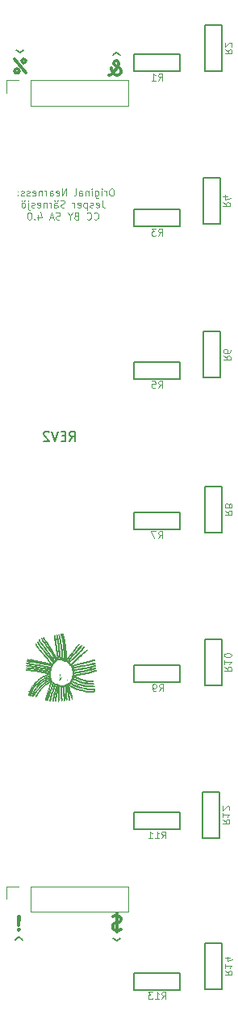
<source format=gbr>
G04 #@! TF.GenerationSoftware,KiCad,Pcbnew,(5.0.0-rc2-47-g52fceb3)*
G04 #@! TF.CreationDate,2018-07-16T10:42:13-05:00*
G04 #@! TF.ProjectId,nearness,6E6561726E6573732E6B696361645F70,rev?*
G04 #@! TF.SameCoordinates,Original*
G04 #@! TF.FileFunction,Legend,Bot*
G04 #@! TF.FilePolarity,Positive*
%FSLAX46Y46*%
G04 Gerber Fmt 4.6, Leading zero omitted, Abs format (unit mm)*
G04 Created by KiCad (PCBNEW (5.0.0-rc2-47-g52fceb3)) date Monday, July 16, 2018 at 10:42:13 AM*
%MOMM*%
%LPD*%
G01*
G04 APERTURE LIST*
%ADD10C,0.200000*%
%ADD11C,0.125000*%
%ADD12C,0.300000*%
%ADD13C,0.150000*%
%ADD14C,0.120000*%
%ADD15C,0.010000*%
G04 APERTURE END LIST*
D10*
X13639752Y-101539561D02*
X13258800Y-101825276D01*
X12877847Y-101539561D01*
X2616247Y-101711238D02*
X2997200Y-101425523D01*
X3378152Y-101711238D01*
X12827047Y-9052038D02*
X13208000Y-8766323D01*
X13588952Y-9052038D01*
X3479752Y-8524761D02*
X3098800Y-8810476D01*
X2717847Y-8524761D01*
X8312019Y-49474380D02*
X8645352Y-48998190D01*
X8883447Y-49474380D02*
X8883447Y-48474380D01*
X8502495Y-48474380D01*
X8407257Y-48522000D01*
X8359638Y-48569619D01*
X8312019Y-48664857D01*
X8312019Y-48807714D01*
X8359638Y-48902952D01*
X8407257Y-48950571D01*
X8502495Y-48998190D01*
X8883447Y-48998190D01*
X7883447Y-48950571D02*
X7550114Y-48950571D01*
X7407257Y-49474380D02*
X7883447Y-49474380D01*
X7883447Y-48474380D01*
X7407257Y-48474380D01*
X7121542Y-48474380D02*
X6788209Y-49474380D01*
X6454876Y-48474380D01*
X6169161Y-48569619D02*
X6121542Y-48522000D01*
X6026304Y-48474380D01*
X5788209Y-48474380D01*
X5692971Y-48522000D01*
X5645352Y-48569619D01*
X5597733Y-48664857D01*
X5597733Y-48760095D01*
X5645352Y-48902952D01*
X6216780Y-49474380D01*
X5597733Y-49474380D01*
D11*
X12798571Y-23028085D02*
X12655714Y-23028085D01*
X12584285Y-23063800D01*
X12512857Y-23135228D01*
X12477142Y-23278085D01*
X12477142Y-23528085D01*
X12512857Y-23670942D01*
X12584285Y-23742371D01*
X12655714Y-23778085D01*
X12798571Y-23778085D01*
X12870000Y-23742371D01*
X12941428Y-23670942D01*
X12977142Y-23528085D01*
X12977142Y-23278085D01*
X12941428Y-23135228D01*
X12870000Y-23063800D01*
X12798571Y-23028085D01*
X12155714Y-23778085D02*
X12155714Y-23278085D01*
X12155714Y-23420942D02*
X12120000Y-23349514D01*
X12084285Y-23313800D01*
X12012857Y-23278085D01*
X11941428Y-23278085D01*
X11691428Y-23778085D02*
X11691428Y-23278085D01*
X11691428Y-23028085D02*
X11727142Y-23063800D01*
X11691428Y-23099514D01*
X11655714Y-23063800D01*
X11691428Y-23028085D01*
X11691428Y-23099514D01*
X11012857Y-23278085D02*
X11012857Y-23885228D01*
X11048571Y-23956657D01*
X11084285Y-23992371D01*
X11155714Y-24028085D01*
X11262857Y-24028085D01*
X11334285Y-23992371D01*
X11012857Y-23742371D02*
X11084285Y-23778085D01*
X11227142Y-23778085D01*
X11298571Y-23742371D01*
X11334285Y-23706657D01*
X11370000Y-23635228D01*
X11370000Y-23420942D01*
X11334285Y-23349514D01*
X11298571Y-23313800D01*
X11227142Y-23278085D01*
X11084285Y-23278085D01*
X11012857Y-23313800D01*
X10655714Y-23778085D02*
X10655714Y-23278085D01*
X10655714Y-23028085D02*
X10691428Y-23063800D01*
X10655714Y-23099514D01*
X10620000Y-23063800D01*
X10655714Y-23028085D01*
X10655714Y-23099514D01*
X10298571Y-23278085D02*
X10298571Y-23778085D01*
X10298571Y-23349514D02*
X10262857Y-23313800D01*
X10191428Y-23278085D01*
X10084285Y-23278085D01*
X10012857Y-23313800D01*
X9977142Y-23385228D01*
X9977142Y-23778085D01*
X9298571Y-23778085D02*
X9298571Y-23385228D01*
X9334285Y-23313800D01*
X9405714Y-23278085D01*
X9548571Y-23278085D01*
X9620000Y-23313800D01*
X9298571Y-23742371D02*
X9370000Y-23778085D01*
X9548571Y-23778085D01*
X9620000Y-23742371D01*
X9655714Y-23670942D01*
X9655714Y-23599514D01*
X9620000Y-23528085D01*
X9548571Y-23492371D01*
X9370000Y-23492371D01*
X9298571Y-23456657D01*
X8834285Y-23778085D02*
X8905714Y-23742371D01*
X8941428Y-23670942D01*
X8941428Y-23028085D01*
X7977142Y-23778085D02*
X7977142Y-23028085D01*
X7548571Y-23778085D01*
X7548571Y-23028085D01*
X6905714Y-23742371D02*
X6977142Y-23778085D01*
X7120000Y-23778085D01*
X7191428Y-23742371D01*
X7227142Y-23670942D01*
X7227142Y-23385228D01*
X7191428Y-23313800D01*
X7120000Y-23278085D01*
X6977142Y-23278085D01*
X6905714Y-23313800D01*
X6870000Y-23385228D01*
X6870000Y-23456657D01*
X7227142Y-23528085D01*
X6227142Y-23778085D02*
X6227142Y-23385228D01*
X6262857Y-23313800D01*
X6334285Y-23278085D01*
X6477142Y-23278085D01*
X6548571Y-23313800D01*
X6227142Y-23742371D02*
X6298571Y-23778085D01*
X6477142Y-23778085D01*
X6548571Y-23742371D01*
X6584285Y-23670942D01*
X6584285Y-23599514D01*
X6548571Y-23528085D01*
X6477142Y-23492371D01*
X6298571Y-23492371D01*
X6227142Y-23456657D01*
X5870000Y-23778085D02*
X5870000Y-23278085D01*
X5870000Y-23420942D02*
X5834285Y-23349514D01*
X5798571Y-23313800D01*
X5727142Y-23278085D01*
X5655714Y-23278085D01*
X5405714Y-23278085D02*
X5405714Y-23778085D01*
X5405714Y-23349514D02*
X5370000Y-23313800D01*
X5298571Y-23278085D01*
X5191428Y-23278085D01*
X5120000Y-23313800D01*
X5084285Y-23385228D01*
X5084285Y-23778085D01*
X4441428Y-23742371D02*
X4512857Y-23778085D01*
X4655714Y-23778085D01*
X4727142Y-23742371D01*
X4762857Y-23670942D01*
X4762857Y-23385228D01*
X4727142Y-23313800D01*
X4655714Y-23278085D01*
X4512857Y-23278085D01*
X4441428Y-23313800D01*
X4405714Y-23385228D01*
X4405714Y-23456657D01*
X4762857Y-23528085D01*
X4120000Y-23742371D02*
X4048571Y-23778085D01*
X3905714Y-23778085D01*
X3834285Y-23742371D01*
X3798571Y-23670942D01*
X3798571Y-23635228D01*
X3834285Y-23563800D01*
X3905714Y-23528085D01*
X4012857Y-23528085D01*
X4084285Y-23492371D01*
X4120000Y-23420942D01*
X4120000Y-23385228D01*
X4084285Y-23313800D01*
X4012857Y-23278085D01*
X3905714Y-23278085D01*
X3834285Y-23313800D01*
X3512857Y-23742371D02*
X3441428Y-23778085D01*
X3298571Y-23778085D01*
X3227142Y-23742371D01*
X3191428Y-23670942D01*
X3191428Y-23635228D01*
X3227142Y-23563800D01*
X3298571Y-23528085D01*
X3405714Y-23528085D01*
X3477142Y-23492371D01*
X3512857Y-23420942D01*
X3512857Y-23385228D01*
X3477142Y-23313800D01*
X3405714Y-23278085D01*
X3298571Y-23278085D01*
X3227142Y-23313800D01*
X2870000Y-23706657D02*
X2834285Y-23742371D01*
X2870000Y-23778085D01*
X2905714Y-23742371D01*
X2870000Y-23706657D01*
X2870000Y-23778085D01*
X2870000Y-23313800D02*
X2834285Y-23349514D01*
X2870000Y-23385228D01*
X2905714Y-23349514D01*
X2870000Y-23313800D01*
X2870000Y-23385228D01*
X11727142Y-24278085D02*
X11727142Y-24813800D01*
X11762857Y-24920942D01*
X11834285Y-24992371D01*
X11941428Y-25028085D01*
X12012857Y-25028085D01*
X11084285Y-24992371D02*
X11155714Y-25028085D01*
X11298571Y-25028085D01*
X11370000Y-24992371D01*
X11405714Y-24920942D01*
X11405714Y-24635228D01*
X11370000Y-24563800D01*
X11298571Y-24528085D01*
X11155714Y-24528085D01*
X11084285Y-24563800D01*
X11048571Y-24635228D01*
X11048571Y-24706657D01*
X11405714Y-24778085D01*
X10762857Y-24992371D02*
X10691428Y-25028085D01*
X10548571Y-25028085D01*
X10477142Y-24992371D01*
X10441428Y-24920942D01*
X10441428Y-24885228D01*
X10477142Y-24813800D01*
X10548571Y-24778085D01*
X10655714Y-24778085D01*
X10727142Y-24742371D01*
X10762857Y-24670942D01*
X10762857Y-24635228D01*
X10727142Y-24563800D01*
X10655714Y-24528085D01*
X10548571Y-24528085D01*
X10477142Y-24563800D01*
X10120000Y-24528085D02*
X10120000Y-25278085D01*
X10120000Y-24563800D02*
X10048571Y-24528085D01*
X9905714Y-24528085D01*
X9834285Y-24563800D01*
X9798571Y-24599514D01*
X9762857Y-24670942D01*
X9762857Y-24885228D01*
X9798571Y-24956657D01*
X9834285Y-24992371D01*
X9905714Y-25028085D01*
X10048571Y-25028085D01*
X10120000Y-24992371D01*
X9155714Y-24992371D02*
X9227142Y-25028085D01*
X9370000Y-25028085D01*
X9441428Y-24992371D01*
X9477142Y-24920942D01*
X9477142Y-24635228D01*
X9441428Y-24563800D01*
X9370000Y-24528085D01*
X9227142Y-24528085D01*
X9155714Y-24563800D01*
X9120000Y-24635228D01*
X9120000Y-24706657D01*
X9477142Y-24778085D01*
X8798571Y-25028085D02*
X8798571Y-24528085D01*
X8798571Y-24670942D02*
X8762857Y-24599514D01*
X8727142Y-24563800D01*
X8655714Y-24528085D01*
X8584285Y-24528085D01*
X7798571Y-24992371D02*
X7691428Y-25028085D01*
X7512857Y-25028085D01*
X7441428Y-24992371D01*
X7405714Y-24956657D01*
X7370000Y-24885228D01*
X7370000Y-24813800D01*
X7405714Y-24742371D01*
X7441428Y-24706657D01*
X7512857Y-24670942D01*
X7655714Y-24635228D01*
X7727142Y-24599514D01*
X7762857Y-24563800D01*
X7798571Y-24492371D01*
X7798571Y-24420942D01*
X7762857Y-24349514D01*
X7727142Y-24313800D01*
X7655714Y-24278085D01*
X7477142Y-24278085D01*
X7370000Y-24313800D01*
X6727142Y-25028085D02*
X6727142Y-24635228D01*
X6762857Y-24563800D01*
X6834285Y-24528085D01*
X6977142Y-24528085D01*
X7048571Y-24563800D01*
X6727142Y-24992371D02*
X6798571Y-25028085D01*
X6977142Y-25028085D01*
X7048571Y-24992371D01*
X7084285Y-24920942D01*
X7084285Y-24849514D01*
X7048571Y-24778085D01*
X6977142Y-24742371D01*
X6798571Y-24742371D01*
X6727142Y-24706657D01*
X7048571Y-24278085D02*
X7012857Y-24313800D01*
X7048571Y-24349514D01*
X7084285Y-24313800D01*
X7048571Y-24278085D01*
X7048571Y-24349514D01*
X6762857Y-24278085D02*
X6727142Y-24313800D01*
X6762857Y-24349514D01*
X6798571Y-24313800D01*
X6762857Y-24278085D01*
X6762857Y-24349514D01*
X6370000Y-25028085D02*
X6370000Y-24528085D01*
X6370000Y-24670942D02*
X6334285Y-24599514D01*
X6298571Y-24563800D01*
X6227142Y-24528085D01*
X6155714Y-24528085D01*
X5905714Y-24528085D02*
X5905714Y-25028085D01*
X5905714Y-24599514D02*
X5870000Y-24563800D01*
X5798571Y-24528085D01*
X5691428Y-24528085D01*
X5620000Y-24563800D01*
X5584285Y-24635228D01*
X5584285Y-25028085D01*
X4941428Y-24992371D02*
X5012857Y-25028085D01*
X5155714Y-25028085D01*
X5227142Y-24992371D01*
X5262857Y-24920942D01*
X5262857Y-24635228D01*
X5227142Y-24563800D01*
X5155714Y-24528085D01*
X5012857Y-24528085D01*
X4941428Y-24563800D01*
X4905714Y-24635228D01*
X4905714Y-24706657D01*
X5262857Y-24778085D01*
X4620000Y-24992371D02*
X4548571Y-25028085D01*
X4405714Y-25028085D01*
X4334285Y-24992371D01*
X4298571Y-24920942D01*
X4298571Y-24885228D01*
X4334285Y-24813800D01*
X4405714Y-24778085D01*
X4512857Y-24778085D01*
X4584285Y-24742371D01*
X4620000Y-24670942D01*
X4620000Y-24635228D01*
X4584285Y-24563800D01*
X4512857Y-24528085D01*
X4405714Y-24528085D01*
X4334285Y-24563800D01*
X3977142Y-24528085D02*
X3977142Y-25170942D01*
X4012857Y-25242371D01*
X4084285Y-25278085D01*
X4120000Y-25278085D01*
X3977142Y-24278085D02*
X4012857Y-24313800D01*
X3977142Y-24349514D01*
X3941428Y-24313800D01*
X3977142Y-24278085D01*
X3977142Y-24349514D01*
X3512857Y-25028085D02*
X3584285Y-24992371D01*
X3620000Y-24956657D01*
X3655714Y-24885228D01*
X3655714Y-24670942D01*
X3620000Y-24599514D01*
X3584285Y-24563800D01*
X3512857Y-24528085D01*
X3405714Y-24528085D01*
X3334285Y-24563800D01*
X3298571Y-24599514D01*
X3262857Y-24670942D01*
X3262857Y-24885228D01*
X3298571Y-24956657D01*
X3334285Y-24992371D01*
X3405714Y-25028085D01*
X3512857Y-25028085D01*
X3584285Y-24278085D02*
X3548571Y-24313800D01*
X3584285Y-24349514D01*
X3620000Y-24313800D01*
X3584285Y-24278085D01*
X3584285Y-24349514D01*
X3298571Y-24278085D02*
X3262857Y-24313800D01*
X3298571Y-24349514D01*
X3334285Y-24313800D01*
X3298571Y-24278085D01*
X3298571Y-24349514D01*
X10887857Y-26206657D02*
X10923571Y-26242371D01*
X11030714Y-26278085D01*
X11102142Y-26278085D01*
X11209285Y-26242371D01*
X11280714Y-26170942D01*
X11316428Y-26099514D01*
X11352142Y-25956657D01*
X11352142Y-25849514D01*
X11316428Y-25706657D01*
X11280714Y-25635228D01*
X11209285Y-25563800D01*
X11102142Y-25528085D01*
X11030714Y-25528085D01*
X10923571Y-25563800D01*
X10887857Y-25599514D01*
X10137857Y-26206657D02*
X10173571Y-26242371D01*
X10280714Y-26278085D01*
X10352142Y-26278085D01*
X10459285Y-26242371D01*
X10530714Y-26170942D01*
X10566428Y-26099514D01*
X10602142Y-25956657D01*
X10602142Y-25849514D01*
X10566428Y-25706657D01*
X10530714Y-25635228D01*
X10459285Y-25563800D01*
X10352142Y-25528085D01*
X10280714Y-25528085D01*
X10173571Y-25563800D01*
X10137857Y-25599514D01*
X8995000Y-25885228D02*
X8887857Y-25920942D01*
X8852142Y-25956657D01*
X8816428Y-26028085D01*
X8816428Y-26135228D01*
X8852142Y-26206657D01*
X8887857Y-26242371D01*
X8959285Y-26278085D01*
X9245000Y-26278085D01*
X9245000Y-25528085D01*
X8995000Y-25528085D01*
X8923571Y-25563800D01*
X8887857Y-25599514D01*
X8852142Y-25670942D01*
X8852142Y-25742371D01*
X8887857Y-25813800D01*
X8923571Y-25849514D01*
X8995000Y-25885228D01*
X9245000Y-25885228D01*
X8352142Y-25920942D02*
X8352142Y-26278085D01*
X8602142Y-25528085D02*
X8352142Y-25920942D01*
X8102142Y-25528085D01*
X7316428Y-26242371D02*
X7209285Y-26278085D01*
X7030714Y-26278085D01*
X6959285Y-26242371D01*
X6923571Y-26206657D01*
X6887857Y-26135228D01*
X6887857Y-26063800D01*
X6923571Y-25992371D01*
X6959285Y-25956657D01*
X7030714Y-25920942D01*
X7173571Y-25885228D01*
X7245000Y-25849514D01*
X7280714Y-25813800D01*
X7316428Y-25742371D01*
X7316428Y-25670942D01*
X7280714Y-25599514D01*
X7245000Y-25563800D01*
X7173571Y-25528085D01*
X6995000Y-25528085D01*
X6887857Y-25563800D01*
X6602142Y-26063800D02*
X6245000Y-26063800D01*
X6673571Y-26278085D02*
X6423571Y-25528085D01*
X6173571Y-26278085D01*
X5030714Y-25778085D02*
X5030714Y-26278085D01*
X5209285Y-25492371D02*
X5387857Y-26028085D01*
X4923571Y-26028085D01*
X4637857Y-26206657D02*
X4602142Y-26242371D01*
X4637857Y-26278085D01*
X4673571Y-26242371D01*
X4637857Y-26206657D01*
X4637857Y-26278085D01*
X4137857Y-25528085D02*
X4066428Y-25528085D01*
X3995000Y-25563800D01*
X3959285Y-25599514D01*
X3923571Y-25670942D01*
X3887857Y-25813800D01*
X3887857Y-25992371D01*
X3923571Y-26135228D01*
X3959285Y-26206657D01*
X3995000Y-26242371D01*
X4066428Y-26278085D01*
X4137857Y-26278085D01*
X4209285Y-26242371D01*
X4245000Y-26206657D01*
X4280714Y-26135228D01*
X4316428Y-25992371D01*
X4316428Y-25813800D01*
X4280714Y-25670942D01*
X4245000Y-25599514D01*
X4209285Y-25563800D01*
X4137857Y-25528085D01*
D12*
X3721028Y-10940171D02*
X2578171Y-9440171D01*
X3506742Y-9440171D02*
X3363885Y-9511600D01*
X3292457Y-9654457D01*
X3363885Y-9797314D01*
X3506742Y-9868742D01*
X3649600Y-9797314D01*
X3721028Y-9654457D01*
X3649600Y-9511600D01*
X3506742Y-9440171D01*
X2649600Y-10868742D02*
X2578171Y-10725885D01*
X2649600Y-10583028D01*
X2792457Y-10511600D01*
X2935314Y-10583028D01*
X3006742Y-10725885D01*
X2935314Y-10868742D01*
X2792457Y-10940171D01*
X2649600Y-10868742D01*
X12463542Y-11143371D02*
X12534971Y-11143371D01*
X12677828Y-11071942D01*
X12892114Y-10857657D01*
X13249257Y-10429085D01*
X13392114Y-10214800D01*
X13463542Y-10000514D01*
X13463542Y-9857657D01*
X13392114Y-9714800D01*
X13249257Y-9643371D01*
X13177828Y-9643371D01*
X13034971Y-9714800D01*
X12963542Y-9857657D01*
X12963542Y-9929085D01*
X13034971Y-10071942D01*
X13106400Y-10143371D01*
X13534971Y-10429085D01*
X13606400Y-10500514D01*
X13677828Y-10643371D01*
X13677828Y-10857657D01*
X13606400Y-11000514D01*
X13534971Y-11071942D01*
X13392114Y-11143371D01*
X13177828Y-11143371D01*
X13034971Y-11071942D01*
X12963542Y-11000514D01*
X12749257Y-10714800D01*
X12677828Y-10500514D01*
X12677828Y-10357657D01*
X13687371Y-100632342D02*
X13473085Y-100703771D01*
X13115942Y-100703771D01*
X12973085Y-100632342D01*
X12901657Y-100560914D01*
X12830228Y-100418057D01*
X12830228Y-100275200D01*
X12901657Y-100132342D01*
X12973085Y-100060914D01*
X13115942Y-99989485D01*
X13401657Y-99918057D01*
X13544514Y-99846628D01*
X13615942Y-99775200D01*
X13687371Y-99632342D01*
X13687371Y-99489485D01*
X13615942Y-99346628D01*
X13544514Y-99275200D01*
X13401657Y-99203771D01*
X13044514Y-99203771D01*
X12830228Y-99275200D01*
X13258800Y-98989485D02*
X13258800Y-100918057D01*
X2997199Y-100611714D02*
X2925771Y-100683142D01*
X2997199Y-100754571D01*
X3068628Y-100683142D01*
X2997199Y-100611714D01*
X2997199Y-100754571D01*
X2997199Y-100183142D02*
X3068628Y-99326000D01*
X2997199Y-99254571D01*
X2925771Y-99326000D01*
X2997199Y-100183142D01*
X2997199Y-99254571D01*
D13*
G04 #@! TO.C,R14*
X22529800Y-106908600D02*
X24307800Y-106908600D01*
X22529800Y-102082600D02*
X22529800Y-106908600D01*
X24307800Y-102082600D02*
X22529800Y-102082600D01*
X24307800Y-106908600D02*
X24307800Y-102082600D01*
D14*
X22538800Y-103895600D02*
X22538800Y-105095600D01*
X24298800Y-105095600D02*
X24298800Y-103895600D01*
G04 #@! TO.C,R13*
X18100000Y-105190400D02*
X16900000Y-105190400D01*
X16900000Y-106950400D02*
X18100000Y-106950400D01*
D13*
X19913000Y-105181400D02*
X15087000Y-105181400D01*
X15087000Y-105181400D02*
X15087000Y-106959400D01*
X15087000Y-106959400D02*
X19913000Y-106959400D01*
X19913000Y-106959400D02*
X19913000Y-105181400D01*
G04 #@! TO.C,R12*
X22275800Y-91059000D02*
X24053800Y-91059000D01*
X22275800Y-86233000D02*
X22275800Y-91059000D01*
X24053800Y-86233000D02*
X22275800Y-86233000D01*
X24053800Y-91059000D02*
X24053800Y-86233000D01*
D14*
X22284800Y-88046000D02*
X22284800Y-89246000D01*
X24044800Y-89246000D02*
X24044800Y-88046000D01*
G04 #@! TO.C,R11*
X18100000Y-88375600D02*
X16900000Y-88375600D01*
X16900000Y-90135600D02*
X18100000Y-90135600D01*
D13*
X19913000Y-88366600D02*
X15087000Y-88366600D01*
X15087000Y-88366600D02*
X15087000Y-90144600D01*
X15087000Y-90144600D02*
X19913000Y-90144600D01*
X19913000Y-90144600D02*
X19913000Y-88366600D01*
G04 #@! TO.C,R10*
X22479000Y-75057000D02*
X24257000Y-75057000D01*
X22479000Y-70231000D02*
X22479000Y-75057000D01*
X24257000Y-70231000D02*
X22479000Y-70231000D01*
X24257000Y-75057000D02*
X24257000Y-70231000D01*
D14*
X22488000Y-72044000D02*
X22488000Y-73244000D01*
X24248000Y-73244000D02*
X24248000Y-72044000D01*
G04 #@! TO.C,R9*
X18100000Y-72932400D02*
X16900000Y-72932400D01*
X16900000Y-74692400D02*
X18100000Y-74692400D01*
D13*
X19913000Y-72923400D02*
X15087000Y-72923400D01*
X15087000Y-72923400D02*
X15087000Y-74701400D01*
X15087000Y-74701400D02*
X19913000Y-74701400D01*
X19913000Y-74701400D02*
X19913000Y-72923400D01*
G04 #@! TO.C,R8*
X22529800Y-59055000D02*
X24307800Y-59055000D01*
X22529800Y-54229000D02*
X22529800Y-59055000D01*
X24307800Y-54229000D02*
X22529800Y-54229000D01*
X24307800Y-59055000D02*
X24307800Y-54229000D01*
D14*
X22538800Y-56042000D02*
X22538800Y-57242000D01*
X24298800Y-57242000D02*
X24298800Y-56042000D01*
G04 #@! TO.C,R7*
X18100000Y-56930400D02*
X16900000Y-56930400D01*
X16900000Y-58690400D02*
X18100000Y-58690400D01*
D13*
X19913000Y-56921400D02*
X15087000Y-56921400D01*
X15087000Y-56921400D02*
X15087000Y-58699400D01*
X15087000Y-58699400D02*
X19913000Y-58699400D01*
X19913000Y-58699400D02*
X19913000Y-56921400D01*
G04 #@! TO.C,R6*
X22377400Y-42849800D02*
X24155400Y-42849800D01*
X22377400Y-38023800D02*
X22377400Y-42849800D01*
X24155400Y-38023800D02*
X22377400Y-38023800D01*
X24155400Y-42849800D02*
X24155400Y-38023800D01*
D14*
X22386400Y-39836800D02*
X22386400Y-41036800D01*
X24146400Y-41036800D02*
X24146400Y-39836800D01*
G04 #@! TO.C,R5*
X18100000Y-41182400D02*
X16900000Y-41182400D01*
X16900000Y-42942400D02*
X18100000Y-42942400D01*
D13*
X19913000Y-41173400D02*
X15087000Y-41173400D01*
X15087000Y-41173400D02*
X15087000Y-42951400D01*
X15087000Y-42951400D02*
X19913000Y-42951400D01*
X19913000Y-42951400D02*
X19913000Y-41173400D01*
D14*
G04 #@! TO.C,R3*
X18100000Y-25231200D02*
X16900000Y-25231200D01*
X16900000Y-26991200D02*
X18100000Y-26991200D01*
D13*
X19913000Y-25222200D02*
X15087000Y-25222200D01*
X15087000Y-25222200D02*
X15087000Y-27000200D01*
X15087000Y-27000200D02*
X19913000Y-27000200D01*
X19913000Y-27000200D02*
X19913000Y-25222200D01*
G04 #@! TO.C,R2*
X22529800Y-10744200D02*
X24307800Y-10744200D01*
X22529800Y-5918200D02*
X22529800Y-10744200D01*
X24307800Y-5918200D02*
X22529800Y-5918200D01*
X24307800Y-10744200D02*
X24307800Y-5918200D01*
D14*
X22538800Y-7731200D02*
X22538800Y-8931200D01*
X24298800Y-8931200D02*
X24298800Y-7731200D01*
G04 #@! TO.C,R1*
X18100000Y-8975200D02*
X16900000Y-8975200D01*
X16900000Y-10735200D02*
X18100000Y-10735200D01*
D13*
X19913000Y-8966200D02*
X15087000Y-8966200D01*
X15087000Y-8966200D02*
X15087000Y-10744200D01*
X15087000Y-10744200D02*
X19913000Y-10744200D01*
X19913000Y-10744200D02*
X19913000Y-8966200D01*
D14*
G04 #@! TO.C,R4*
X24095600Y-24933200D02*
X24095600Y-23733200D01*
X22335600Y-23733200D02*
X22335600Y-24933200D01*
D13*
X24104600Y-26746200D02*
X24104600Y-21920200D01*
X24104600Y-21920200D02*
X22326600Y-21920200D01*
X22326600Y-21920200D02*
X22326600Y-26746200D01*
X22326600Y-26746200D02*
X24104600Y-26746200D01*
D14*
G04 #@! TO.C,J12*
X14490000Y-96115000D02*
X14490000Y-98775000D01*
X4270000Y-96115000D02*
X14490000Y-96115000D01*
X4270000Y-98775000D02*
X14490000Y-98775000D01*
X4270000Y-96115000D02*
X4270000Y-98775000D01*
X3000000Y-96115000D02*
X1670000Y-96115000D01*
X1670000Y-96115000D02*
X1670000Y-97445000D01*
G04 #@! TO.C,J11*
X1670000Y-11670000D02*
X1670000Y-13000000D01*
X3000000Y-11670000D02*
X1670000Y-11670000D01*
X4270000Y-11670000D02*
X4270000Y-14330000D01*
X4270000Y-14330000D02*
X14490000Y-14330000D01*
X4270000Y-11670000D02*
X14490000Y-11670000D01*
X14490000Y-11670000D02*
X14490000Y-14330000D01*
D15*
G04 #@! TO.C,G\002A\002A\002A*
G36*
X8281315Y-72961310D02*
X8294028Y-72974022D01*
X8306740Y-72961310D01*
X8294028Y-72948597D01*
X8281315Y-72961310D01*
X8281315Y-72961310D01*
G37*
X8281315Y-72961310D02*
X8294028Y-72974022D01*
X8306740Y-72961310D01*
X8294028Y-72948597D01*
X8281315Y-72961310D01*
G36*
X7289723Y-73876625D02*
X7265468Y-73899472D01*
X7264298Y-73903551D01*
X7283969Y-73914472D01*
X7289723Y-73914763D01*
X7314172Y-73895217D01*
X7315149Y-73887837D01*
X7299572Y-73872652D01*
X7289723Y-73876625D01*
X7289723Y-73876625D01*
G37*
X7289723Y-73876625D02*
X7265468Y-73899472D01*
X7264298Y-73903551D01*
X7283969Y-73914472D01*
X7289723Y-73914763D01*
X7314172Y-73895217D01*
X7315149Y-73887837D01*
X7299572Y-73872652D01*
X7289723Y-73876625D01*
G36*
X7298199Y-73948664D02*
X7295156Y-73978838D01*
X7298199Y-73982564D01*
X7313314Y-73979074D01*
X7315149Y-73965614D01*
X7305846Y-73944686D01*
X7298199Y-73948664D01*
X7298199Y-73948664D01*
G37*
X7298199Y-73948664D02*
X7295156Y-73978838D01*
X7298199Y-73982564D01*
X7313314Y-73979074D01*
X7315149Y-73965614D01*
X7305846Y-73944686D01*
X7298199Y-73948664D01*
G36*
X7265037Y-74035813D02*
X7264298Y-74041890D01*
X7283646Y-74066577D01*
X7289723Y-74067316D01*
X7314410Y-74047968D01*
X7315149Y-74041890D01*
X7295801Y-74017204D01*
X7289723Y-74016465D01*
X7265037Y-74035813D01*
X7265037Y-74035813D01*
G37*
X7265037Y-74035813D02*
X7264298Y-74041890D01*
X7283646Y-74066577D01*
X7289723Y-74067316D01*
X7314410Y-74047968D01*
X7315149Y-74041890D01*
X7295801Y-74017204D01*
X7289723Y-74016465D01*
X7265037Y-74035813D01*
G36*
X7442276Y-74232581D02*
X7454989Y-74245294D01*
X7467701Y-74232581D01*
X7454989Y-74219868D01*
X7442276Y-74232581D01*
X7442276Y-74232581D01*
G37*
X7442276Y-74232581D02*
X7454989Y-74245294D01*
X7467701Y-74232581D01*
X7454989Y-74219868D01*
X7442276Y-74232581D01*
G36*
X7247348Y-74253769D02*
X7250838Y-74268884D01*
X7264298Y-74270719D01*
X7285226Y-74261416D01*
X7281248Y-74253769D01*
X7251074Y-74250726D01*
X7247348Y-74253769D01*
X7247348Y-74253769D01*
G37*
X7247348Y-74253769D02*
X7250838Y-74268884D01*
X7264298Y-74270719D01*
X7285226Y-74261416D01*
X7281248Y-74253769D01*
X7251074Y-74250726D01*
X7247348Y-74253769D01*
G36*
X7312399Y-74352692D02*
X7311335Y-74359708D01*
X7331129Y-74389520D01*
X7338667Y-74392973D01*
X7361851Y-74380700D01*
X7366000Y-74359708D01*
X7353099Y-74328064D01*
X7338667Y-74326443D01*
X7312399Y-74352692D01*
X7312399Y-74352692D01*
G37*
X7312399Y-74352692D02*
X7311335Y-74359708D01*
X7331129Y-74389520D01*
X7338667Y-74392973D01*
X7361851Y-74380700D01*
X7366000Y-74359708D01*
X7353099Y-74328064D01*
X7338667Y-74326443D01*
X7312399Y-74352692D01*
G36*
X7208362Y-74494463D02*
X7195847Y-74517233D01*
X7226635Y-74524788D01*
X7238873Y-74524973D01*
X7279285Y-74519846D01*
X7275223Y-74500674D01*
X7269383Y-74494463D01*
X7234784Y-74477044D01*
X7208362Y-74494463D01*
X7208362Y-74494463D01*
G37*
X7208362Y-74494463D02*
X7195847Y-74517233D01*
X7226635Y-74524788D01*
X7238873Y-74524973D01*
X7279285Y-74519846D01*
X7275223Y-74500674D01*
X7269383Y-74494463D01*
X7234784Y-74477044D01*
X7208362Y-74494463D01*
G36*
X8001635Y-74512261D02*
X8014348Y-74524973D01*
X8027061Y-74512261D01*
X8014348Y-74499548D01*
X8001635Y-74512261D01*
X8001635Y-74512261D01*
G37*
X8001635Y-74512261D02*
X8014348Y-74524973D01*
X8027061Y-74512261D01*
X8014348Y-74499548D01*
X8001635Y-74512261D01*
G36*
X4238672Y-72325674D02*
X4251385Y-72338387D01*
X4264098Y-72325674D01*
X4251385Y-72312961D01*
X4238672Y-72325674D01*
X4238672Y-72325674D01*
G37*
X4238672Y-72325674D02*
X4251385Y-72338387D01*
X4264098Y-72325674D01*
X4251385Y-72312961D01*
X4238672Y-72325674D01*
G36*
X9196630Y-72351099D02*
X9209343Y-72363812D01*
X9222056Y-72351099D01*
X9209343Y-72338387D01*
X9196630Y-72351099D01*
X9196630Y-72351099D01*
G37*
X9196630Y-72351099D02*
X9209343Y-72363812D01*
X9222056Y-72351099D01*
X9209343Y-72338387D01*
X9196630Y-72351099D01*
G36*
X4950584Y-74435984D02*
X4963297Y-74448697D01*
X4976010Y-74435984D01*
X4963297Y-74423272D01*
X4950584Y-74435984D01*
X4950584Y-74435984D01*
G37*
X4950584Y-74435984D02*
X4963297Y-74448697D01*
X4976010Y-74435984D01*
X4963297Y-74423272D01*
X4950584Y-74435984D01*
G36*
X9400034Y-74512261D02*
X9412746Y-74524973D01*
X9425459Y-74512261D01*
X9412746Y-74499548D01*
X9400034Y-74512261D01*
X9400034Y-74512261D01*
G37*
X9400034Y-74512261D02*
X9412746Y-74524973D01*
X9425459Y-74512261D01*
X9412746Y-74499548D01*
X9400034Y-74512261D01*
G36*
X4035269Y-75681830D02*
X4011014Y-75704678D01*
X4009844Y-75708756D01*
X4029515Y-75719677D01*
X4035269Y-75719968D01*
X4059717Y-75700422D01*
X4060694Y-75693042D01*
X4045118Y-75677857D01*
X4035269Y-75681830D01*
X4035269Y-75681830D01*
G37*
X4035269Y-75681830D02*
X4011014Y-75704678D01*
X4009844Y-75708756D01*
X4029515Y-75719677D01*
X4035269Y-75719968D01*
X4059717Y-75700422D01*
X4060694Y-75693042D01*
X4045118Y-75677857D01*
X4035269Y-75681830D01*
G36*
X4111545Y-75910659D02*
X4124258Y-75923372D01*
X4136971Y-75910659D01*
X4124258Y-75897946D01*
X4111545Y-75910659D01*
X4111545Y-75910659D01*
G37*
X4111545Y-75910659D02*
X4124258Y-75923372D01*
X4136971Y-75910659D01*
X4124258Y-75897946D01*
X4111545Y-75910659D01*
G36*
X4314949Y-75936084D02*
X4327661Y-75948797D01*
X4340374Y-75936084D01*
X4327661Y-75923372D01*
X4314949Y-75936084D01*
X4314949Y-75936084D01*
G37*
X4314949Y-75936084D02*
X4327661Y-75948797D01*
X4340374Y-75936084D01*
X4327661Y-75923372D01*
X4314949Y-75936084D01*
G36*
X4111545Y-75986935D02*
X4124258Y-75999648D01*
X4136971Y-75986935D01*
X4124258Y-75974223D01*
X4111545Y-75986935D01*
X4111545Y-75986935D01*
G37*
X4111545Y-75986935D02*
X4124258Y-75999648D01*
X4136971Y-75986935D01*
X4124258Y-75974223D01*
X4111545Y-75986935D01*
G36*
X7524315Y-69639299D02*
X7526607Y-69653034D01*
X7536878Y-69691697D01*
X7554614Y-69770505D01*
X7577836Y-69879637D01*
X7604561Y-70009272D01*
X7632810Y-70149590D01*
X7660601Y-70290768D01*
X7685954Y-70422987D01*
X7706887Y-70536426D01*
X7719515Y-70609458D01*
X7748193Y-70796099D01*
X7775671Y-70996612D01*
X7801433Y-71204960D01*
X7824962Y-71415110D01*
X7845743Y-71621026D01*
X7863259Y-71816674D01*
X7876994Y-71996019D01*
X7886431Y-72153027D01*
X7891055Y-72281661D01*
X7890348Y-72375889D01*
X7883794Y-72429674D01*
X7876136Y-72440088D01*
X7857842Y-72438109D01*
X7843539Y-72427920D01*
X7832145Y-72403147D01*
X7822578Y-72357415D01*
X7813759Y-72284349D01*
X7804607Y-72177573D01*
X7794038Y-72030712D01*
X7785590Y-71906154D01*
X7775157Y-71758147D01*
X7762637Y-71591912D01*
X7748792Y-71416481D01*
X7734388Y-71240886D01*
X7720186Y-71074157D01*
X7706953Y-70925325D01*
X7695450Y-70803421D01*
X7686442Y-70717477D01*
X7682373Y-70685734D01*
X7651129Y-70484671D01*
X7625014Y-70325813D01*
X7602446Y-70200956D01*
X7581843Y-70101900D01*
X7561625Y-70020441D01*
X7540216Y-69948397D01*
X7500814Y-69827899D01*
X7472173Y-69747886D01*
X7450257Y-69700191D01*
X7431030Y-69676650D01*
X7410455Y-69669095D01*
X7401963Y-69668717D01*
X7372585Y-69684206D01*
X7374926Y-69706156D01*
X7397205Y-69775238D01*
X7426436Y-69881244D01*
X7459527Y-70011251D01*
X7493385Y-70152334D01*
X7524917Y-70291568D01*
X7551029Y-70416031D01*
X7568630Y-70512797D01*
X7569805Y-70520469D01*
X7584969Y-70620817D01*
X7597884Y-70704355D01*
X7606226Y-70756094D01*
X7607270Y-70762010D01*
X7612061Y-70803008D01*
X7619053Y-70881298D01*
X7627090Y-70983433D01*
X7631312Y-71041690D01*
X7639708Y-71154574D01*
X7651332Y-71301988D01*
X7664880Y-71467814D01*
X7679047Y-71635933D01*
X7684815Y-71702751D01*
X7697375Y-71854770D01*
X7708110Y-71999413D01*
X7716207Y-72124545D01*
X7720852Y-72218028D01*
X7721643Y-72252228D01*
X7720263Y-72328190D01*
X7711466Y-72364984D01*
X7688987Y-72374279D01*
X7658392Y-72370035D01*
X7603751Y-72345984D01*
X7589879Y-72296710D01*
X7591365Y-72282536D01*
X7589585Y-72250471D01*
X7582554Y-72181634D01*
X7571692Y-72089668D01*
X7569185Y-72069702D01*
X7554567Y-71940550D01*
X7540528Y-71793589D01*
X7530633Y-71667896D01*
X7520322Y-71541402D01*
X7506536Y-71408009D01*
X7492249Y-71296476D01*
X7492170Y-71295944D01*
X7476922Y-71193418D01*
X7462696Y-71097285D01*
X7454525Y-71041690D01*
X7432456Y-70892822D01*
X7412872Y-70766700D01*
X7391469Y-70635676D01*
X7389219Y-70622171D01*
X7373619Y-70522130D01*
X7360688Y-70427789D01*
X7355335Y-70380629D01*
X7343251Y-70299392D01*
X7319913Y-70181503D01*
X7287983Y-70039221D01*
X7250122Y-69884802D01*
X7235295Y-69827626D01*
X7210415Y-69760734D01*
X7181951Y-69723071D01*
X7172005Y-69719568D01*
X7151997Y-69721882D01*
X7141642Y-69734693D01*
X7141410Y-69766804D01*
X7151771Y-69827017D01*
X7173196Y-69924136D01*
X7185871Y-69979194D01*
X7210554Y-70089629D01*
X7232149Y-70192672D01*
X7246725Y-70269417D01*
X7248634Y-70281118D01*
X7261569Y-70352403D01*
X7274389Y-70404817D01*
X7275546Y-70408246D01*
X7284949Y-70449864D01*
X7297863Y-70526384D01*
X7311687Y-70622224D01*
X7313362Y-70634883D01*
X7330552Y-70761563D01*
X7350108Y-70898942D01*
X7365123Y-70999660D01*
X7377136Y-71088246D01*
X7391908Y-71213157D01*
X7407844Y-71360057D01*
X7423349Y-71514607D01*
X7428738Y-71571732D01*
X7443076Y-71726439D01*
X7457343Y-71879884D01*
X7470169Y-72017394D01*
X7480189Y-72124296D01*
X7482878Y-72152799D01*
X7500196Y-72335880D01*
X7427152Y-72316344D01*
X7391728Y-72302977D01*
X7365914Y-72279209D01*
X7346832Y-72236497D01*
X7331605Y-72166299D01*
X7317357Y-72060070D01*
X7306144Y-71957005D01*
X7295091Y-71851119D01*
X7283871Y-71743764D01*
X7279580Y-71702751D01*
X7265413Y-71577810D01*
X7249087Y-71449604D01*
X7233143Y-71337252D01*
X7222162Y-71270519D01*
X7212957Y-71204771D01*
X7204397Y-71118597D01*
X7202405Y-71092541D01*
X7189138Y-70927148D01*
X7174591Y-70788365D01*
X7159654Y-70682894D01*
X7145217Y-70617438D01*
X7137017Y-70600003D01*
X7125801Y-70559513D01*
X7129815Y-70541103D01*
X7130382Y-70501455D01*
X7120690Y-70423891D01*
X7103112Y-70319752D01*
X7080022Y-70200379D01*
X7053796Y-70077113D01*
X7026807Y-69961294D01*
X7001430Y-69864263D01*
X6980039Y-69797361D01*
X6969544Y-69775602D01*
X6941375Y-69745904D01*
X6924964Y-69751705D01*
X6920383Y-69795752D01*
X6927704Y-69880790D01*
X6946998Y-70009567D01*
X6978335Y-70184830D01*
X6980454Y-70196106D01*
X7020704Y-70418285D01*
X7054296Y-70620767D01*
X7080199Y-70796445D01*
X7097381Y-70938208D01*
X7104810Y-71038946D01*
X7105034Y-71054403D01*
X7108261Y-71101692D01*
X7116950Y-71184593D01*
X7129499Y-71288361D01*
X7135463Y-71334082D01*
X7150430Y-71449075D01*
X7169049Y-71596192D01*
X7189019Y-71757058D01*
X7208040Y-71913296D01*
X7209249Y-71923356D01*
X7252523Y-72283800D01*
X7185258Y-72281888D01*
X7148445Y-72277412D01*
X7126436Y-72258830D01*
X7113252Y-72214465D01*
X7102912Y-72132642D01*
X7101419Y-72118207D01*
X7088161Y-72020444D01*
X7070841Y-71933363D01*
X7057093Y-71886802D01*
X7033119Y-71811615D01*
X7021349Y-71754663D01*
X7013023Y-71692241D01*
X7001102Y-71605861D01*
X6995214Y-71563973D01*
X6983465Y-71475197D01*
X6974540Y-71397527D01*
X6972213Y-71372221D01*
X6963597Y-71273903D01*
X6952041Y-71160835D01*
X6939362Y-71048981D01*
X6927379Y-70954300D01*
X6917910Y-70892757D01*
X6917191Y-70889137D01*
X6904566Y-70825651D01*
X6895174Y-70769730D01*
X6886527Y-70703891D01*
X6876134Y-70610647D01*
X6871944Y-70571320D01*
X6859212Y-70466390D01*
X6841890Y-70344184D01*
X6821758Y-70215073D01*
X6800598Y-70089422D01*
X6780190Y-69977601D01*
X6762317Y-69889979D01*
X6748759Y-69836922D01*
X6743979Y-69826409D01*
X6716589Y-69828369D01*
X6701564Y-69839900D01*
X6692570Y-69855748D01*
X6688007Y-69884792D01*
X6688426Y-69932350D01*
X6694379Y-70003743D01*
X6706419Y-70104291D01*
X6725097Y-70239314D01*
X6750966Y-70414131D01*
X6782744Y-70622171D01*
X6802840Y-70758489D01*
X6826352Y-70927310D01*
X6850845Y-71110623D01*
X6873884Y-71290419D01*
X6882414Y-71359508D01*
X6902498Y-71514479D01*
X6923923Y-71663020D01*
X6944778Y-71792970D01*
X6963152Y-71892166D01*
X6972556Y-71933248D01*
X6994069Y-72032868D01*
X7007545Y-72130731D01*
X7009872Y-72174789D01*
X7009701Y-72274823D01*
X6901814Y-72104287D01*
X6793057Y-71932112D01*
X6707200Y-71795394D01*
X6639766Y-71686735D01*
X6586280Y-71598738D01*
X6542266Y-71524007D01*
X6503249Y-71455145D01*
X6464754Y-71384753D01*
X6451176Y-71359508D01*
X6395283Y-71258005D01*
X6341411Y-71164824D01*
X6298725Y-71095672D01*
X6288338Y-71080356D01*
X6244608Y-71016547D01*
X6210904Y-70963707D01*
X6209143Y-70960702D01*
X6167715Y-70894869D01*
X6107659Y-70806190D01*
X6038563Y-70708086D01*
X5970016Y-70613976D01*
X5911606Y-70537280D01*
X5876654Y-70495333D01*
X5835607Y-70445883D01*
X5815467Y-70411498D01*
X5815049Y-70408699D01*
X5799880Y-70377987D01*
X5762353Y-70327496D01*
X5751769Y-70314895D01*
X5699344Y-70244676D01*
X5645434Y-70158942D01*
X5631042Y-70132962D01*
X5586305Y-70057922D01*
X5553892Y-70028278D01*
X5529529Y-70041362D01*
X5519063Y-70063007D01*
X5514711Y-70080740D01*
X5517345Y-70102469D01*
X5530322Y-70133565D01*
X5557003Y-70179397D01*
X5600746Y-70245335D01*
X5664910Y-70336750D01*
X5752854Y-70459011D01*
X5853342Y-70597426D01*
X6048060Y-70872522D01*
X6210963Y-71119153D01*
X6346628Y-71344370D01*
X6397405Y-71435784D01*
X6445929Y-71520558D01*
X6504127Y-71615685D01*
X6527392Y-71651900D01*
X6573659Y-71724004D01*
X6609774Y-71782963D01*
X6621876Y-71804453D01*
X6642243Y-71840810D01*
X6682602Y-71910316D01*
X6736826Y-72002488D01*
X6790075Y-72092223D01*
X6862164Y-72215492D01*
X6907970Y-72298702D01*
X6929275Y-72344197D01*
X6927862Y-72354323D01*
X6905513Y-72331425D01*
X6864010Y-72277847D01*
X6805136Y-72195934D01*
X6730674Y-72088031D01*
X6642406Y-71956484D01*
X6542115Y-71803637D01*
X6431583Y-71631834D01*
X6388219Y-71563572D01*
X6349511Y-71504812D01*
X6319886Y-71463811D01*
X6318282Y-71461870D01*
X6285717Y-71419612D01*
X6231145Y-71344845D01*
X6161272Y-71247028D01*
X6082801Y-71135623D01*
X6002437Y-71020091D01*
X5926883Y-70909891D01*
X5921425Y-70901850D01*
X5857773Y-70809403D01*
X5801404Y-70730043D01*
X5760606Y-70675325D01*
X5748170Y-70660309D01*
X5713978Y-70617073D01*
X5659773Y-70541463D01*
X5592795Y-70444034D01*
X5520281Y-70335344D01*
X5449471Y-70225950D01*
X5438732Y-70209007D01*
X5384871Y-70132528D01*
X5349740Y-70103294D01*
X5333311Y-70121288D01*
X5331966Y-70140484D01*
X5346248Y-70176910D01*
X5386464Y-70248442D01*
X5448670Y-70349037D01*
X5528921Y-70472653D01*
X5623273Y-70613250D01*
X5727781Y-70764785D01*
X5838501Y-70921217D01*
X5872583Y-70968537D01*
X5965491Y-71098900D01*
X6071032Y-71250757D01*
X6192322Y-71428706D01*
X6332480Y-71637345D01*
X6494623Y-71881273D01*
X6617166Y-72066822D01*
X6700792Y-72195449D01*
X6758505Y-72289310D01*
X6793715Y-72355186D01*
X6809829Y-72399855D01*
X6810257Y-72430100D01*
X6805699Y-72441847D01*
X6777497Y-72480769D01*
X6761251Y-72490346D01*
X6739450Y-72471130D01*
X6693912Y-72419375D01*
X6631483Y-72343169D01*
X6565099Y-72258528D01*
X6477756Y-72145427D01*
X6386530Y-72027912D01*
X6304676Y-71923031D01*
X6264098Y-71871384D01*
X6199385Y-71786384D01*
X6143395Y-71707561D01*
X6107275Y-71650673D01*
X6105074Y-71646585D01*
X6061412Y-71577482D01*
X6008514Y-71510212D01*
X5938883Y-71431407D01*
X5898503Y-71381742D01*
X5881745Y-71353352D01*
X5882981Y-71338376D01*
X5884370Y-71336800D01*
X5877299Y-71317603D01*
X5856826Y-71306535D01*
X5820828Y-71275450D01*
X5815049Y-71255548D01*
X5798428Y-71218153D01*
X5756097Y-71161951D01*
X5726060Y-71128959D01*
X5674914Y-71073157D01*
X5642737Y-71032019D01*
X5637071Y-71020178D01*
X5621630Y-70991406D01*
X5584039Y-70944395D01*
X5579864Y-70939729D01*
X5528036Y-70873808D01*
X5489876Y-70812861D01*
X5459724Y-70765140D01*
X5406542Y-70690789D01*
X5339553Y-70602495D01*
X5305542Y-70559311D01*
X5239630Y-70472159D01*
X5188207Y-70395549D01*
X5158481Y-70340669D01*
X5153988Y-70324126D01*
X5140532Y-70284955D01*
X5113317Y-70284643D01*
X5096399Y-70310709D01*
X5093304Y-70339038D01*
X5103388Y-70377363D01*
X5129779Y-70430748D01*
X5175610Y-70504255D01*
X5244010Y-70602948D01*
X5338109Y-70731888D01*
X5446187Y-70876425D01*
X5554124Y-71021228D01*
X5664234Y-71171447D01*
X5767945Y-71315215D01*
X5856686Y-71440663D01*
X5914445Y-71524773D01*
X5984787Y-71626100D01*
X6077845Y-71755013D01*
X6184633Y-71899339D01*
X6296166Y-72046903D01*
X6380085Y-72155662D01*
X6485324Y-72293373D01*
X6569871Y-72409683D01*
X6630559Y-72499935D01*
X6664221Y-72559472D01*
X6669701Y-72581538D01*
X6646498Y-72613464D01*
X6612612Y-72605633D01*
X6562865Y-72555755D01*
X6536761Y-72522721D01*
X6482790Y-72452825D01*
X6434391Y-72391869D01*
X6421797Y-72376525D01*
X6359643Y-72300852D01*
X6276879Y-72198440D01*
X6184166Y-72082650D01*
X6092163Y-71966843D01*
X6011531Y-71864378D01*
X5957428Y-71794524D01*
X5903794Y-71725386D01*
X5862032Y-71673613D01*
X5842654Y-71651900D01*
X5821489Y-71627341D01*
X5777204Y-71571571D01*
X5717224Y-71494034D01*
X5675895Y-71439809D01*
X5604181Y-71348329D01*
X5537135Y-71268256D01*
X5484781Y-71211324D01*
X5466495Y-71194608D01*
X5424359Y-71153558D01*
X5408242Y-71123384D01*
X5387943Y-71093161D01*
X5370104Y-71083346D01*
X5336330Y-71052326D01*
X5331966Y-71035072D01*
X5315607Y-70998352D01*
X5273875Y-70941950D01*
X5242977Y-70907088D01*
X5191939Y-70848361D01*
X5159749Y-70802441D01*
X5153988Y-70787377D01*
X5134638Y-70762747D01*
X5128562Y-70762010D01*
X5106005Y-70741417D01*
X5103137Y-70723872D01*
X5089408Y-70690037D01*
X5077711Y-70685734D01*
X5054044Y-70665653D01*
X5052226Y-70653952D01*
X5037659Y-70612543D01*
X5002069Y-70561877D01*
X4957439Y-70514486D01*
X4915755Y-70482906D01*
X4888999Y-70479672D01*
X4887460Y-70481619D01*
X4890213Y-70519709D01*
X4923379Y-70573144D01*
X4929055Y-70579742D01*
X4981988Y-70649875D01*
X5031585Y-70731525D01*
X5036443Y-70740909D01*
X5075517Y-70806405D01*
X5135371Y-70893494D01*
X5204028Y-70984872D01*
X5214104Y-70997578D01*
X5287668Y-71089831D01*
X5359962Y-71180855D01*
X5416487Y-71252392D01*
X5420955Y-71258077D01*
X5476172Y-71327197D01*
X5548697Y-71416404D01*
X5623173Y-71506814D01*
X5625750Y-71509916D01*
X5697742Y-71598294D01*
X5786653Y-71709948D01*
X5878769Y-71827566D01*
X5929599Y-71893442D01*
X6026043Y-72017337D01*
X6136299Y-72155941D01*
X6242387Y-72286750D01*
X6285069Y-72338387D01*
X6363569Y-72434104D01*
X6433927Y-72522674D01*
X6487088Y-72592542D01*
X6509956Y-72625296D01*
X6538441Y-72676732D01*
X6537346Y-72712328D01*
X6505921Y-72758106D01*
X6457139Y-72820122D01*
X6318614Y-72674600D01*
X6244598Y-72593626D01*
X6178713Y-72515929D01*
X6134139Y-72457116D01*
X6131314Y-72452801D01*
X6075919Y-72373469D01*
X5992610Y-72263700D01*
X5887449Y-72130893D01*
X5766493Y-71982449D01*
X5635802Y-71825769D01*
X5501436Y-71668253D01*
X5369454Y-71517300D01*
X5319400Y-71461210D01*
X5198843Y-71326517D01*
X5108803Y-71224625D01*
X5045390Y-71150894D01*
X5004714Y-71100683D01*
X4982885Y-71069352D01*
X4976012Y-71052259D01*
X4975990Y-71051559D01*
X4960310Y-71021171D01*
X4920171Y-70967894D01*
X4887363Y-70929420D01*
X4831864Y-70853873D01*
X4792110Y-70775760D01*
X4782644Y-70743980D01*
X4761214Y-70686221D01*
X4732783Y-70669596D01*
X4707561Y-70696790D01*
X4700302Y-70722322D01*
X4709723Y-70760207D01*
X4740596Y-70824283D01*
X4784908Y-70901709D01*
X4834648Y-70979644D01*
X4881802Y-71045248D01*
X4918358Y-71085680D01*
X4931313Y-71092541D01*
X4948825Y-71113000D01*
X4950584Y-71127584D01*
X4966871Y-71160742D01*
X5010523Y-71220377D01*
X5073734Y-71296245D01*
X5110487Y-71337344D01*
X5173923Y-71407889D01*
X5247346Y-71492054D01*
X5334306Y-71594077D01*
X5438356Y-71718199D01*
X5563044Y-71868659D01*
X5711923Y-72049698D01*
X5888542Y-72265554D01*
X5916750Y-72300099D01*
X5983660Y-72383693D01*
X6039856Y-72456884D01*
X6075998Y-72507403D01*
X6082016Y-72517160D01*
X6112663Y-72559828D01*
X6165925Y-72623329D01*
X6215499Y-72677993D01*
X6271971Y-72739957D01*
X6311078Y-72786364D01*
X6323557Y-72805388D01*
X6300964Y-72804429D01*
X6240396Y-72791587D01*
X6214672Y-72785053D01*
X5860284Y-72785053D01*
X5857916Y-72790248D01*
X5812004Y-72784989D01*
X5724634Y-72769232D01*
X5611645Y-72745903D01*
X5525639Y-72725585D01*
X5472794Y-72709329D01*
X5459665Y-72699404D01*
X5471805Y-72697465D01*
X5534939Y-72703099D01*
X5626756Y-72719750D01*
X5726060Y-72743479D01*
X5817026Y-72769449D01*
X5860284Y-72785053D01*
X6214672Y-72785053D01*
X6152668Y-72769304D01*
X6101085Y-72755129D01*
X5936318Y-72708831D01*
X5845094Y-72683352D01*
X5349229Y-72683352D01*
X5333226Y-72686307D01*
X5291172Y-72680326D01*
X5215313Y-72664304D01*
X5097893Y-72637138D01*
X5097233Y-72636982D01*
X5029810Y-72619030D01*
X4990631Y-72604467D01*
X4986200Y-72599401D01*
X5016541Y-72597030D01*
X5079986Y-72604673D01*
X5160548Y-72619088D01*
X5242239Y-72637032D01*
X5309071Y-72655261D01*
X5345057Y-72670534D01*
X5346935Y-72672568D01*
X5349229Y-72683352D01*
X5845094Y-72683352D01*
X5812866Y-72674351D01*
X5723113Y-72649668D01*
X5659442Y-72632760D01*
X5614238Y-72621605D01*
X5579883Y-72614183D01*
X5548762Y-72608471D01*
X5548082Y-72608354D01*
X5489824Y-72597263D01*
X5397535Y-72578542D01*
X5286868Y-72555393D01*
X5230264Y-72543316D01*
X5137537Y-72524458D01*
X5013815Y-72500834D01*
X4867514Y-72473897D01*
X4707046Y-72445102D01*
X4540826Y-72415901D01*
X4377269Y-72387750D01*
X4224788Y-72362102D01*
X4091797Y-72340411D01*
X3986711Y-72324130D01*
X3917944Y-72314714D01*
X3897115Y-72312961D01*
X3862291Y-72330558D01*
X3857291Y-72347039D01*
X3877366Y-72371194D01*
X3939134Y-72396215D01*
X4044909Y-72422689D01*
X4197007Y-72451206D01*
X4378512Y-72479556D01*
X4450136Y-72491093D01*
X4542316Y-72507256D01*
X4581916Y-72514550D01*
X4688860Y-72533104D01*
X4801368Y-72550452D01*
X4832144Y-72554710D01*
X4900127Y-72566400D01*
X4938643Y-72578350D01*
X4942154Y-72584121D01*
X4913175Y-72586096D01*
X4844750Y-72581365D01*
X4747701Y-72570886D01*
X4653788Y-72558596D01*
X4508450Y-72539912D01*
X4350855Y-72522367D01*
X4206273Y-72508680D01*
X4149683Y-72504332D01*
X4038053Y-72495728D01*
X3938303Y-72486323D01*
X3866851Y-72477722D01*
X3850935Y-72475078D01*
X3800051Y-72471660D01*
X3782147Y-72494538D01*
X3781015Y-72512175D01*
X3786453Y-72538304D01*
X3809580Y-72555397D01*
X3860616Y-72566897D01*
X3949779Y-72576249D01*
X3978062Y-72578562D01*
X4315947Y-72609000D01*
X4611608Y-72643556D01*
X4873593Y-72683501D01*
X5110448Y-72730104D01*
X5288554Y-72773290D01*
X5371898Y-72793083D01*
X5447223Y-72807589D01*
X5453819Y-72808580D01*
X5517395Y-72819015D01*
X5614269Y-72836445D01*
X5730714Y-72858229D01*
X5853008Y-72881729D01*
X5967425Y-72904305D01*
X6060242Y-72923316D01*
X6117733Y-72936124D01*
X6120154Y-72936739D01*
X6238841Y-72961991D01*
X6319957Y-72971904D01*
X6342456Y-72989545D01*
X6337416Y-73043174D01*
X6337227Y-73043942D01*
X6318124Y-73102138D01*
X6300653Y-73133696D01*
X6270921Y-73134752D01*
X6199530Y-73125953D01*
X6094431Y-73108619D01*
X5963572Y-73084073D01*
X5814903Y-73053636D01*
X5800300Y-73050519D01*
X5618039Y-73012383D01*
X5422216Y-72972916D01*
X5230022Y-72935487D01*
X5058651Y-72903464D01*
X4963297Y-72886582D01*
X4643602Y-72832384D01*
X4373604Y-72787742D01*
X4153062Y-72752619D01*
X3981734Y-72726980D01*
X3859380Y-72710788D01*
X3785758Y-72704006D01*
X3761023Y-72705860D01*
X3759582Y-72734418D01*
X3795408Y-72766735D01*
X3856175Y-72795312D01*
X3929560Y-72812655D01*
X3938108Y-72813576D01*
X4010388Y-72822546D01*
X4115957Y-72838375D01*
X4238136Y-72858477D01*
X4314949Y-72871960D01*
X4445620Y-72894463D01*
X4576427Y-72915224D01*
X4687733Y-72931199D01*
X4733577Y-72936849D01*
X4821926Y-72947218D01*
X4893172Y-72956646D01*
X4924267Y-72961674D01*
X4961661Y-72969424D01*
X5039322Y-72985544D01*
X5147735Y-73008058D01*
X5277380Y-73034990D01*
X5357391Y-73051614D01*
X5516290Y-73084216D01*
X5680083Y-73117113D01*
X5832251Y-73147029D01*
X5956274Y-73170694D01*
X5986232Y-73176213D01*
X6090130Y-73196457D01*
X6174240Y-73215354D01*
X6226556Y-73230082D01*
X6237271Y-73235217D01*
X6243525Y-73269788D01*
X6237899Y-73292330D01*
X6201618Y-73316626D01*
X6120460Y-73319622D01*
X5995696Y-73301370D01*
X5891325Y-73278015D01*
X5815465Y-73263439D01*
X5715608Y-73249379D01*
X5648385Y-73242190D01*
X5549460Y-73229660D01*
X5424485Y-73208855D01*
X5296767Y-73183747D01*
X5267003Y-73177232D01*
X5106088Y-73143562D01*
X4919110Y-73108355D01*
X4719494Y-73073786D01*
X4520663Y-73042031D01*
X4336041Y-73015267D01*
X4179052Y-72995669D01*
X4098833Y-72987857D01*
X3992186Y-72976549D01*
X3896890Y-72961695D01*
X3831205Y-72946223D01*
X3824694Y-72943898D01*
X3763400Y-72928948D01*
X3734323Y-72939731D01*
X3744427Y-72971905D01*
X3757103Y-72986039D01*
X3806417Y-73011060D01*
X3899951Y-73035806D01*
X4031085Y-73058985D01*
X4193199Y-73079307D01*
X4276810Y-73087381D01*
X4384887Y-73097685D01*
X4480751Y-73109123D01*
X4576316Y-73123758D01*
X4683500Y-73143654D01*
X4814217Y-73170872D01*
X4980385Y-73207476D01*
X5014148Y-73215034D01*
X5165049Y-73247071D01*
X5315793Y-73275940D01*
X5451493Y-73298991D01*
X5557259Y-73313578D01*
X5581615Y-73315965D01*
X5702141Y-73329340D01*
X5828109Y-73348586D01*
X5916894Y-73366190D01*
X5998172Y-73382447D01*
X6057957Y-73389374D01*
X6080408Y-73386674D01*
X6094067Y-73390748D01*
X6094728Y-73397679D01*
X6116197Y-73416661D01*
X6151936Y-73420986D01*
X6194755Y-73429996D01*
X6200608Y-73468399D01*
X6200369Y-73469818D01*
X6189407Y-73515513D01*
X6182936Y-73529627D01*
X6156758Y-73530870D01*
X6088375Y-73522901D01*
X5976295Y-73505473D01*
X5819023Y-73478337D01*
X5615066Y-73441246D01*
X5362930Y-73393951D01*
X5346289Y-73390793D01*
X5156524Y-73356765D01*
X4942428Y-73321620D01*
X4725690Y-73288728D01*
X4528001Y-73261458D01*
X4456399Y-73252555D01*
X4300119Y-73233756D01*
X4149205Y-73215258D01*
X4016113Y-73198611D01*
X3913297Y-73185368D01*
X3870004Y-73179516D01*
X3785896Y-73170979D01*
X3722538Y-73170545D01*
X3697304Y-73176482D01*
X3690494Y-73204441D01*
X3729826Y-73229873D01*
X3810597Y-73251066D01*
X3928105Y-73266306D01*
X3948262Y-73267946D01*
X4053124Y-73276577D01*
X4145398Y-73285366D01*
X4207405Y-73292608D01*
X4213247Y-73293495D01*
X4261018Y-73300881D01*
X4347884Y-73314006D01*
X4462634Y-73331185D01*
X4594058Y-73350736D01*
X4632766Y-73356473D01*
X4771283Y-73377872D01*
X4900493Y-73399436D01*
X5007677Y-73418935D01*
X5080114Y-73434136D01*
X5090424Y-73436763D01*
X5183257Y-73457112D01*
X5275567Y-73470345D01*
X5285040Y-73471131D01*
X5363255Y-73480415D01*
X5463472Y-73496895D01*
X5526582Y-73509241D01*
X5622250Y-73528128D01*
X5709586Y-73543254D01*
X5751485Y-73549144D01*
X5888282Y-73567404D01*
X6036177Y-73593736D01*
X6050234Y-73596495D01*
X6114451Y-73615122D01*
X6141477Y-73644102D01*
X6145579Y-73676051D01*
X6144479Y-73703022D01*
X6136681Y-73721316D01*
X6115435Y-73730707D01*
X6073994Y-73730967D01*
X6005608Y-73721871D01*
X5903528Y-73703190D01*
X5761007Y-73674698D01*
X5692734Y-73660822D01*
X5458850Y-73614531D01*
X5239662Y-73574177D01*
X5025083Y-73538297D01*
X4805025Y-73505426D01*
X4569401Y-73474100D01*
X4308125Y-73442853D01*
X4011110Y-73410223D01*
X3850935Y-73393436D01*
X3761576Y-73388387D01*
X3712445Y-73395195D01*
X3704738Y-73404097D01*
X3729666Y-73441677D01*
X3803954Y-73470325D01*
X3926865Y-73489816D01*
X4003096Y-73495863D01*
X4153278Y-73506217D01*
X4304574Y-73519576D01*
X4476959Y-73537793D01*
X4569203Y-73548356D01*
X4661129Y-73560574D01*
X4786592Y-73579224D01*
X4929098Y-73601657D01*
X5072149Y-73625227D01*
X5199249Y-73647286D01*
X5281115Y-73662611D01*
X5386119Y-73683617D01*
X5508274Y-73708306D01*
X5586220Y-73724193D01*
X5702496Y-73747056D01*
X5836249Y-73771984D01*
X5936225Y-73789705D01*
X6120965Y-73821371D01*
X5834523Y-73947284D01*
X5565097Y-74078582D01*
X5315561Y-74228750D01*
X5076816Y-74404612D01*
X4839760Y-74612996D01*
X4595293Y-74860726D01*
X4547342Y-74912711D01*
X4481291Y-74981969D01*
X4426868Y-75033495D01*
X4393977Y-75058044D01*
X4390680Y-75058907D01*
X4360358Y-75080025D01*
X4330280Y-75128717D01*
X4312055Y-75182995D01*
X4311567Y-75208753D01*
X4305612Y-75250489D01*
X4297832Y-75259603D01*
X4275642Y-75290592D01*
X4238691Y-75357125D01*
X4192484Y-75448109D01*
X4142526Y-75552451D01*
X4094322Y-75659057D01*
X4063098Y-75732681D01*
X4022259Y-75844233D01*
X3993292Y-75946592D01*
X3978514Y-76028867D01*
X3980239Y-76080166D01*
X3987087Y-76090287D01*
X4024183Y-76093994D01*
X4052156Y-76051483D01*
X4070906Y-75971422D01*
X4113228Y-75808364D01*
X4189314Y-75621883D01*
X4293966Y-75421239D01*
X4421988Y-75215686D01*
X4568182Y-75014483D01*
X4690761Y-74867335D01*
X4839331Y-74705343D01*
X4972410Y-74573651D01*
X5103085Y-74460496D01*
X5244443Y-74354116D01*
X5319253Y-74302466D01*
X5418215Y-74239907D01*
X5533573Y-74173717D01*
X5657522Y-74107575D01*
X5782254Y-74045159D01*
X5899963Y-73990149D01*
X6002843Y-73946224D01*
X6083087Y-73917062D01*
X6132888Y-73906341D01*
X6145579Y-73913055D01*
X6153951Y-73956122D01*
X6159061Y-73971163D01*
X6146685Y-73997277D01*
X6093407Y-74038359D01*
X5997020Y-74095900D01*
X5885738Y-74155642D01*
X5672497Y-74270189D01*
X5492966Y-74375412D01*
X5333405Y-74480282D01*
X5180079Y-74593771D01*
X5036969Y-74709933D01*
X4844635Y-74877674D01*
X4689598Y-75028337D01*
X4564930Y-75169946D01*
X4463705Y-75310526D01*
X4378996Y-75458099D01*
X4362273Y-75491515D01*
X4300876Y-75624965D01*
X4245714Y-75759531D01*
X4199858Y-75886009D01*
X4166376Y-75995198D01*
X4148339Y-76077897D01*
X4148817Y-76124904D01*
X4150103Y-76127453D01*
X4181165Y-76148193D01*
X4211902Y-76127020D01*
X4230283Y-76074582D01*
X4243951Y-76009746D01*
X4255580Y-75974223D01*
X4272149Y-75925180D01*
X4275076Y-75910659D01*
X4302153Y-75793837D01*
X4358554Y-75651027D01*
X4422060Y-75521979D01*
X4521016Y-75343736D01*
X4611647Y-75204956D01*
X4700327Y-75096424D01*
X4752050Y-75044926D01*
X4842432Y-74964448D01*
X4956316Y-74867179D01*
X5081967Y-74762731D01*
X5207646Y-74660719D01*
X5321616Y-74570755D01*
X5412140Y-74502453D01*
X5429675Y-74489928D01*
X5490795Y-74450462D01*
X5577752Y-74398778D01*
X5681598Y-74339692D01*
X5793385Y-74278018D01*
X5904164Y-74218571D01*
X6004987Y-74166166D01*
X6086906Y-74125618D01*
X6140971Y-74101741D01*
X6158206Y-74097933D01*
X6169862Y-74125376D01*
X6179913Y-74156305D01*
X6180757Y-74182159D01*
X6162287Y-74208942D01*
X6117441Y-74242114D01*
X6039157Y-74287139D01*
X5949792Y-74334283D01*
X5579178Y-74552255D01*
X5244222Y-74804624D01*
X4939645Y-75095623D01*
X4793670Y-75261033D01*
X4665080Y-75422129D01*
X4564108Y-75567475D01*
X4480066Y-75714768D01*
X4402267Y-75881701D01*
X4365859Y-75969398D01*
X4324134Y-76083189D01*
X4307825Y-76155585D01*
X4314386Y-76187233D01*
X4341147Y-76200286D01*
X4367108Y-76179048D01*
X4396014Y-76118154D01*
X4427624Y-76025073D01*
X4509729Y-75825389D01*
X4632365Y-75612900D01*
X4789228Y-75394611D01*
X4974017Y-75177528D01*
X5180429Y-74968657D01*
X5402161Y-74775002D01*
X5632910Y-74603569D01*
X5802336Y-74497112D01*
X5949677Y-74414092D01*
X6059095Y-74357709D01*
X6134822Y-74326159D01*
X6181090Y-74317640D01*
X6200594Y-74327437D01*
X6219824Y-74380805D01*
X6195460Y-74421380D01*
X6141577Y-74450355D01*
X6082377Y-74479997D01*
X5997240Y-74528844D01*
X5902305Y-74587541D01*
X5879635Y-74602198D01*
X5793181Y-74657603D01*
X5721209Y-74701836D01*
X5675624Y-74727646D01*
X5668242Y-74730939D01*
X5632171Y-74754886D01*
X5567580Y-74809061D01*
X5481176Y-74887022D01*
X5379666Y-74982323D01*
X5269755Y-75088520D01*
X5158150Y-75199169D01*
X5051558Y-75307825D01*
X4956685Y-75408045D01*
X4908972Y-75460551D01*
X4826739Y-75559239D01*
X4741996Y-75671796D01*
X4659780Y-75790154D01*
X4585132Y-75906245D01*
X4523091Y-76012002D01*
X4478695Y-76099357D01*
X4456984Y-76160242D01*
X4457913Y-76182682D01*
X4489043Y-76203090D01*
X4524784Y-76175175D01*
X4562392Y-76101350D01*
X4594210Y-76038878D01*
X4626575Y-76003009D01*
X4636623Y-75999648D01*
X4669368Y-75978633D01*
X4674431Y-75921362D01*
X4673648Y-75916212D01*
X4687126Y-75873955D01*
X4732515Y-75802923D01*
X4804404Y-75708882D01*
X4897383Y-75597595D01*
X5006040Y-75474826D01*
X5124965Y-75346341D01*
X5248747Y-75217902D01*
X5371974Y-75095275D01*
X5489238Y-74984223D01*
X5595125Y-74890510D01*
X5684227Y-74819901D01*
X5732914Y-74787768D01*
X5819256Y-74735438D01*
X5901223Y-74681664D01*
X5931863Y-74659860D01*
X5986601Y-74622110D01*
X6023426Y-74602177D01*
X6027714Y-74601250D01*
X6057553Y-74588744D01*
X6114117Y-74556942D01*
X6149436Y-74535252D01*
X6216096Y-74497206D01*
X6254555Y-74487956D01*
X6275668Y-74503470D01*
X6294620Y-74547459D01*
X6282992Y-74585041D01*
X6234686Y-74627096D01*
X6190074Y-74656202D01*
X6119665Y-74701501D01*
X6024081Y-74764901D01*
X5919844Y-74835397D01*
X5878625Y-74863670D01*
X5791122Y-74922448D01*
X5720436Y-74967054D01*
X5676004Y-74991689D01*
X5665791Y-74994401D01*
X5642613Y-75004943D01*
X5593117Y-75048392D01*
X5523129Y-75118253D01*
X5438478Y-75208033D01*
X5344992Y-75311236D01*
X5248497Y-75421369D01*
X5154822Y-75531939D01*
X5069795Y-75636450D01*
X4999244Y-75728408D01*
X4969039Y-75770819D01*
X4870838Y-75915404D01*
X4799365Y-76024189D01*
X4751590Y-76102608D01*
X4724486Y-76156096D01*
X4715023Y-76190087D01*
X4720171Y-76210016D01*
X4722703Y-76212807D01*
X4753711Y-76224051D01*
X4781596Y-76194383D01*
X4899640Y-76011869D01*
X5025731Y-75829305D01*
X5154185Y-75653994D01*
X5279318Y-75493240D01*
X5395447Y-75354348D01*
X5496887Y-75244621D01*
X5577273Y-75171885D01*
X5671871Y-75101480D01*
X5780619Y-75023785D01*
X5896147Y-74943676D01*
X6011089Y-74866027D01*
X6118076Y-74795713D01*
X6209741Y-74737609D01*
X6278716Y-74696590D01*
X6317634Y-74677530D01*
X6323557Y-74678116D01*
X6315662Y-74708460D01*
X6293873Y-74778073D01*
X6261039Y-74878209D01*
X6220007Y-75000119D01*
X6193918Y-75076358D01*
X6146454Y-75216289D01*
X6102813Y-75348680D01*
X6066772Y-75461795D01*
X6042112Y-75543897D01*
X6035780Y-75567416D01*
X6018346Y-75629281D01*
X5987953Y-75728776D01*
X5947926Y-75855357D01*
X5901589Y-75998478D01*
X5863454Y-76114062D01*
X5810350Y-76276522D01*
X5773766Y-76397209D01*
X5752771Y-76482114D01*
X5746434Y-76537226D01*
X5753824Y-76568536D01*
X5774012Y-76582035D01*
X5790429Y-76584043D01*
X5804343Y-76562113D01*
X5824882Y-76505721D01*
X5837385Y-76463662D01*
X5857677Y-76394245D01*
X5889589Y-76289585D01*
X5929064Y-76162810D01*
X5972042Y-76027050D01*
X5980806Y-75999648D01*
X6071194Y-75717301D01*
X6147106Y-75479517D01*
X6209720Y-75282477D01*
X6260213Y-75122363D01*
X6299762Y-74995355D01*
X6329542Y-74897636D01*
X6350733Y-74825385D01*
X6364509Y-74774784D01*
X6372048Y-74742015D01*
X6374528Y-74723258D01*
X6374542Y-74722020D01*
X6380840Y-74684383D01*
X6404949Y-74685699D01*
X6452118Y-74724255D01*
X6475094Y-74747806D01*
X6486530Y-74772744D01*
X6485794Y-74810250D01*
X6472250Y-74871503D01*
X6445266Y-74967684D01*
X6436622Y-74997540D01*
X6398832Y-75121539D01*
X6357111Y-75248509D01*
X6319108Y-75355377D01*
X6310913Y-75376687D01*
X6229179Y-75587155D01*
X6164605Y-75760301D01*
X6113949Y-75905384D01*
X6073967Y-76031661D01*
X6043746Y-76139488D01*
X6012969Y-76254753D01*
X5981643Y-76369103D01*
X5956063Y-76459587D01*
X5953958Y-76466800D01*
X5932093Y-76560704D01*
X5934515Y-76614982D01*
X5961674Y-76634925D01*
X5968285Y-76635284D01*
X5985302Y-76612256D01*
X6011545Y-76549685D01*
X6043817Y-76457334D01*
X6078919Y-76344969D01*
X6113654Y-76222356D01*
X6144823Y-76099259D01*
X6147310Y-76088637D01*
X6170296Y-76006511D01*
X6206277Y-75896491D01*
X6248872Y-75777697D01*
X6266070Y-75732681D01*
X6304291Y-75631100D01*
X6349380Y-75505760D01*
X6397650Y-75367563D01*
X6445411Y-75227408D01*
X6488974Y-75096197D01*
X6524650Y-74984829D01*
X6548751Y-74904206D01*
X6555853Y-74876379D01*
X6566878Y-74851999D01*
X6591148Y-74858843D01*
X6632218Y-74891819D01*
X6699337Y-74949948D01*
X6626076Y-75201475D01*
X6585486Y-75334861D01*
X6534848Y-75492625D01*
X6481750Y-75651450D01*
X6449091Y-75745394D01*
X6384276Y-75933074D01*
X6325132Y-76113829D01*
X6273586Y-76280916D01*
X6231565Y-76427591D01*
X6200996Y-76547112D01*
X6183804Y-76632736D01*
X6181916Y-76677720D01*
X6182345Y-76679013D01*
X6197570Y-76703215D01*
X6215564Y-76697320D01*
X6238365Y-76657105D01*
X6268015Y-76578349D01*
X6306554Y-76456832D01*
X6333309Y-76366719D01*
X6372722Y-76236340D01*
X6412550Y-76112132D01*
X6447982Y-76008678D01*
X6472877Y-75943626D01*
X6507487Y-75853249D01*
X6544373Y-75742344D01*
X6566978Y-75665543D01*
X6592240Y-75578618D01*
X6614712Y-75510703D01*
X6628537Y-75478427D01*
X6642709Y-75443637D01*
X6665664Y-75372572D01*
X6693324Y-75278151D01*
X6704751Y-75236885D01*
X6733255Y-75137354D01*
X6758954Y-75056659D01*
X6777718Y-75007438D01*
X6782399Y-74999345D01*
X6816507Y-74993050D01*
X6852948Y-75005625D01*
X6904715Y-75033330D01*
X6842685Y-75265116D01*
X6814563Y-75367768D01*
X6790438Y-75451392D01*
X6773804Y-75504086D01*
X6769195Y-75515444D01*
X6755136Y-75552414D01*
X6731763Y-75629239D01*
X6701610Y-75736326D01*
X6667214Y-75864079D01*
X6631112Y-76002904D01*
X6595839Y-76143206D01*
X6563931Y-76275390D01*
X6537924Y-76389861D01*
X6537263Y-76392915D01*
X6509155Y-76537030D01*
X6497393Y-76635995D01*
X6502091Y-76692847D01*
X6523361Y-76710626D01*
X6548702Y-76701124D01*
X6567385Y-76668180D01*
X6584936Y-76603074D01*
X6591405Y-76564771D01*
X6604007Y-76494903D01*
X6626709Y-76389321D01*
X6656478Y-76261436D01*
X6690281Y-76124659D01*
X6696245Y-76101350D01*
X6730244Y-75970525D01*
X6762610Y-75849410D01*
X6796391Y-75727233D01*
X6834634Y-75593225D01*
X6880386Y-75436616D01*
X6936695Y-75246636D01*
X6963990Y-75155095D01*
X6987254Y-75098983D01*
X7010753Y-75074682D01*
X7016679Y-75075721D01*
X7028004Y-75096582D01*
X7030204Y-75142710D01*
X7022616Y-75218467D01*
X7004575Y-75328215D01*
X6975419Y-75476318D01*
X6934483Y-75667136D01*
X6909858Y-75777842D01*
X6868855Y-75968944D01*
X6833182Y-76151503D01*
X6803910Y-76318526D01*
X6782106Y-76463022D01*
X6768840Y-76578000D01*
X6765180Y-76656467D01*
X6770524Y-76689406D01*
X6805229Y-76709741D01*
X6820854Y-76711560D01*
X6847893Y-76690814D01*
X6858220Y-76625905D01*
X6858400Y-76616215D01*
X6863540Y-76550810D01*
X6876657Y-76451237D01*
X6895530Y-76333147D01*
X6909825Y-76253902D01*
X6932316Y-76134792D01*
X6952621Y-76026807D01*
X6968015Y-75944461D01*
X6974262Y-75910659D01*
X6986656Y-75849474D01*
X7006797Y-75756903D01*
X7030731Y-75651049D01*
X7035369Y-75630979D01*
X7061050Y-75510926D01*
X7084024Y-75387307D01*
X7099541Y-75285794D01*
X7100122Y-75281044D01*
X7113217Y-75199560D01*
X7128888Y-75140608D01*
X7140142Y-75120634D01*
X7150125Y-75113664D01*
X7156765Y-75111915D01*
X7159767Y-75122709D01*
X7158837Y-75153367D01*
X7153678Y-75211210D01*
X7143994Y-75303560D01*
X7129490Y-75437737D01*
X7126048Y-75469645D01*
X7112330Y-75617178D01*
X7100829Y-75780271D01*
X7091691Y-75951281D01*
X7085062Y-76122565D01*
X7081088Y-76286480D01*
X7079915Y-76435381D01*
X7081689Y-76561627D01*
X7086555Y-76657574D01*
X7094659Y-76715578D01*
X7102012Y-76729421D01*
X7125629Y-76714347D01*
X7145153Y-76664825D01*
X7146507Y-76658524D01*
X7153335Y-76599336D01*
X7158837Y-76504317D01*
X7162301Y-76388486D01*
X7163126Y-76307931D01*
X7164956Y-76217697D01*
X7169761Y-76098647D01*
X7176936Y-75959449D01*
X7185878Y-75808772D01*
X7195985Y-75655282D01*
X7206653Y-75507649D01*
X7217279Y-75374541D01*
X7227260Y-75264626D01*
X7235993Y-75186571D01*
X7242874Y-75149045D01*
X7243887Y-75147246D01*
X7271503Y-75145972D01*
X7321505Y-75153105D01*
X7391425Y-75166537D01*
X7392567Y-75742001D01*
X7394219Y-76013802D01*
X7398074Y-76236994D01*
X7404253Y-76413776D01*
X7412873Y-76546347D01*
X7424053Y-76636908D01*
X7437912Y-76687657D01*
X7444087Y-76697152D01*
X7467402Y-76711789D01*
X7482622Y-76694562D01*
X7490735Y-76640356D01*
X7492725Y-76544053D01*
X7491116Y-76453091D01*
X7489395Y-76353715D01*
X7488198Y-76215394D01*
X7487521Y-76050031D01*
X7487359Y-75869530D01*
X7487708Y-75685794D01*
X7488565Y-75510725D01*
X7489923Y-75356228D01*
X7491565Y-75244942D01*
X7498009Y-75188938D01*
X7524462Y-75168051D01*
X7568977Y-75166167D01*
X7611981Y-75169599D01*
X7634121Y-75185130D01*
X7641624Y-75225346D01*
X7640721Y-75302835D01*
X7640483Y-75310662D01*
X7640106Y-75377105D01*
X7641441Y-75485016D01*
X7644283Y-75625047D01*
X7648429Y-75787854D01*
X7653675Y-75964088D01*
X7656734Y-76056855D01*
X7664250Y-76258011D01*
X7671660Y-76412876D01*
X7679362Y-76526005D01*
X7687757Y-76601955D01*
X7697243Y-76645284D01*
X7708219Y-76660547D01*
X7709635Y-76660709D01*
X7735669Y-76653007D01*
X7751565Y-76624244D01*
X7758920Y-76565933D01*
X7759332Y-76469590D01*
X7757502Y-76406455D01*
X7754512Y-76320769D01*
X7750144Y-76195861D01*
X7744804Y-76043330D01*
X7738899Y-75874772D01*
X7732834Y-75701786D01*
X7732487Y-75691900D01*
X7714112Y-75168036D01*
X7781598Y-75155136D01*
X7807798Y-75149617D01*
X7826842Y-75149155D01*
X7840020Y-75160562D01*
X7848620Y-75190655D01*
X7853933Y-75246247D01*
X7857246Y-75334154D01*
X7859849Y-75461189D01*
X7861997Y-75580128D01*
X7865577Y-75698902D01*
X7871922Y-75837209D01*
X7880373Y-75986165D01*
X7890272Y-76136881D01*
X7900962Y-76280471D01*
X7911784Y-76408048D01*
X7922080Y-76510724D01*
X7931192Y-76579614D01*
X7937923Y-76605472D01*
X7967562Y-76607650D01*
X7981470Y-76603532D01*
X7996456Y-76585843D01*
X8003651Y-76542019D01*
X8003503Y-76464033D01*
X7996460Y-76343858D01*
X7996166Y-76339781D01*
X7988236Y-76216252D01*
X7980603Y-76071860D01*
X7973495Y-75914277D01*
X7967139Y-75751180D01*
X7961761Y-75590243D01*
X7957590Y-75439140D01*
X7954853Y-75305546D01*
X7953776Y-75197135D01*
X7954587Y-75121582D01*
X7957514Y-75086562D01*
X7959016Y-75085239D01*
X7968242Y-75114120D01*
X7983012Y-75183484D01*
X8001428Y-75283509D01*
X8021590Y-75404375D01*
X8025399Y-75428482D01*
X8057192Y-75627841D01*
X8089815Y-75825777D01*
X8122098Y-76015797D01*
X8152874Y-76191408D01*
X8180974Y-76346117D01*
X8205230Y-76473430D01*
X8224474Y-76566855D01*
X8237536Y-76619899D01*
X8241476Y-76629345D01*
X8269582Y-76628165D01*
X8284340Y-76617003D01*
X8292060Y-76589127D01*
X8290498Y-76527237D01*
X8279214Y-76427299D01*
X8257767Y-76285282D01*
X8230241Y-76122902D01*
X8184288Y-75858954D01*
X8147008Y-75640840D01*
X8117810Y-75464393D01*
X8096106Y-75325447D01*
X8081307Y-75219834D01*
X8072824Y-75143389D01*
X8070068Y-75091944D01*
X8072449Y-75061334D01*
X8078327Y-75048322D01*
X8105134Y-75032797D01*
X8110537Y-75035177D01*
X8118785Y-75062114D01*
X8137114Y-75130856D01*
X8163575Y-75233799D01*
X8196218Y-75363341D01*
X8233093Y-75511879D01*
X8240507Y-75541990D01*
X8310355Y-75819440D01*
X8371514Y-76048133D01*
X8424395Y-76229339D01*
X8469409Y-76364330D01*
X8506966Y-76454380D01*
X8537478Y-76500760D01*
X8552440Y-76508156D01*
X8570177Y-76507372D01*
X8580014Y-76499561D01*
X8580851Y-76476538D01*
X8571588Y-76430117D01*
X8551125Y-76352112D01*
X8518364Y-76234338D01*
X8513169Y-76215764D01*
X8442463Y-75959666D01*
X8380729Y-75729377D01*
X8328782Y-75528302D01*
X8287436Y-75359851D01*
X8257509Y-75227429D01*
X8239815Y-75134444D01*
X8235169Y-75084304D01*
X8240529Y-75076739D01*
X8277409Y-75099781D01*
X8338461Y-75139412D01*
X8370304Y-75160414D01*
X8706950Y-75353372D01*
X9076299Y-75507527D01*
X9478428Y-75622902D01*
X9913411Y-75699521D01*
X10111838Y-75720668D01*
X10263747Y-75730777D01*
X10419226Y-75735720D01*
X10569370Y-75735805D01*
X10705274Y-75731342D01*
X10818034Y-75722639D01*
X10898745Y-75710005D01*
X10938502Y-75693750D01*
X10939877Y-75691945D01*
X10944644Y-75651062D01*
X10937775Y-75616700D01*
X10915847Y-75581931D01*
X10891427Y-75589517D01*
X10840107Y-75610192D01*
X10747544Y-75626314D01*
X10623161Y-75637639D01*
X10476382Y-75643921D01*
X10316632Y-75644914D01*
X10153335Y-75640373D01*
X9995914Y-75630054D01*
X9870404Y-75616092D01*
X9465896Y-75540537D01*
X9094213Y-75429877D01*
X8749441Y-75281948D01*
X8425667Y-75094586D01*
X8402086Y-75078898D01*
X8313252Y-75013588D01*
X8267316Y-74963299D01*
X8260859Y-74922057D01*
X8290466Y-74883885D01*
X8290535Y-74883828D01*
X8319328Y-74874806D01*
X8367763Y-74885879D01*
X8444481Y-74919844D01*
X8516194Y-74956902D01*
X8721220Y-75060112D01*
X8924333Y-75148730D01*
X9135672Y-75226065D01*
X9365371Y-75295424D01*
X9623568Y-75360116D01*
X9920400Y-75423447D01*
X9984819Y-75436148D01*
X10133288Y-75460255D01*
X10289120Y-75477226D01*
X10444215Y-75487125D01*
X10590473Y-75490013D01*
X10719793Y-75485952D01*
X10824075Y-75475004D01*
X10895218Y-75457231D01*
X10925123Y-75432696D01*
X10925559Y-75428954D01*
X10911216Y-75415077D01*
X10864336Y-75406573D01*
X10779147Y-75402963D01*
X10649877Y-75403770D01*
X10626810Y-75404233D01*
X10458900Y-75404075D01*
X10303611Y-75394564D01*
X10139111Y-75373768D01*
X9984819Y-75347453D01*
X9708179Y-75292292D01*
X9457144Y-75233711D01*
X9239214Y-75173664D01*
X9061888Y-75114104D01*
X9010330Y-75093536D01*
X8865681Y-75030980D01*
X8728758Y-74968694D01*
X8607623Y-74910644D01*
X8510338Y-74860795D01*
X8444966Y-74823112D01*
X8420380Y-74803400D01*
X8423383Y-74766599D01*
X8455236Y-74721134D01*
X8508200Y-74668170D01*
X8731644Y-74773037D01*
X9004362Y-74888084D01*
X9300920Y-74990632D01*
X9600299Y-75074124D01*
X9881479Y-75132002D01*
X9883117Y-75132266D01*
X10037835Y-75154307D01*
X10201700Y-75172665D01*
X10366067Y-75186908D01*
X10522293Y-75196599D01*
X10661735Y-75201306D01*
X10775749Y-75200594D01*
X10855692Y-75194029D01*
X10891192Y-75182905D01*
X10914563Y-75154738D01*
X10904040Y-75134317D01*
X10855649Y-75120674D01*
X10765418Y-75112844D01*
X10629371Y-75109860D01*
X10590435Y-75109758D01*
X10422510Y-75105559D01*
X10245959Y-75093823D01*
X10068849Y-75075842D01*
X9899249Y-75052906D01*
X9745227Y-75026306D01*
X9614850Y-74997335D01*
X9516186Y-74967284D01*
X9457303Y-74937443D01*
X9447262Y-74926790D01*
X9429533Y-74908031D01*
X9425848Y-74924967D01*
X9402816Y-74932839D01*
X9334169Y-74918399D01*
X9219876Y-74881639D01*
X9177561Y-74866576D01*
X9045255Y-74816019D01*
X8913863Y-74761118D01*
X8791854Y-74705954D01*
X8687698Y-74654604D01*
X8609864Y-74611148D01*
X8566822Y-74579664D01*
X8560995Y-74569643D01*
X8578600Y-74512309D01*
X8619664Y-74465005D01*
X8660427Y-74448697D01*
X8708347Y-74458629D01*
X8783353Y-74484284D01*
X8845770Y-74509970D01*
X9117345Y-74618926D01*
X9410024Y-74716560D01*
X9711285Y-74799799D01*
X10008604Y-74865566D01*
X10289460Y-74910788D01*
X10541329Y-74932390D01*
X10569603Y-74933263D01*
X10698479Y-74935885D01*
X10784933Y-74935761D01*
X10837362Y-74931907D01*
X10864165Y-74923338D01*
X10873739Y-74909071D01*
X10874708Y-74897517D01*
X10861673Y-74881586D01*
X10818451Y-74868918D01*
X10738869Y-74858497D01*
X10616754Y-74849306D01*
X10563247Y-74846215D01*
X10295947Y-74819687D01*
X10001211Y-74769881D01*
X9694585Y-74700693D01*
X9391612Y-74616023D01*
X9107838Y-74519766D01*
X8872876Y-74422384D01*
X8761535Y-74366592D01*
X8693707Y-74319977D01*
X8664372Y-74276537D01*
X8668508Y-74230273D01*
X8685275Y-74198178D01*
X8706833Y-74181497D01*
X8746046Y-74185761D01*
X8815189Y-74212802D01*
X8831082Y-74219923D01*
X8913176Y-74254255D01*
X9031920Y-74300240D01*
X9175640Y-74353697D01*
X9332666Y-74410441D01*
X9491323Y-74466292D01*
X9639940Y-74517067D01*
X9766844Y-74558583D01*
X9832266Y-74578654D01*
X10065547Y-74635299D01*
X10310493Y-74669548D01*
X10518369Y-74682560D01*
X10624569Y-74685121D01*
X10690194Y-74682450D01*
X10725396Y-74672881D01*
X10740327Y-74654747D01*
X10742706Y-74645744D01*
X10740106Y-74618668D01*
X10711152Y-74605297D01*
X10644641Y-74601253D01*
X10628675Y-74601178D01*
X10503826Y-74595777D01*
X10358347Y-74580994D01*
X10202042Y-74558768D01*
X10044714Y-74531037D01*
X9896168Y-74499738D01*
X9766207Y-74466809D01*
X9664635Y-74434187D01*
X9601257Y-74403811D01*
X9591996Y-74396277D01*
X9547345Y-74375411D01*
X9522315Y-74372421D01*
X9478053Y-74363181D01*
X9399133Y-74338518D01*
X9297649Y-74303022D01*
X9185693Y-74261278D01*
X9075355Y-74217874D01*
X8978729Y-74177399D01*
X8907907Y-74144438D01*
X8881649Y-74129366D01*
X8819672Y-74099234D01*
X8777810Y-74090202D01*
X8758285Y-74083729D01*
X8780910Y-74069917D01*
X8837852Y-74050797D01*
X8921281Y-74028397D01*
X9023366Y-74004747D01*
X9136274Y-73981876D01*
X9252175Y-73961814D01*
X9301616Y-73954468D01*
X9477673Y-73929549D01*
X9622008Y-73908070D01*
X9745535Y-73887766D01*
X9859169Y-73866368D01*
X9973823Y-73841608D01*
X10100413Y-73811221D01*
X10249853Y-73772937D01*
X10433056Y-73724491D01*
X10518752Y-73701620D01*
X10670807Y-73659075D01*
X10811720Y-73616093D01*
X10932631Y-73575683D01*
X11024675Y-73540855D01*
X11078992Y-73514617D01*
X11086684Y-73508795D01*
X11100712Y-73484885D01*
X11076190Y-73476255D01*
X11011043Y-73483214D01*
X10903195Y-73506071D01*
X10750570Y-73545134D01*
X10642842Y-73574741D01*
X10387709Y-73644328D01*
X10166780Y-73700193D01*
X9966246Y-73745370D01*
X9772301Y-73782896D01*
X9571138Y-73815807D01*
X9496497Y-73826793D01*
X9349891Y-73849439D01*
X9192344Y-73876339D01*
X9047845Y-73903296D01*
X8981705Y-73916824D01*
X8881028Y-73938220D01*
X8801187Y-73954844D01*
X8753720Y-73964310D01*
X8745723Y-73965614D01*
X8741655Y-73943342D01*
X8742610Y-73888746D01*
X8743218Y-73878923D01*
X8749056Y-73792232D01*
X9053308Y-73734496D01*
X8637032Y-73734496D01*
X8628731Y-73863103D01*
X8606589Y-74015660D01*
X8574182Y-74175671D01*
X8535088Y-74326640D01*
X8492886Y-74452072D01*
X8470432Y-74502654D01*
X8358573Y-74670539D01*
X8208611Y-74817293D01*
X8031368Y-74935637D01*
X7837667Y-75018291D01*
X7645679Y-75057357D01*
X7523545Y-75062279D01*
X7400515Y-75057249D01*
X7289099Y-75043843D01*
X7201808Y-75023636D01*
X7151150Y-74998204D01*
X7147971Y-74994678D01*
X7103491Y-74971743D01*
X7068840Y-74973186D01*
X7023055Y-74969814D01*
X7003213Y-74933830D01*
X6980094Y-74891966D01*
X6951619Y-74882643D01*
X6934399Y-74909291D01*
X6933767Y-74919496D01*
X6916702Y-74939275D01*
X6870510Y-74929191D01*
X6802702Y-74894647D01*
X6720785Y-74841047D01*
X6632269Y-74773794D01*
X6544663Y-74698291D01*
X6465474Y-74619942D01*
X6402212Y-74544150D01*
X6392069Y-74529682D01*
X6353143Y-74448868D01*
X6316183Y-74331155D01*
X6284035Y-74190486D01*
X6259549Y-74040805D01*
X6245574Y-73896054D01*
X6243613Y-73802943D01*
X6255350Y-73672181D01*
X6283302Y-73525982D01*
X6324246Y-73372383D01*
X6374958Y-73219423D01*
X6432212Y-73075142D01*
X6492785Y-72947577D01*
X6553452Y-72844768D01*
X6610990Y-72774752D01*
X6662172Y-72745570D01*
X6667884Y-72745194D01*
X6699253Y-72734754D01*
X6701928Y-72726124D01*
X6708311Y-72664111D01*
X6753044Y-72631650D01*
X6799050Y-72597855D01*
X6812971Y-72571178D01*
X6839544Y-72533076D01*
X6895876Y-72481739D01*
X6949200Y-72442493D01*
X7021331Y-72397040D01*
X7078608Y-72373598D01*
X7142544Y-72366947D01*
X7234650Y-72371866D01*
X7238873Y-72372201D01*
X7430883Y-72399560D01*
X7633584Y-72448895D01*
X7824795Y-72514012D01*
X7949374Y-72570556D01*
X8097501Y-72667383D01*
X8245264Y-72797828D01*
X8377191Y-72946954D01*
X8453670Y-73057477D01*
X8517799Y-73189374D01*
X8573182Y-73351404D01*
X8614234Y-73522951D01*
X8635372Y-73683396D01*
X8637032Y-73734496D01*
X9053308Y-73734496D01*
X9169890Y-73712373D01*
X9334666Y-73681274D01*
X9505257Y-73649370D01*
X9665445Y-73619674D01*
X9799011Y-73595201D01*
X9844979Y-73586898D01*
X9963786Y-73563159D01*
X10114577Y-73529454D01*
X10280431Y-73489747D01*
X10444428Y-73448005D01*
X10493327Y-73434979D01*
X10664686Y-73388723D01*
X10793296Y-73353641D01*
X10885487Y-73327594D01*
X10947587Y-73308440D01*
X10985925Y-73294040D01*
X11006829Y-73282254D01*
X11016629Y-73270941D01*
X11021653Y-73257962D01*
X11022262Y-73256110D01*
X11009026Y-73235165D01*
X10953060Y-73230915D01*
X10859412Y-73242637D01*
X10733126Y-73269611D01*
X10579250Y-73311114D01*
X10525667Y-73327144D01*
X9963629Y-73472482D01*
X9565299Y-73544549D01*
X9418984Y-73568198D01*
X9255732Y-73597295D01*
X9105110Y-73626510D01*
X9069503Y-73633927D01*
X8937754Y-73661479D01*
X8847476Y-73677608D01*
X8790410Y-73681505D01*
X8758297Y-73672365D01*
X8742878Y-73649380D01*
X8735894Y-73611743D01*
X8734645Y-73601214D01*
X8724755Y-73516494D01*
X8994632Y-73446316D01*
X9120217Y-73415895D01*
X9241953Y-73390266D01*
X9342854Y-73372819D01*
X9389479Y-73367457D01*
X9560992Y-73349839D01*
X9768899Y-73319252D01*
X10001088Y-73277989D01*
X10245445Y-73228342D01*
X10489859Y-73172606D01*
X10696730Y-73119976D01*
X10831333Y-73083325D01*
X10923597Y-73056306D01*
X10980420Y-73035825D01*
X11008695Y-73018792D01*
X11015320Y-73002114D01*
X11007189Y-72982699D01*
X11006264Y-72981188D01*
X10994989Y-72971141D01*
X10972856Y-72967180D01*
X10933890Y-72970522D01*
X10872114Y-72982383D01*
X10781552Y-73003982D01*
X10656226Y-73036535D01*
X10490161Y-73081258D01*
X10417051Y-73101174D01*
X10347642Y-73120109D01*
X10290986Y-73135038D01*
X10238662Y-73147489D01*
X10182252Y-73158991D01*
X10113335Y-73171072D01*
X10023492Y-73185263D01*
X9904303Y-73203091D01*
X9747348Y-73226086D01*
X9654288Y-73239675D01*
X9490509Y-73264791D01*
X9326483Y-73292040D01*
X9176208Y-73318951D01*
X9053684Y-73343056D01*
X8997973Y-73355465D01*
X8871629Y-73384701D01*
X8785686Y-73400304D01*
X8731438Y-73401847D01*
X8700180Y-73388901D01*
X8683207Y-73361039D01*
X8676928Y-73339691D01*
X8666606Y-73296619D01*
X8670586Y-73272102D01*
X8699358Y-73256135D01*
X8763414Y-73238714D01*
X8789824Y-73232029D01*
X8874445Y-73210079D01*
X8983632Y-73181263D01*
X9086970Y-73153640D01*
X9191762Y-73128990D01*
X9326478Y-73102330D01*
X9470534Y-73077555D01*
X9557341Y-73064597D01*
X9685471Y-73045021D01*
X9846409Y-73017687D01*
X10023266Y-72985609D01*
X10199155Y-72951802D01*
X10277211Y-72936066D01*
X10423831Y-72906755D01*
X10557394Y-72881501D01*
X10668139Y-72862039D01*
X10746303Y-72850102D01*
X10777863Y-72847129D01*
X10834181Y-72838416D01*
X10861996Y-72821470D01*
X10896220Y-72803446D01*
X10955598Y-72796044D01*
X11006614Y-72792510D01*
X11015237Y-72777381D01*
X11001836Y-72757906D01*
X10954894Y-72729326D01*
X10876099Y-72722246D01*
X10760706Y-72736825D01*
X10612537Y-72770967D01*
X10212840Y-72865073D01*
X9794978Y-72944256D01*
X9433424Y-72997246D01*
X9304986Y-73017533D01*
X9157198Y-73047387D01*
X9019130Y-73080854D01*
X9001192Y-73085780D01*
X8858204Y-73125394D01*
X8756234Y-73151624D01*
X8687414Y-73165076D01*
X8643874Y-73166356D01*
X8617745Y-73156072D01*
X8601158Y-73134830D01*
X8592608Y-73117289D01*
X8577961Y-73070597D01*
X8597742Y-73043824D01*
X8632555Y-73027884D01*
X8691214Y-73008196D01*
X8786213Y-72980263D01*
X8904414Y-72947584D01*
X9032681Y-72913659D01*
X9157878Y-72881985D01*
X9266868Y-72856064D01*
X9323757Y-72843762D01*
X9403280Y-72826223D01*
X9521884Y-72798178D01*
X9669501Y-72762175D01*
X9836067Y-72720764D01*
X10011516Y-72676496D01*
X10185781Y-72631920D01*
X10348798Y-72589585D01*
X10490499Y-72552042D01*
X10600820Y-72521839D01*
X10645880Y-72508864D01*
X10766717Y-72471415D01*
X10843656Y-72443092D01*
X10882183Y-72420904D01*
X10887786Y-72401859D01*
X10871067Y-72386105D01*
X10818680Y-72374337D01*
X10730776Y-72385761D01*
X10603295Y-72420994D01*
X10569603Y-72431979D01*
X10492965Y-72456707D01*
X10432660Y-72474781D01*
X10417051Y-72478863D01*
X10375672Y-72489223D01*
X10299630Y-72508946D01*
X10203393Y-72534271D01*
X10175509Y-72541664D01*
X10074152Y-72567916D01*
X9986887Y-72589323D01*
X9929249Y-72602104D01*
X9921255Y-72603514D01*
X9858647Y-72616707D01*
X9832266Y-72624419D01*
X9786633Y-72638852D01*
X9719888Y-72657793D01*
X9626540Y-72682673D01*
X9501095Y-72714922D01*
X9338064Y-72755970D01*
X9131953Y-72807247D01*
X9094929Y-72816418D01*
X8940912Y-72854986D01*
X8801884Y-72890631D01*
X8686130Y-72921159D01*
X8601940Y-72944381D01*
X8557600Y-72958104D01*
X8554853Y-72959229D01*
X8512271Y-72961701D01*
X8493619Y-72935117D01*
X8488748Y-72921116D01*
X8488479Y-72906918D01*
X8496754Y-72888448D01*
X8517520Y-72861637D01*
X8554721Y-72822410D01*
X8612301Y-72766695D01*
X8694206Y-72690421D01*
X8804380Y-72589515D01*
X8946769Y-72459904D01*
X9006986Y-72405150D01*
X9112952Y-72308366D01*
X9207777Y-72220956D01*
X9284076Y-72149789D01*
X9334465Y-72101734D01*
X9349183Y-72086859D01*
X9383937Y-72053187D01*
X9447301Y-71995668D01*
X9529145Y-71923397D01*
X9590724Y-71870004D01*
X9767860Y-71714886D01*
X9910170Y-71584506D01*
X10016405Y-71480131D01*
X10085318Y-71403027D01*
X10115657Y-71354459D01*
X10114373Y-71339052D01*
X10092809Y-71336921D01*
X10051575Y-71358266D01*
X9987040Y-71405878D01*
X9895575Y-71482548D01*
X9773549Y-71591067D01*
X9703038Y-71655304D01*
X9648964Y-71703067D01*
X9572921Y-71768098D01*
X9499635Y-71829446D01*
X9422634Y-71895698D01*
X9323805Y-71984320D01*
X9217686Y-72082139D01*
X9145779Y-72150053D01*
X9036170Y-72253900D01*
X8916858Y-72365418D01*
X8805573Y-72468099D01*
X8749411Y-72519155D01*
X8660369Y-72600985D01*
X8576946Y-72680372D01*
X8512665Y-72744351D01*
X8495157Y-72762925D01*
X8421155Y-72844221D01*
X8341513Y-72767193D01*
X8292954Y-72716168D01*
X8276910Y-72679839D01*
X8287496Y-72639567D01*
X8295780Y-72622334D01*
X8327973Y-72579360D01*
X8390214Y-72513113D01*
X8473409Y-72432781D01*
X8564359Y-72351099D01*
X8686325Y-72243894D01*
X8824465Y-72120152D01*
X8958157Y-71998438D01*
X9029611Y-71932280D01*
X9117604Y-71847165D01*
X9218487Y-71744851D01*
X9326520Y-71631693D01*
X9435967Y-71514046D01*
X9541088Y-71398264D01*
X9636147Y-71290702D01*
X9715404Y-71197714D01*
X9773123Y-71125655D01*
X9803565Y-71080879D01*
X9806841Y-71071532D01*
X9799275Y-71040740D01*
X9774617Y-71039278D01*
X9729920Y-71069497D01*
X9662239Y-71133746D01*
X9568631Y-71234378D01*
X9486629Y-71327121D01*
X9397867Y-71427769D01*
X9314666Y-71519192D01*
X9230975Y-71607318D01*
X9140745Y-71698079D01*
X9037926Y-71797405D01*
X8916468Y-71911226D01*
X8770321Y-72045473D01*
X8593435Y-72206075D01*
X8548770Y-72246460D01*
X8451280Y-72335788D01*
X8360402Y-72421249D01*
X8287051Y-72492453D01*
X8245735Y-72534990D01*
X8192671Y-72585722D01*
X8156439Y-72598542D01*
X8137555Y-72589387D01*
X8120241Y-72562128D01*
X8135256Y-72523769D01*
X8156704Y-72494485D01*
X8203379Y-72438850D01*
X8279092Y-72353172D01*
X8377700Y-72244128D01*
X8493063Y-72118394D01*
X8619039Y-71982645D01*
X8749485Y-71843560D01*
X8878261Y-71707812D01*
X8931812Y-71651900D01*
X9036108Y-71541113D01*
X9138891Y-71427997D01*
X9229364Y-71324681D01*
X9296730Y-71243296D01*
X9305210Y-71232381D01*
X9375519Y-71142375D01*
X9446107Y-71054883D01*
X9499981Y-70990839D01*
X9546716Y-70931082D01*
X9574555Y-70883169D01*
X9577952Y-70870068D01*
X9564220Y-70839219D01*
X9526790Y-70846584D01*
X9471593Y-70889057D01*
X9408132Y-70959057D01*
X9133997Y-71288931D01*
X8863541Y-71590354D01*
X8792636Y-71665507D01*
X8693777Y-71770386D01*
X8574307Y-71898890D01*
X8447458Y-72036691D01*
X8326465Y-72169462D01*
X8294028Y-72205349D01*
X8183819Y-72324792D01*
X8098104Y-72411805D01*
X8039126Y-72464276D01*
X8009132Y-72480091D01*
X8005895Y-72476571D01*
X8005559Y-72456833D01*
X8014710Y-72430063D01*
X8036921Y-72391239D01*
X8075763Y-72335338D01*
X8134808Y-72257338D01*
X8217629Y-72152216D01*
X8327796Y-72014950D01*
X8381359Y-71948634D01*
X8607838Y-71666619D01*
X8800772Y-71422208D01*
X8960434Y-71215024D01*
X9087096Y-71044695D01*
X9181031Y-70910845D01*
X9242511Y-70813102D01*
X9271808Y-70751089D01*
X9271367Y-70725949D01*
X9255157Y-70719122D01*
X9231903Y-70727854D01*
X9198174Y-70756025D01*
X9150537Y-70807514D01*
X9085557Y-70886202D01*
X8999802Y-70995967D01*
X8889840Y-71140689D01*
X8808364Y-71249188D01*
X8695449Y-71398087D01*
X8566975Y-71564460D01*
X8436886Y-71730421D01*
X8319126Y-71878082D01*
X8291199Y-71912560D01*
X8201486Y-72023689D01*
X8121734Y-72124057D01*
X8058178Y-72205697D01*
X8017054Y-72260639D01*
X8005936Y-72277134D01*
X7990733Y-72294491D01*
X7981786Y-72277438D01*
X7977522Y-72219724D01*
X7976536Y-72160409D01*
X7969112Y-71934200D01*
X7951428Y-71701499D01*
X7925641Y-71490518D01*
X7925046Y-71486635D01*
X7910604Y-71388132D01*
X7893669Y-71263102D01*
X7873368Y-71104805D01*
X7848826Y-70906500D01*
X7832816Y-70774723D01*
X7820308Y-70708930D01*
X7804175Y-70669424D01*
X7799364Y-70665446D01*
X7786601Y-70638431D01*
X7789204Y-70614595D01*
X7788582Y-70576276D01*
X7780146Y-70499352D01*
X7765665Y-70395156D01*
X7746903Y-70275023D01*
X7725630Y-70150288D01*
X7703611Y-70032286D01*
X7683372Y-69935684D01*
X7670778Y-69878111D01*
X7654136Y-69799693D01*
X7650267Y-69781172D01*
X7632359Y-69708568D01*
X7614433Y-69655866D01*
X7610259Y-69647689D01*
X7578296Y-69622262D01*
X7542649Y-69619913D01*
X7524315Y-69639299D01*
X7524315Y-69639299D01*
G37*
X7524315Y-69639299D02*
X7526607Y-69653034D01*
X7536878Y-69691697D01*
X7554614Y-69770505D01*
X7577836Y-69879637D01*
X7604561Y-70009272D01*
X7632810Y-70149590D01*
X7660601Y-70290768D01*
X7685954Y-70422987D01*
X7706887Y-70536426D01*
X7719515Y-70609458D01*
X7748193Y-70796099D01*
X7775671Y-70996612D01*
X7801433Y-71204960D01*
X7824962Y-71415110D01*
X7845743Y-71621026D01*
X7863259Y-71816674D01*
X7876994Y-71996019D01*
X7886431Y-72153027D01*
X7891055Y-72281661D01*
X7890348Y-72375889D01*
X7883794Y-72429674D01*
X7876136Y-72440088D01*
X7857842Y-72438109D01*
X7843539Y-72427920D01*
X7832145Y-72403147D01*
X7822578Y-72357415D01*
X7813759Y-72284349D01*
X7804607Y-72177573D01*
X7794038Y-72030712D01*
X7785590Y-71906154D01*
X7775157Y-71758147D01*
X7762637Y-71591912D01*
X7748792Y-71416481D01*
X7734388Y-71240886D01*
X7720186Y-71074157D01*
X7706953Y-70925325D01*
X7695450Y-70803421D01*
X7686442Y-70717477D01*
X7682373Y-70685734D01*
X7651129Y-70484671D01*
X7625014Y-70325813D01*
X7602446Y-70200956D01*
X7581843Y-70101900D01*
X7561625Y-70020441D01*
X7540216Y-69948397D01*
X7500814Y-69827899D01*
X7472173Y-69747886D01*
X7450257Y-69700191D01*
X7431030Y-69676650D01*
X7410455Y-69669095D01*
X7401963Y-69668717D01*
X7372585Y-69684206D01*
X7374926Y-69706156D01*
X7397205Y-69775238D01*
X7426436Y-69881244D01*
X7459527Y-70011251D01*
X7493385Y-70152334D01*
X7524917Y-70291568D01*
X7551029Y-70416031D01*
X7568630Y-70512797D01*
X7569805Y-70520469D01*
X7584969Y-70620817D01*
X7597884Y-70704355D01*
X7606226Y-70756094D01*
X7607270Y-70762010D01*
X7612061Y-70803008D01*
X7619053Y-70881298D01*
X7627090Y-70983433D01*
X7631312Y-71041690D01*
X7639708Y-71154574D01*
X7651332Y-71301988D01*
X7664880Y-71467814D01*
X7679047Y-71635933D01*
X7684815Y-71702751D01*
X7697375Y-71854770D01*
X7708110Y-71999413D01*
X7716207Y-72124545D01*
X7720852Y-72218028D01*
X7721643Y-72252228D01*
X7720263Y-72328190D01*
X7711466Y-72364984D01*
X7688987Y-72374279D01*
X7658392Y-72370035D01*
X7603751Y-72345984D01*
X7589879Y-72296710D01*
X7591365Y-72282536D01*
X7589585Y-72250471D01*
X7582554Y-72181634D01*
X7571692Y-72089668D01*
X7569185Y-72069702D01*
X7554567Y-71940550D01*
X7540528Y-71793589D01*
X7530633Y-71667896D01*
X7520322Y-71541402D01*
X7506536Y-71408009D01*
X7492249Y-71296476D01*
X7492170Y-71295944D01*
X7476922Y-71193418D01*
X7462696Y-71097285D01*
X7454525Y-71041690D01*
X7432456Y-70892822D01*
X7412872Y-70766700D01*
X7391469Y-70635676D01*
X7389219Y-70622171D01*
X7373619Y-70522130D01*
X7360688Y-70427789D01*
X7355335Y-70380629D01*
X7343251Y-70299392D01*
X7319913Y-70181503D01*
X7287983Y-70039221D01*
X7250122Y-69884802D01*
X7235295Y-69827626D01*
X7210415Y-69760734D01*
X7181951Y-69723071D01*
X7172005Y-69719568D01*
X7151997Y-69721882D01*
X7141642Y-69734693D01*
X7141410Y-69766804D01*
X7151771Y-69827017D01*
X7173196Y-69924136D01*
X7185871Y-69979194D01*
X7210554Y-70089629D01*
X7232149Y-70192672D01*
X7246725Y-70269417D01*
X7248634Y-70281118D01*
X7261569Y-70352403D01*
X7274389Y-70404817D01*
X7275546Y-70408246D01*
X7284949Y-70449864D01*
X7297863Y-70526384D01*
X7311687Y-70622224D01*
X7313362Y-70634883D01*
X7330552Y-70761563D01*
X7350108Y-70898942D01*
X7365123Y-70999660D01*
X7377136Y-71088246D01*
X7391908Y-71213157D01*
X7407844Y-71360057D01*
X7423349Y-71514607D01*
X7428738Y-71571732D01*
X7443076Y-71726439D01*
X7457343Y-71879884D01*
X7470169Y-72017394D01*
X7480189Y-72124296D01*
X7482878Y-72152799D01*
X7500196Y-72335880D01*
X7427152Y-72316344D01*
X7391728Y-72302977D01*
X7365914Y-72279209D01*
X7346832Y-72236497D01*
X7331605Y-72166299D01*
X7317357Y-72060070D01*
X7306144Y-71957005D01*
X7295091Y-71851119D01*
X7283871Y-71743764D01*
X7279580Y-71702751D01*
X7265413Y-71577810D01*
X7249087Y-71449604D01*
X7233143Y-71337252D01*
X7222162Y-71270519D01*
X7212957Y-71204771D01*
X7204397Y-71118597D01*
X7202405Y-71092541D01*
X7189138Y-70927148D01*
X7174591Y-70788365D01*
X7159654Y-70682894D01*
X7145217Y-70617438D01*
X7137017Y-70600003D01*
X7125801Y-70559513D01*
X7129815Y-70541103D01*
X7130382Y-70501455D01*
X7120690Y-70423891D01*
X7103112Y-70319752D01*
X7080022Y-70200379D01*
X7053796Y-70077113D01*
X7026807Y-69961294D01*
X7001430Y-69864263D01*
X6980039Y-69797361D01*
X6969544Y-69775602D01*
X6941375Y-69745904D01*
X6924964Y-69751705D01*
X6920383Y-69795752D01*
X6927704Y-69880790D01*
X6946998Y-70009567D01*
X6978335Y-70184830D01*
X6980454Y-70196106D01*
X7020704Y-70418285D01*
X7054296Y-70620767D01*
X7080199Y-70796445D01*
X7097381Y-70938208D01*
X7104810Y-71038946D01*
X7105034Y-71054403D01*
X7108261Y-71101692D01*
X7116950Y-71184593D01*
X7129499Y-71288361D01*
X7135463Y-71334082D01*
X7150430Y-71449075D01*
X7169049Y-71596192D01*
X7189019Y-71757058D01*
X7208040Y-71913296D01*
X7209249Y-71923356D01*
X7252523Y-72283800D01*
X7185258Y-72281888D01*
X7148445Y-72277412D01*
X7126436Y-72258830D01*
X7113252Y-72214465D01*
X7102912Y-72132642D01*
X7101419Y-72118207D01*
X7088161Y-72020444D01*
X7070841Y-71933363D01*
X7057093Y-71886802D01*
X7033119Y-71811615D01*
X7021349Y-71754663D01*
X7013023Y-71692241D01*
X7001102Y-71605861D01*
X6995214Y-71563973D01*
X6983465Y-71475197D01*
X6974540Y-71397527D01*
X6972213Y-71372221D01*
X6963597Y-71273903D01*
X6952041Y-71160835D01*
X6939362Y-71048981D01*
X6927379Y-70954300D01*
X6917910Y-70892757D01*
X6917191Y-70889137D01*
X6904566Y-70825651D01*
X6895174Y-70769730D01*
X6886527Y-70703891D01*
X6876134Y-70610647D01*
X6871944Y-70571320D01*
X6859212Y-70466390D01*
X6841890Y-70344184D01*
X6821758Y-70215073D01*
X6800598Y-70089422D01*
X6780190Y-69977601D01*
X6762317Y-69889979D01*
X6748759Y-69836922D01*
X6743979Y-69826409D01*
X6716589Y-69828369D01*
X6701564Y-69839900D01*
X6692570Y-69855748D01*
X6688007Y-69884792D01*
X6688426Y-69932350D01*
X6694379Y-70003743D01*
X6706419Y-70104291D01*
X6725097Y-70239314D01*
X6750966Y-70414131D01*
X6782744Y-70622171D01*
X6802840Y-70758489D01*
X6826352Y-70927310D01*
X6850845Y-71110623D01*
X6873884Y-71290419D01*
X6882414Y-71359508D01*
X6902498Y-71514479D01*
X6923923Y-71663020D01*
X6944778Y-71792970D01*
X6963152Y-71892166D01*
X6972556Y-71933248D01*
X6994069Y-72032868D01*
X7007545Y-72130731D01*
X7009872Y-72174789D01*
X7009701Y-72274823D01*
X6901814Y-72104287D01*
X6793057Y-71932112D01*
X6707200Y-71795394D01*
X6639766Y-71686735D01*
X6586280Y-71598738D01*
X6542266Y-71524007D01*
X6503249Y-71455145D01*
X6464754Y-71384753D01*
X6451176Y-71359508D01*
X6395283Y-71258005D01*
X6341411Y-71164824D01*
X6298725Y-71095672D01*
X6288338Y-71080356D01*
X6244608Y-71016547D01*
X6210904Y-70963707D01*
X6209143Y-70960702D01*
X6167715Y-70894869D01*
X6107659Y-70806190D01*
X6038563Y-70708086D01*
X5970016Y-70613976D01*
X5911606Y-70537280D01*
X5876654Y-70495333D01*
X5835607Y-70445883D01*
X5815467Y-70411498D01*
X5815049Y-70408699D01*
X5799880Y-70377987D01*
X5762353Y-70327496D01*
X5751769Y-70314895D01*
X5699344Y-70244676D01*
X5645434Y-70158942D01*
X5631042Y-70132962D01*
X5586305Y-70057922D01*
X5553892Y-70028278D01*
X5529529Y-70041362D01*
X5519063Y-70063007D01*
X5514711Y-70080740D01*
X5517345Y-70102469D01*
X5530322Y-70133565D01*
X5557003Y-70179397D01*
X5600746Y-70245335D01*
X5664910Y-70336750D01*
X5752854Y-70459011D01*
X5853342Y-70597426D01*
X6048060Y-70872522D01*
X6210963Y-71119153D01*
X6346628Y-71344370D01*
X6397405Y-71435784D01*
X6445929Y-71520558D01*
X6504127Y-71615685D01*
X6527392Y-71651900D01*
X6573659Y-71724004D01*
X6609774Y-71782963D01*
X6621876Y-71804453D01*
X6642243Y-71840810D01*
X6682602Y-71910316D01*
X6736826Y-72002488D01*
X6790075Y-72092223D01*
X6862164Y-72215492D01*
X6907970Y-72298702D01*
X6929275Y-72344197D01*
X6927862Y-72354323D01*
X6905513Y-72331425D01*
X6864010Y-72277847D01*
X6805136Y-72195934D01*
X6730674Y-72088031D01*
X6642406Y-71956484D01*
X6542115Y-71803637D01*
X6431583Y-71631834D01*
X6388219Y-71563572D01*
X6349511Y-71504812D01*
X6319886Y-71463811D01*
X6318282Y-71461870D01*
X6285717Y-71419612D01*
X6231145Y-71344845D01*
X6161272Y-71247028D01*
X6082801Y-71135623D01*
X6002437Y-71020091D01*
X5926883Y-70909891D01*
X5921425Y-70901850D01*
X5857773Y-70809403D01*
X5801404Y-70730043D01*
X5760606Y-70675325D01*
X5748170Y-70660309D01*
X5713978Y-70617073D01*
X5659773Y-70541463D01*
X5592795Y-70444034D01*
X5520281Y-70335344D01*
X5449471Y-70225950D01*
X5438732Y-70209007D01*
X5384871Y-70132528D01*
X5349740Y-70103294D01*
X5333311Y-70121288D01*
X5331966Y-70140484D01*
X5346248Y-70176910D01*
X5386464Y-70248442D01*
X5448670Y-70349037D01*
X5528921Y-70472653D01*
X5623273Y-70613250D01*
X5727781Y-70764785D01*
X5838501Y-70921217D01*
X5872583Y-70968537D01*
X5965491Y-71098900D01*
X6071032Y-71250757D01*
X6192322Y-71428706D01*
X6332480Y-71637345D01*
X6494623Y-71881273D01*
X6617166Y-72066822D01*
X6700792Y-72195449D01*
X6758505Y-72289310D01*
X6793715Y-72355186D01*
X6809829Y-72399855D01*
X6810257Y-72430100D01*
X6805699Y-72441847D01*
X6777497Y-72480769D01*
X6761251Y-72490346D01*
X6739450Y-72471130D01*
X6693912Y-72419375D01*
X6631483Y-72343169D01*
X6565099Y-72258528D01*
X6477756Y-72145427D01*
X6386530Y-72027912D01*
X6304676Y-71923031D01*
X6264098Y-71871384D01*
X6199385Y-71786384D01*
X6143395Y-71707561D01*
X6107275Y-71650673D01*
X6105074Y-71646585D01*
X6061412Y-71577482D01*
X6008514Y-71510212D01*
X5938883Y-71431407D01*
X5898503Y-71381742D01*
X5881745Y-71353352D01*
X5882981Y-71338376D01*
X5884370Y-71336800D01*
X5877299Y-71317603D01*
X5856826Y-71306535D01*
X5820828Y-71275450D01*
X5815049Y-71255548D01*
X5798428Y-71218153D01*
X5756097Y-71161951D01*
X5726060Y-71128959D01*
X5674914Y-71073157D01*
X5642737Y-71032019D01*
X5637071Y-71020178D01*
X5621630Y-70991406D01*
X5584039Y-70944395D01*
X5579864Y-70939729D01*
X5528036Y-70873808D01*
X5489876Y-70812861D01*
X5459724Y-70765140D01*
X5406542Y-70690789D01*
X5339553Y-70602495D01*
X5305542Y-70559311D01*
X5239630Y-70472159D01*
X5188207Y-70395549D01*
X5158481Y-70340669D01*
X5153988Y-70324126D01*
X5140532Y-70284955D01*
X5113317Y-70284643D01*
X5096399Y-70310709D01*
X5093304Y-70339038D01*
X5103388Y-70377363D01*
X5129779Y-70430748D01*
X5175610Y-70504255D01*
X5244010Y-70602948D01*
X5338109Y-70731888D01*
X5446187Y-70876425D01*
X5554124Y-71021228D01*
X5664234Y-71171447D01*
X5767945Y-71315215D01*
X5856686Y-71440663D01*
X5914445Y-71524773D01*
X5984787Y-71626100D01*
X6077845Y-71755013D01*
X6184633Y-71899339D01*
X6296166Y-72046903D01*
X6380085Y-72155662D01*
X6485324Y-72293373D01*
X6569871Y-72409683D01*
X6630559Y-72499935D01*
X6664221Y-72559472D01*
X6669701Y-72581538D01*
X6646498Y-72613464D01*
X6612612Y-72605633D01*
X6562865Y-72555755D01*
X6536761Y-72522721D01*
X6482790Y-72452825D01*
X6434391Y-72391869D01*
X6421797Y-72376525D01*
X6359643Y-72300852D01*
X6276879Y-72198440D01*
X6184166Y-72082650D01*
X6092163Y-71966843D01*
X6011531Y-71864378D01*
X5957428Y-71794524D01*
X5903794Y-71725386D01*
X5862032Y-71673613D01*
X5842654Y-71651900D01*
X5821489Y-71627341D01*
X5777204Y-71571571D01*
X5717224Y-71494034D01*
X5675895Y-71439809D01*
X5604181Y-71348329D01*
X5537135Y-71268256D01*
X5484781Y-71211324D01*
X5466495Y-71194608D01*
X5424359Y-71153558D01*
X5408242Y-71123384D01*
X5387943Y-71093161D01*
X5370104Y-71083346D01*
X5336330Y-71052326D01*
X5331966Y-71035072D01*
X5315607Y-70998352D01*
X5273875Y-70941950D01*
X5242977Y-70907088D01*
X5191939Y-70848361D01*
X5159749Y-70802441D01*
X5153988Y-70787377D01*
X5134638Y-70762747D01*
X5128562Y-70762010D01*
X5106005Y-70741417D01*
X5103137Y-70723872D01*
X5089408Y-70690037D01*
X5077711Y-70685734D01*
X5054044Y-70665653D01*
X5052226Y-70653952D01*
X5037659Y-70612543D01*
X5002069Y-70561877D01*
X4957439Y-70514486D01*
X4915755Y-70482906D01*
X4888999Y-70479672D01*
X4887460Y-70481619D01*
X4890213Y-70519709D01*
X4923379Y-70573144D01*
X4929055Y-70579742D01*
X4981988Y-70649875D01*
X5031585Y-70731525D01*
X5036443Y-70740909D01*
X5075517Y-70806405D01*
X5135371Y-70893494D01*
X5204028Y-70984872D01*
X5214104Y-70997578D01*
X5287668Y-71089831D01*
X5359962Y-71180855D01*
X5416487Y-71252392D01*
X5420955Y-71258077D01*
X5476172Y-71327197D01*
X5548697Y-71416404D01*
X5623173Y-71506814D01*
X5625750Y-71509916D01*
X5697742Y-71598294D01*
X5786653Y-71709948D01*
X5878769Y-71827566D01*
X5929599Y-71893442D01*
X6026043Y-72017337D01*
X6136299Y-72155941D01*
X6242387Y-72286750D01*
X6285069Y-72338387D01*
X6363569Y-72434104D01*
X6433927Y-72522674D01*
X6487088Y-72592542D01*
X6509956Y-72625296D01*
X6538441Y-72676732D01*
X6537346Y-72712328D01*
X6505921Y-72758106D01*
X6457139Y-72820122D01*
X6318614Y-72674600D01*
X6244598Y-72593626D01*
X6178713Y-72515929D01*
X6134139Y-72457116D01*
X6131314Y-72452801D01*
X6075919Y-72373469D01*
X5992610Y-72263700D01*
X5887449Y-72130893D01*
X5766493Y-71982449D01*
X5635802Y-71825769D01*
X5501436Y-71668253D01*
X5369454Y-71517300D01*
X5319400Y-71461210D01*
X5198843Y-71326517D01*
X5108803Y-71224625D01*
X5045390Y-71150894D01*
X5004714Y-71100683D01*
X4982885Y-71069352D01*
X4976012Y-71052259D01*
X4975990Y-71051559D01*
X4960310Y-71021171D01*
X4920171Y-70967894D01*
X4887363Y-70929420D01*
X4831864Y-70853873D01*
X4792110Y-70775760D01*
X4782644Y-70743980D01*
X4761214Y-70686221D01*
X4732783Y-70669596D01*
X4707561Y-70696790D01*
X4700302Y-70722322D01*
X4709723Y-70760207D01*
X4740596Y-70824283D01*
X4784908Y-70901709D01*
X4834648Y-70979644D01*
X4881802Y-71045248D01*
X4918358Y-71085680D01*
X4931313Y-71092541D01*
X4948825Y-71113000D01*
X4950584Y-71127584D01*
X4966871Y-71160742D01*
X5010523Y-71220377D01*
X5073734Y-71296245D01*
X5110487Y-71337344D01*
X5173923Y-71407889D01*
X5247346Y-71492054D01*
X5334306Y-71594077D01*
X5438356Y-71718199D01*
X5563044Y-71868659D01*
X5711923Y-72049698D01*
X5888542Y-72265554D01*
X5916750Y-72300099D01*
X5983660Y-72383693D01*
X6039856Y-72456884D01*
X6075998Y-72507403D01*
X6082016Y-72517160D01*
X6112663Y-72559828D01*
X6165925Y-72623329D01*
X6215499Y-72677993D01*
X6271971Y-72739957D01*
X6311078Y-72786364D01*
X6323557Y-72805388D01*
X6300964Y-72804429D01*
X6240396Y-72791587D01*
X6214672Y-72785053D01*
X5860284Y-72785053D01*
X5857916Y-72790248D01*
X5812004Y-72784989D01*
X5724634Y-72769232D01*
X5611645Y-72745903D01*
X5525639Y-72725585D01*
X5472794Y-72709329D01*
X5459665Y-72699404D01*
X5471805Y-72697465D01*
X5534939Y-72703099D01*
X5626756Y-72719750D01*
X5726060Y-72743479D01*
X5817026Y-72769449D01*
X5860284Y-72785053D01*
X6214672Y-72785053D01*
X6152668Y-72769304D01*
X6101085Y-72755129D01*
X5936318Y-72708831D01*
X5845094Y-72683352D01*
X5349229Y-72683352D01*
X5333226Y-72686307D01*
X5291172Y-72680326D01*
X5215313Y-72664304D01*
X5097893Y-72637138D01*
X5097233Y-72636982D01*
X5029810Y-72619030D01*
X4990631Y-72604467D01*
X4986200Y-72599401D01*
X5016541Y-72597030D01*
X5079986Y-72604673D01*
X5160548Y-72619088D01*
X5242239Y-72637032D01*
X5309071Y-72655261D01*
X5345057Y-72670534D01*
X5346935Y-72672568D01*
X5349229Y-72683352D01*
X5845094Y-72683352D01*
X5812866Y-72674351D01*
X5723113Y-72649668D01*
X5659442Y-72632760D01*
X5614238Y-72621605D01*
X5579883Y-72614183D01*
X5548762Y-72608471D01*
X5548082Y-72608354D01*
X5489824Y-72597263D01*
X5397535Y-72578542D01*
X5286868Y-72555393D01*
X5230264Y-72543316D01*
X5137537Y-72524458D01*
X5013815Y-72500834D01*
X4867514Y-72473897D01*
X4707046Y-72445102D01*
X4540826Y-72415901D01*
X4377269Y-72387750D01*
X4224788Y-72362102D01*
X4091797Y-72340411D01*
X3986711Y-72324130D01*
X3917944Y-72314714D01*
X3897115Y-72312961D01*
X3862291Y-72330558D01*
X3857291Y-72347039D01*
X3877366Y-72371194D01*
X3939134Y-72396215D01*
X4044909Y-72422689D01*
X4197007Y-72451206D01*
X4378512Y-72479556D01*
X4450136Y-72491093D01*
X4542316Y-72507256D01*
X4581916Y-72514550D01*
X4688860Y-72533104D01*
X4801368Y-72550452D01*
X4832144Y-72554710D01*
X4900127Y-72566400D01*
X4938643Y-72578350D01*
X4942154Y-72584121D01*
X4913175Y-72586096D01*
X4844750Y-72581365D01*
X4747701Y-72570886D01*
X4653788Y-72558596D01*
X4508450Y-72539912D01*
X4350855Y-72522367D01*
X4206273Y-72508680D01*
X4149683Y-72504332D01*
X4038053Y-72495728D01*
X3938303Y-72486323D01*
X3866851Y-72477722D01*
X3850935Y-72475078D01*
X3800051Y-72471660D01*
X3782147Y-72494538D01*
X3781015Y-72512175D01*
X3786453Y-72538304D01*
X3809580Y-72555397D01*
X3860616Y-72566897D01*
X3949779Y-72576249D01*
X3978062Y-72578562D01*
X4315947Y-72609000D01*
X4611608Y-72643556D01*
X4873593Y-72683501D01*
X5110448Y-72730104D01*
X5288554Y-72773290D01*
X5371898Y-72793083D01*
X5447223Y-72807589D01*
X5453819Y-72808580D01*
X5517395Y-72819015D01*
X5614269Y-72836445D01*
X5730714Y-72858229D01*
X5853008Y-72881729D01*
X5967425Y-72904305D01*
X6060242Y-72923316D01*
X6117733Y-72936124D01*
X6120154Y-72936739D01*
X6238841Y-72961991D01*
X6319957Y-72971904D01*
X6342456Y-72989545D01*
X6337416Y-73043174D01*
X6337227Y-73043942D01*
X6318124Y-73102138D01*
X6300653Y-73133696D01*
X6270921Y-73134752D01*
X6199530Y-73125953D01*
X6094431Y-73108619D01*
X5963572Y-73084073D01*
X5814903Y-73053636D01*
X5800300Y-73050519D01*
X5618039Y-73012383D01*
X5422216Y-72972916D01*
X5230022Y-72935487D01*
X5058651Y-72903464D01*
X4963297Y-72886582D01*
X4643602Y-72832384D01*
X4373604Y-72787742D01*
X4153062Y-72752619D01*
X3981734Y-72726980D01*
X3859380Y-72710788D01*
X3785758Y-72704006D01*
X3761023Y-72705860D01*
X3759582Y-72734418D01*
X3795408Y-72766735D01*
X3856175Y-72795312D01*
X3929560Y-72812655D01*
X3938108Y-72813576D01*
X4010388Y-72822546D01*
X4115957Y-72838375D01*
X4238136Y-72858477D01*
X4314949Y-72871960D01*
X4445620Y-72894463D01*
X4576427Y-72915224D01*
X4687733Y-72931199D01*
X4733577Y-72936849D01*
X4821926Y-72947218D01*
X4893172Y-72956646D01*
X4924267Y-72961674D01*
X4961661Y-72969424D01*
X5039322Y-72985544D01*
X5147735Y-73008058D01*
X5277380Y-73034990D01*
X5357391Y-73051614D01*
X5516290Y-73084216D01*
X5680083Y-73117113D01*
X5832251Y-73147029D01*
X5956274Y-73170694D01*
X5986232Y-73176213D01*
X6090130Y-73196457D01*
X6174240Y-73215354D01*
X6226556Y-73230082D01*
X6237271Y-73235217D01*
X6243525Y-73269788D01*
X6237899Y-73292330D01*
X6201618Y-73316626D01*
X6120460Y-73319622D01*
X5995696Y-73301370D01*
X5891325Y-73278015D01*
X5815465Y-73263439D01*
X5715608Y-73249379D01*
X5648385Y-73242190D01*
X5549460Y-73229660D01*
X5424485Y-73208855D01*
X5296767Y-73183747D01*
X5267003Y-73177232D01*
X5106088Y-73143562D01*
X4919110Y-73108355D01*
X4719494Y-73073786D01*
X4520663Y-73042031D01*
X4336041Y-73015267D01*
X4179052Y-72995669D01*
X4098833Y-72987857D01*
X3992186Y-72976549D01*
X3896890Y-72961695D01*
X3831205Y-72946223D01*
X3824694Y-72943898D01*
X3763400Y-72928948D01*
X3734323Y-72939731D01*
X3744427Y-72971905D01*
X3757103Y-72986039D01*
X3806417Y-73011060D01*
X3899951Y-73035806D01*
X4031085Y-73058985D01*
X4193199Y-73079307D01*
X4276810Y-73087381D01*
X4384887Y-73097685D01*
X4480751Y-73109123D01*
X4576316Y-73123758D01*
X4683500Y-73143654D01*
X4814217Y-73170872D01*
X4980385Y-73207476D01*
X5014148Y-73215034D01*
X5165049Y-73247071D01*
X5315793Y-73275940D01*
X5451493Y-73298991D01*
X5557259Y-73313578D01*
X5581615Y-73315965D01*
X5702141Y-73329340D01*
X5828109Y-73348586D01*
X5916894Y-73366190D01*
X5998172Y-73382447D01*
X6057957Y-73389374D01*
X6080408Y-73386674D01*
X6094067Y-73390748D01*
X6094728Y-73397679D01*
X6116197Y-73416661D01*
X6151936Y-73420986D01*
X6194755Y-73429996D01*
X6200608Y-73468399D01*
X6200369Y-73469818D01*
X6189407Y-73515513D01*
X6182936Y-73529627D01*
X6156758Y-73530870D01*
X6088375Y-73522901D01*
X5976295Y-73505473D01*
X5819023Y-73478337D01*
X5615066Y-73441246D01*
X5362930Y-73393951D01*
X5346289Y-73390793D01*
X5156524Y-73356765D01*
X4942428Y-73321620D01*
X4725690Y-73288728D01*
X4528001Y-73261458D01*
X4456399Y-73252555D01*
X4300119Y-73233756D01*
X4149205Y-73215258D01*
X4016113Y-73198611D01*
X3913297Y-73185368D01*
X3870004Y-73179516D01*
X3785896Y-73170979D01*
X3722538Y-73170545D01*
X3697304Y-73176482D01*
X3690494Y-73204441D01*
X3729826Y-73229873D01*
X3810597Y-73251066D01*
X3928105Y-73266306D01*
X3948262Y-73267946D01*
X4053124Y-73276577D01*
X4145398Y-73285366D01*
X4207405Y-73292608D01*
X4213247Y-73293495D01*
X4261018Y-73300881D01*
X4347884Y-73314006D01*
X4462634Y-73331185D01*
X4594058Y-73350736D01*
X4632766Y-73356473D01*
X4771283Y-73377872D01*
X4900493Y-73399436D01*
X5007677Y-73418935D01*
X5080114Y-73434136D01*
X5090424Y-73436763D01*
X5183257Y-73457112D01*
X5275567Y-73470345D01*
X5285040Y-73471131D01*
X5363255Y-73480415D01*
X5463472Y-73496895D01*
X5526582Y-73509241D01*
X5622250Y-73528128D01*
X5709586Y-73543254D01*
X5751485Y-73549144D01*
X5888282Y-73567404D01*
X6036177Y-73593736D01*
X6050234Y-73596495D01*
X6114451Y-73615122D01*
X6141477Y-73644102D01*
X6145579Y-73676051D01*
X6144479Y-73703022D01*
X6136681Y-73721316D01*
X6115435Y-73730707D01*
X6073994Y-73730967D01*
X6005608Y-73721871D01*
X5903528Y-73703190D01*
X5761007Y-73674698D01*
X5692734Y-73660822D01*
X5458850Y-73614531D01*
X5239662Y-73574177D01*
X5025083Y-73538297D01*
X4805025Y-73505426D01*
X4569401Y-73474100D01*
X4308125Y-73442853D01*
X4011110Y-73410223D01*
X3850935Y-73393436D01*
X3761576Y-73388387D01*
X3712445Y-73395195D01*
X3704738Y-73404097D01*
X3729666Y-73441677D01*
X3803954Y-73470325D01*
X3926865Y-73489816D01*
X4003096Y-73495863D01*
X4153278Y-73506217D01*
X4304574Y-73519576D01*
X4476959Y-73537793D01*
X4569203Y-73548356D01*
X4661129Y-73560574D01*
X4786592Y-73579224D01*
X4929098Y-73601657D01*
X5072149Y-73625227D01*
X5199249Y-73647286D01*
X5281115Y-73662611D01*
X5386119Y-73683617D01*
X5508274Y-73708306D01*
X5586220Y-73724193D01*
X5702496Y-73747056D01*
X5836249Y-73771984D01*
X5936225Y-73789705D01*
X6120965Y-73821371D01*
X5834523Y-73947284D01*
X5565097Y-74078582D01*
X5315561Y-74228750D01*
X5076816Y-74404612D01*
X4839760Y-74612996D01*
X4595293Y-74860726D01*
X4547342Y-74912711D01*
X4481291Y-74981969D01*
X4426868Y-75033495D01*
X4393977Y-75058044D01*
X4390680Y-75058907D01*
X4360358Y-75080025D01*
X4330280Y-75128717D01*
X4312055Y-75182995D01*
X4311567Y-75208753D01*
X4305612Y-75250489D01*
X4297832Y-75259603D01*
X4275642Y-75290592D01*
X4238691Y-75357125D01*
X4192484Y-75448109D01*
X4142526Y-75552451D01*
X4094322Y-75659057D01*
X4063098Y-75732681D01*
X4022259Y-75844233D01*
X3993292Y-75946592D01*
X3978514Y-76028867D01*
X3980239Y-76080166D01*
X3987087Y-76090287D01*
X4024183Y-76093994D01*
X4052156Y-76051483D01*
X4070906Y-75971422D01*
X4113228Y-75808364D01*
X4189314Y-75621883D01*
X4293966Y-75421239D01*
X4421988Y-75215686D01*
X4568182Y-75014483D01*
X4690761Y-74867335D01*
X4839331Y-74705343D01*
X4972410Y-74573651D01*
X5103085Y-74460496D01*
X5244443Y-74354116D01*
X5319253Y-74302466D01*
X5418215Y-74239907D01*
X5533573Y-74173717D01*
X5657522Y-74107575D01*
X5782254Y-74045159D01*
X5899963Y-73990149D01*
X6002843Y-73946224D01*
X6083087Y-73917062D01*
X6132888Y-73906341D01*
X6145579Y-73913055D01*
X6153951Y-73956122D01*
X6159061Y-73971163D01*
X6146685Y-73997277D01*
X6093407Y-74038359D01*
X5997020Y-74095900D01*
X5885738Y-74155642D01*
X5672497Y-74270189D01*
X5492966Y-74375412D01*
X5333405Y-74480282D01*
X5180079Y-74593771D01*
X5036969Y-74709933D01*
X4844635Y-74877674D01*
X4689598Y-75028337D01*
X4564930Y-75169946D01*
X4463705Y-75310526D01*
X4378996Y-75458099D01*
X4362273Y-75491515D01*
X4300876Y-75624965D01*
X4245714Y-75759531D01*
X4199858Y-75886009D01*
X4166376Y-75995198D01*
X4148339Y-76077897D01*
X4148817Y-76124904D01*
X4150103Y-76127453D01*
X4181165Y-76148193D01*
X4211902Y-76127020D01*
X4230283Y-76074582D01*
X4243951Y-76009746D01*
X4255580Y-75974223D01*
X4272149Y-75925180D01*
X4275076Y-75910659D01*
X4302153Y-75793837D01*
X4358554Y-75651027D01*
X4422060Y-75521979D01*
X4521016Y-75343736D01*
X4611647Y-75204956D01*
X4700327Y-75096424D01*
X4752050Y-75044926D01*
X4842432Y-74964448D01*
X4956316Y-74867179D01*
X5081967Y-74762731D01*
X5207646Y-74660719D01*
X5321616Y-74570755D01*
X5412140Y-74502453D01*
X5429675Y-74489928D01*
X5490795Y-74450462D01*
X5577752Y-74398778D01*
X5681598Y-74339692D01*
X5793385Y-74278018D01*
X5904164Y-74218571D01*
X6004987Y-74166166D01*
X6086906Y-74125618D01*
X6140971Y-74101741D01*
X6158206Y-74097933D01*
X6169862Y-74125376D01*
X6179913Y-74156305D01*
X6180757Y-74182159D01*
X6162287Y-74208942D01*
X6117441Y-74242114D01*
X6039157Y-74287139D01*
X5949792Y-74334283D01*
X5579178Y-74552255D01*
X5244222Y-74804624D01*
X4939645Y-75095623D01*
X4793670Y-75261033D01*
X4665080Y-75422129D01*
X4564108Y-75567475D01*
X4480066Y-75714768D01*
X4402267Y-75881701D01*
X4365859Y-75969398D01*
X4324134Y-76083189D01*
X4307825Y-76155585D01*
X4314386Y-76187233D01*
X4341147Y-76200286D01*
X4367108Y-76179048D01*
X4396014Y-76118154D01*
X4427624Y-76025073D01*
X4509729Y-75825389D01*
X4632365Y-75612900D01*
X4789228Y-75394611D01*
X4974017Y-75177528D01*
X5180429Y-74968657D01*
X5402161Y-74775002D01*
X5632910Y-74603569D01*
X5802336Y-74497112D01*
X5949677Y-74414092D01*
X6059095Y-74357709D01*
X6134822Y-74326159D01*
X6181090Y-74317640D01*
X6200594Y-74327437D01*
X6219824Y-74380805D01*
X6195460Y-74421380D01*
X6141577Y-74450355D01*
X6082377Y-74479997D01*
X5997240Y-74528844D01*
X5902305Y-74587541D01*
X5879635Y-74602198D01*
X5793181Y-74657603D01*
X5721209Y-74701836D01*
X5675624Y-74727646D01*
X5668242Y-74730939D01*
X5632171Y-74754886D01*
X5567580Y-74809061D01*
X5481176Y-74887022D01*
X5379666Y-74982323D01*
X5269755Y-75088520D01*
X5158150Y-75199169D01*
X5051558Y-75307825D01*
X4956685Y-75408045D01*
X4908972Y-75460551D01*
X4826739Y-75559239D01*
X4741996Y-75671796D01*
X4659780Y-75790154D01*
X4585132Y-75906245D01*
X4523091Y-76012002D01*
X4478695Y-76099357D01*
X4456984Y-76160242D01*
X4457913Y-76182682D01*
X4489043Y-76203090D01*
X4524784Y-76175175D01*
X4562392Y-76101350D01*
X4594210Y-76038878D01*
X4626575Y-76003009D01*
X4636623Y-75999648D01*
X4669368Y-75978633D01*
X4674431Y-75921362D01*
X4673648Y-75916212D01*
X4687126Y-75873955D01*
X4732515Y-75802923D01*
X4804404Y-75708882D01*
X4897383Y-75597595D01*
X5006040Y-75474826D01*
X5124965Y-75346341D01*
X5248747Y-75217902D01*
X5371974Y-75095275D01*
X5489238Y-74984223D01*
X5595125Y-74890510D01*
X5684227Y-74819901D01*
X5732914Y-74787768D01*
X5819256Y-74735438D01*
X5901223Y-74681664D01*
X5931863Y-74659860D01*
X5986601Y-74622110D01*
X6023426Y-74602177D01*
X6027714Y-74601250D01*
X6057553Y-74588744D01*
X6114117Y-74556942D01*
X6149436Y-74535252D01*
X6216096Y-74497206D01*
X6254555Y-74487956D01*
X6275668Y-74503470D01*
X6294620Y-74547459D01*
X6282992Y-74585041D01*
X6234686Y-74627096D01*
X6190074Y-74656202D01*
X6119665Y-74701501D01*
X6024081Y-74764901D01*
X5919844Y-74835397D01*
X5878625Y-74863670D01*
X5791122Y-74922448D01*
X5720436Y-74967054D01*
X5676004Y-74991689D01*
X5665791Y-74994401D01*
X5642613Y-75004943D01*
X5593117Y-75048392D01*
X5523129Y-75118253D01*
X5438478Y-75208033D01*
X5344992Y-75311236D01*
X5248497Y-75421369D01*
X5154822Y-75531939D01*
X5069795Y-75636450D01*
X4999244Y-75728408D01*
X4969039Y-75770819D01*
X4870838Y-75915404D01*
X4799365Y-76024189D01*
X4751590Y-76102608D01*
X4724486Y-76156096D01*
X4715023Y-76190087D01*
X4720171Y-76210016D01*
X4722703Y-76212807D01*
X4753711Y-76224051D01*
X4781596Y-76194383D01*
X4899640Y-76011869D01*
X5025731Y-75829305D01*
X5154185Y-75653994D01*
X5279318Y-75493240D01*
X5395447Y-75354348D01*
X5496887Y-75244621D01*
X5577273Y-75171885D01*
X5671871Y-75101480D01*
X5780619Y-75023785D01*
X5896147Y-74943676D01*
X6011089Y-74866027D01*
X6118076Y-74795713D01*
X6209741Y-74737609D01*
X6278716Y-74696590D01*
X6317634Y-74677530D01*
X6323557Y-74678116D01*
X6315662Y-74708460D01*
X6293873Y-74778073D01*
X6261039Y-74878209D01*
X6220007Y-75000119D01*
X6193918Y-75076358D01*
X6146454Y-75216289D01*
X6102813Y-75348680D01*
X6066772Y-75461795D01*
X6042112Y-75543897D01*
X6035780Y-75567416D01*
X6018346Y-75629281D01*
X5987953Y-75728776D01*
X5947926Y-75855357D01*
X5901589Y-75998478D01*
X5863454Y-76114062D01*
X5810350Y-76276522D01*
X5773766Y-76397209D01*
X5752771Y-76482114D01*
X5746434Y-76537226D01*
X5753824Y-76568536D01*
X5774012Y-76582035D01*
X5790429Y-76584043D01*
X5804343Y-76562113D01*
X5824882Y-76505721D01*
X5837385Y-76463662D01*
X5857677Y-76394245D01*
X5889589Y-76289585D01*
X5929064Y-76162810D01*
X5972042Y-76027050D01*
X5980806Y-75999648D01*
X6071194Y-75717301D01*
X6147106Y-75479517D01*
X6209720Y-75282477D01*
X6260213Y-75122363D01*
X6299762Y-74995355D01*
X6329542Y-74897636D01*
X6350733Y-74825385D01*
X6364509Y-74774784D01*
X6372048Y-74742015D01*
X6374528Y-74723258D01*
X6374542Y-74722020D01*
X6380840Y-74684383D01*
X6404949Y-74685699D01*
X6452118Y-74724255D01*
X6475094Y-74747806D01*
X6486530Y-74772744D01*
X6485794Y-74810250D01*
X6472250Y-74871503D01*
X6445266Y-74967684D01*
X6436622Y-74997540D01*
X6398832Y-75121539D01*
X6357111Y-75248509D01*
X6319108Y-75355377D01*
X6310913Y-75376687D01*
X6229179Y-75587155D01*
X6164605Y-75760301D01*
X6113949Y-75905384D01*
X6073967Y-76031661D01*
X6043746Y-76139488D01*
X6012969Y-76254753D01*
X5981643Y-76369103D01*
X5956063Y-76459587D01*
X5953958Y-76466800D01*
X5932093Y-76560704D01*
X5934515Y-76614982D01*
X5961674Y-76634925D01*
X5968285Y-76635284D01*
X5985302Y-76612256D01*
X6011545Y-76549685D01*
X6043817Y-76457334D01*
X6078919Y-76344969D01*
X6113654Y-76222356D01*
X6144823Y-76099259D01*
X6147310Y-76088637D01*
X6170296Y-76006511D01*
X6206277Y-75896491D01*
X6248872Y-75777697D01*
X6266070Y-75732681D01*
X6304291Y-75631100D01*
X6349380Y-75505760D01*
X6397650Y-75367563D01*
X6445411Y-75227408D01*
X6488974Y-75096197D01*
X6524650Y-74984829D01*
X6548751Y-74904206D01*
X6555853Y-74876379D01*
X6566878Y-74851999D01*
X6591148Y-74858843D01*
X6632218Y-74891819D01*
X6699337Y-74949948D01*
X6626076Y-75201475D01*
X6585486Y-75334861D01*
X6534848Y-75492625D01*
X6481750Y-75651450D01*
X6449091Y-75745394D01*
X6384276Y-75933074D01*
X6325132Y-76113829D01*
X6273586Y-76280916D01*
X6231565Y-76427591D01*
X6200996Y-76547112D01*
X6183804Y-76632736D01*
X6181916Y-76677720D01*
X6182345Y-76679013D01*
X6197570Y-76703215D01*
X6215564Y-76697320D01*
X6238365Y-76657105D01*
X6268015Y-76578349D01*
X6306554Y-76456832D01*
X6333309Y-76366719D01*
X6372722Y-76236340D01*
X6412550Y-76112132D01*
X6447982Y-76008678D01*
X6472877Y-75943626D01*
X6507487Y-75853249D01*
X6544373Y-75742344D01*
X6566978Y-75665543D01*
X6592240Y-75578618D01*
X6614712Y-75510703D01*
X6628537Y-75478427D01*
X6642709Y-75443637D01*
X6665664Y-75372572D01*
X6693324Y-75278151D01*
X6704751Y-75236885D01*
X6733255Y-75137354D01*
X6758954Y-75056659D01*
X6777718Y-75007438D01*
X6782399Y-74999345D01*
X6816507Y-74993050D01*
X6852948Y-75005625D01*
X6904715Y-75033330D01*
X6842685Y-75265116D01*
X6814563Y-75367768D01*
X6790438Y-75451392D01*
X6773804Y-75504086D01*
X6769195Y-75515444D01*
X6755136Y-75552414D01*
X6731763Y-75629239D01*
X6701610Y-75736326D01*
X6667214Y-75864079D01*
X6631112Y-76002904D01*
X6595839Y-76143206D01*
X6563931Y-76275390D01*
X6537924Y-76389861D01*
X6537263Y-76392915D01*
X6509155Y-76537030D01*
X6497393Y-76635995D01*
X6502091Y-76692847D01*
X6523361Y-76710626D01*
X6548702Y-76701124D01*
X6567385Y-76668180D01*
X6584936Y-76603074D01*
X6591405Y-76564771D01*
X6604007Y-76494903D01*
X6626709Y-76389321D01*
X6656478Y-76261436D01*
X6690281Y-76124659D01*
X6696245Y-76101350D01*
X6730244Y-75970525D01*
X6762610Y-75849410D01*
X6796391Y-75727233D01*
X6834634Y-75593225D01*
X6880386Y-75436616D01*
X6936695Y-75246636D01*
X6963990Y-75155095D01*
X6987254Y-75098983D01*
X7010753Y-75074682D01*
X7016679Y-75075721D01*
X7028004Y-75096582D01*
X7030204Y-75142710D01*
X7022616Y-75218467D01*
X7004575Y-75328215D01*
X6975419Y-75476318D01*
X6934483Y-75667136D01*
X6909858Y-75777842D01*
X6868855Y-75968944D01*
X6833182Y-76151503D01*
X6803910Y-76318526D01*
X6782106Y-76463022D01*
X6768840Y-76578000D01*
X6765180Y-76656467D01*
X6770524Y-76689406D01*
X6805229Y-76709741D01*
X6820854Y-76711560D01*
X6847893Y-76690814D01*
X6858220Y-76625905D01*
X6858400Y-76616215D01*
X6863540Y-76550810D01*
X6876657Y-76451237D01*
X6895530Y-76333147D01*
X6909825Y-76253902D01*
X6932316Y-76134792D01*
X6952621Y-76026807D01*
X6968015Y-75944461D01*
X6974262Y-75910659D01*
X6986656Y-75849474D01*
X7006797Y-75756903D01*
X7030731Y-75651049D01*
X7035369Y-75630979D01*
X7061050Y-75510926D01*
X7084024Y-75387307D01*
X7099541Y-75285794D01*
X7100122Y-75281044D01*
X7113217Y-75199560D01*
X7128888Y-75140608D01*
X7140142Y-75120634D01*
X7150125Y-75113664D01*
X7156765Y-75111915D01*
X7159767Y-75122709D01*
X7158837Y-75153367D01*
X7153678Y-75211210D01*
X7143994Y-75303560D01*
X7129490Y-75437737D01*
X7126048Y-75469645D01*
X7112330Y-75617178D01*
X7100829Y-75780271D01*
X7091691Y-75951281D01*
X7085062Y-76122565D01*
X7081088Y-76286480D01*
X7079915Y-76435381D01*
X7081689Y-76561627D01*
X7086555Y-76657574D01*
X7094659Y-76715578D01*
X7102012Y-76729421D01*
X7125629Y-76714347D01*
X7145153Y-76664825D01*
X7146507Y-76658524D01*
X7153335Y-76599336D01*
X7158837Y-76504317D01*
X7162301Y-76388486D01*
X7163126Y-76307931D01*
X7164956Y-76217697D01*
X7169761Y-76098647D01*
X7176936Y-75959449D01*
X7185878Y-75808772D01*
X7195985Y-75655282D01*
X7206653Y-75507649D01*
X7217279Y-75374541D01*
X7227260Y-75264626D01*
X7235993Y-75186571D01*
X7242874Y-75149045D01*
X7243887Y-75147246D01*
X7271503Y-75145972D01*
X7321505Y-75153105D01*
X7391425Y-75166537D01*
X7392567Y-75742001D01*
X7394219Y-76013802D01*
X7398074Y-76236994D01*
X7404253Y-76413776D01*
X7412873Y-76546347D01*
X7424053Y-76636908D01*
X7437912Y-76687657D01*
X7444087Y-76697152D01*
X7467402Y-76711789D01*
X7482622Y-76694562D01*
X7490735Y-76640356D01*
X7492725Y-76544053D01*
X7491116Y-76453091D01*
X7489395Y-76353715D01*
X7488198Y-76215394D01*
X7487521Y-76050031D01*
X7487359Y-75869530D01*
X7487708Y-75685794D01*
X7488565Y-75510725D01*
X7489923Y-75356228D01*
X7491565Y-75244942D01*
X7498009Y-75188938D01*
X7524462Y-75168051D01*
X7568977Y-75166167D01*
X7611981Y-75169599D01*
X7634121Y-75185130D01*
X7641624Y-75225346D01*
X7640721Y-75302835D01*
X7640483Y-75310662D01*
X7640106Y-75377105D01*
X7641441Y-75485016D01*
X7644283Y-75625047D01*
X7648429Y-75787854D01*
X7653675Y-75964088D01*
X7656734Y-76056855D01*
X7664250Y-76258011D01*
X7671660Y-76412876D01*
X7679362Y-76526005D01*
X7687757Y-76601955D01*
X7697243Y-76645284D01*
X7708219Y-76660547D01*
X7709635Y-76660709D01*
X7735669Y-76653007D01*
X7751565Y-76624244D01*
X7758920Y-76565933D01*
X7759332Y-76469590D01*
X7757502Y-76406455D01*
X7754512Y-76320769D01*
X7750144Y-76195861D01*
X7744804Y-76043330D01*
X7738899Y-75874772D01*
X7732834Y-75701786D01*
X7732487Y-75691900D01*
X7714112Y-75168036D01*
X7781598Y-75155136D01*
X7807798Y-75149617D01*
X7826842Y-75149155D01*
X7840020Y-75160562D01*
X7848620Y-75190655D01*
X7853933Y-75246247D01*
X7857246Y-75334154D01*
X7859849Y-75461189D01*
X7861997Y-75580128D01*
X7865577Y-75698902D01*
X7871922Y-75837209D01*
X7880373Y-75986165D01*
X7890272Y-76136881D01*
X7900962Y-76280471D01*
X7911784Y-76408048D01*
X7922080Y-76510724D01*
X7931192Y-76579614D01*
X7937923Y-76605472D01*
X7967562Y-76607650D01*
X7981470Y-76603532D01*
X7996456Y-76585843D01*
X8003651Y-76542019D01*
X8003503Y-76464033D01*
X7996460Y-76343858D01*
X7996166Y-76339781D01*
X7988236Y-76216252D01*
X7980603Y-76071860D01*
X7973495Y-75914277D01*
X7967139Y-75751180D01*
X7961761Y-75590243D01*
X7957590Y-75439140D01*
X7954853Y-75305546D01*
X7953776Y-75197135D01*
X7954587Y-75121582D01*
X7957514Y-75086562D01*
X7959016Y-75085239D01*
X7968242Y-75114120D01*
X7983012Y-75183484D01*
X8001428Y-75283509D01*
X8021590Y-75404375D01*
X8025399Y-75428482D01*
X8057192Y-75627841D01*
X8089815Y-75825777D01*
X8122098Y-76015797D01*
X8152874Y-76191408D01*
X8180974Y-76346117D01*
X8205230Y-76473430D01*
X8224474Y-76566855D01*
X8237536Y-76619899D01*
X8241476Y-76629345D01*
X8269582Y-76628165D01*
X8284340Y-76617003D01*
X8292060Y-76589127D01*
X8290498Y-76527237D01*
X8279214Y-76427299D01*
X8257767Y-76285282D01*
X8230241Y-76122902D01*
X8184288Y-75858954D01*
X8147008Y-75640840D01*
X8117810Y-75464393D01*
X8096106Y-75325447D01*
X8081307Y-75219834D01*
X8072824Y-75143389D01*
X8070068Y-75091944D01*
X8072449Y-75061334D01*
X8078327Y-75048322D01*
X8105134Y-75032797D01*
X8110537Y-75035177D01*
X8118785Y-75062114D01*
X8137114Y-75130856D01*
X8163575Y-75233799D01*
X8196218Y-75363341D01*
X8233093Y-75511879D01*
X8240507Y-75541990D01*
X8310355Y-75819440D01*
X8371514Y-76048133D01*
X8424395Y-76229339D01*
X8469409Y-76364330D01*
X8506966Y-76454380D01*
X8537478Y-76500760D01*
X8552440Y-76508156D01*
X8570177Y-76507372D01*
X8580014Y-76499561D01*
X8580851Y-76476538D01*
X8571588Y-76430117D01*
X8551125Y-76352112D01*
X8518364Y-76234338D01*
X8513169Y-76215764D01*
X8442463Y-75959666D01*
X8380729Y-75729377D01*
X8328782Y-75528302D01*
X8287436Y-75359851D01*
X8257509Y-75227429D01*
X8239815Y-75134444D01*
X8235169Y-75084304D01*
X8240529Y-75076739D01*
X8277409Y-75099781D01*
X8338461Y-75139412D01*
X8370304Y-75160414D01*
X8706950Y-75353372D01*
X9076299Y-75507527D01*
X9478428Y-75622902D01*
X9913411Y-75699521D01*
X10111838Y-75720668D01*
X10263747Y-75730777D01*
X10419226Y-75735720D01*
X10569370Y-75735805D01*
X10705274Y-75731342D01*
X10818034Y-75722639D01*
X10898745Y-75710005D01*
X10938502Y-75693750D01*
X10939877Y-75691945D01*
X10944644Y-75651062D01*
X10937775Y-75616700D01*
X10915847Y-75581931D01*
X10891427Y-75589517D01*
X10840107Y-75610192D01*
X10747544Y-75626314D01*
X10623161Y-75637639D01*
X10476382Y-75643921D01*
X10316632Y-75644914D01*
X10153335Y-75640373D01*
X9995914Y-75630054D01*
X9870404Y-75616092D01*
X9465896Y-75540537D01*
X9094213Y-75429877D01*
X8749441Y-75281948D01*
X8425667Y-75094586D01*
X8402086Y-75078898D01*
X8313252Y-75013588D01*
X8267316Y-74963299D01*
X8260859Y-74922057D01*
X8290466Y-74883885D01*
X8290535Y-74883828D01*
X8319328Y-74874806D01*
X8367763Y-74885879D01*
X8444481Y-74919844D01*
X8516194Y-74956902D01*
X8721220Y-75060112D01*
X8924333Y-75148730D01*
X9135672Y-75226065D01*
X9365371Y-75295424D01*
X9623568Y-75360116D01*
X9920400Y-75423447D01*
X9984819Y-75436148D01*
X10133288Y-75460255D01*
X10289120Y-75477226D01*
X10444215Y-75487125D01*
X10590473Y-75490013D01*
X10719793Y-75485952D01*
X10824075Y-75475004D01*
X10895218Y-75457231D01*
X10925123Y-75432696D01*
X10925559Y-75428954D01*
X10911216Y-75415077D01*
X10864336Y-75406573D01*
X10779147Y-75402963D01*
X10649877Y-75403770D01*
X10626810Y-75404233D01*
X10458900Y-75404075D01*
X10303611Y-75394564D01*
X10139111Y-75373768D01*
X9984819Y-75347453D01*
X9708179Y-75292292D01*
X9457144Y-75233711D01*
X9239214Y-75173664D01*
X9061888Y-75114104D01*
X9010330Y-75093536D01*
X8865681Y-75030980D01*
X8728758Y-74968694D01*
X8607623Y-74910644D01*
X8510338Y-74860795D01*
X8444966Y-74823112D01*
X8420380Y-74803400D01*
X8423383Y-74766599D01*
X8455236Y-74721134D01*
X8508200Y-74668170D01*
X8731644Y-74773037D01*
X9004362Y-74888084D01*
X9300920Y-74990632D01*
X9600299Y-75074124D01*
X9881479Y-75132002D01*
X9883117Y-75132266D01*
X10037835Y-75154307D01*
X10201700Y-75172665D01*
X10366067Y-75186908D01*
X10522293Y-75196599D01*
X10661735Y-75201306D01*
X10775749Y-75200594D01*
X10855692Y-75194029D01*
X10891192Y-75182905D01*
X10914563Y-75154738D01*
X10904040Y-75134317D01*
X10855649Y-75120674D01*
X10765418Y-75112844D01*
X10629371Y-75109860D01*
X10590435Y-75109758D01*
X10422510Y-75105559D01*
X10245959Y-75093823D01*
X10068849Y-75075842D01*
X9899249Y-75052906D01*
X9745227Y-75026306D01*
X9614850Y-74997335D01*
X9516186Y-74967284D01*
X9457303Y-74937443D01*
X9447262Y-74926790D01*
X9429533Y-74908031D01*
X9425848Y-74924967D01*
X9402816Y-74932839D01*
X9334169Y-74918399D01*
X9219876Y-74881639D01*
X9177561Y-74866576D01*
X9045255Y-74816019D01*
X8913863Y-74761118D01*
X8791854Y-74705954D01*
X8687698Y-74654604D01*
X8609864Y-74611148D01*
X8566822Y-74579664D01*
X8560995Y-74569643D01*
X8578600Y-74512309D01*
X8619664Y-74465005D01*
X8660427Y-74448697D01*
X8708347Y-74458629D01*
X8783353Y-74484284D01*
X8845770Y-74509970D01*
X9117345Y-74618926D01*
X9410024Y-74716560D01*
X9711285Y-74799799D01*
X10008604Y-74865566D01*
X10289460Y-74910788D01*
X10541329Y-74932390D01*
X10569603Y-74933263D01*
X10698479Y-74935885D01*
X10784933Y-74935761D01*
X10837362Y-74931907D01*
X10864165Y-74923338D01*
X10873739Y-74909071D01*
X10874708Y-74897517D01*
X10861673Y-74881586D01*
X10818451Y-74868918D01*
X10738869Y-74858497D01*
X10616754Y-74849306D01*
X10563247Y-74846215D01*
X10295947Y-74819687D01*
X10001211Y-74769881D01*
X9694585Y-74700693D01*
X9391612Y-74616023D01*
X9107838Y-74519766D01*
X8872876Y-74422384D01*
X8761535Y-74366592D01*
X8693707Y-74319977D01*
X8664372Y-74276537D01*
X8668508Y-74230273D01*
X8685275Y-74198178D01*
X8706833Y-74181497D01*
X8746046Y-74185761D01*
X8815189Y-74212802D01*
X8831082Y-74219923D01*
X8913176Y-74254255D01*
X9031920Y-74300240D01*
X9175640Y-74353697D01*
X9332666Y-74410441D01*
X9491323Y-74466292D01*
X9639940Y-74517067D01*
X9766844Y-74558583D01*
X9832266Y-74578654D01*
X10065547Y-74635299D01*
X10310493Y-74669548D01*
X10518369Y-74682560D01*
X10624569Y-74685121D01*
X10690194Y-74682450D01*
X10725396Y-74672881D01*
X10740327Y-74654747D01*
X10742706Y-74645744D01*
X10740106Y-74618668D01*
X10711152Y-74605297D01*
X10644641Y-74601253D01*
X10628675Y-74601178D01*
X10503826Y-74595777D01*
X10358347Y-74580994D01*
X10202042Y-74558768D01*
X10044714Y-74531037D01*
X9896168Y-74499738D01*
X9766207Y-74466809D01*
X9664635Y-74434187D01*
X9601257Y-74403811D01*
X9591996Y-74396277D01*
X9547345Y-74375411D01*
X9522315Y-74372421D01*
X9478053Y-74363181D01*
X9399133Y-74338518D01*
X9297649Y-74303022D01*
X9185693Y-74261278D01*
X9075355Y-74217874D01*
X8978729Y-74177399D01*
X8907907Y-74144438D01*
X8881649Y-74129366D01*
X8819672Y-74099234D01*
X8777810Y-74090202D01*
X8758285Y-74083729D01*
X8780910Y-74069917D01*
X8837852Y-74050797D01*
X8921281Y-74028397D01*
X9023366Y-74004747D01*
X9136274Y-73981876D01*
X9252175Y-73961814D01*
X9301616Y-73954468D01*
X9477673Y-73929549D01*
X9622008Y-73908070D01*
X9745535Y-73887766D01*
X9859169Y-73866368D01*
X9973823Y-73841608D01*
X10100413Y-73811221D01*
X10249853Y-73772937D01*
X10433056Y-73724491D01*
X10518752Y-73701620D01*
X10670807Y-73659075D01*
X10811720Y-73616093D01*
X10932631Y-73575683D01*
X11024675Y-73540855D01*
X11078992Y-73514617D01*
X11086684Y-73508795D01*
X11100712Y-73484885D01*
X11076190Y-73476255D01*
X11011043Y-73483214D01*
X10903195Y-73506071D01*
X10750570Y-73545134D01*
X10642842Y-73574741D01*
X10387709Y-73644328D01*
X10166780Y-73700193D01*
X9966246Y-73745370D01*
X9772301Y-73782896D01*
X9571138Y-73815807D01*
X9496497Y-73826793D01*
X9349891Y-73849439D01*
X9192344Y-73876339D01*
X9047845Y-73903296D01*
X8981705Y-73916824D01*
X8881028Y-73938220D01*
X8801187Y-73954844D01*
X8753720Y-73964310D01*
X8745723Y-73965614D01*
X8741655Y-73943342D01*
X8742610Y-73888746D01*
X8743218Y-73878923D01*
X8749056Y-73792232D01*
X9053308Y-73734496D01*
X8637032Y-73734496D01*
X8628731Y-73863103D01*
X8606589Y-74015660D01*
X8574182Y-74175671D01*
X8535088Y-74326640D01*
X8492886Y-74452072D01*
X8470432Y-74502654D01*
X8358573Y-74670539D01*
X8208611Y-74817293D01*
X8031368Y-74935637D01*
X7837667Y-75018291D01*
X7645679Y-75057357D01*
X7523545Y-75062279D01*
X7400515Y-75057249D01*
X7289099Y-75043843D01*
X7201808Y-75023636D01*
X7151150Y-74998204D01*
X7147971Y-74994678D01*
X7103491Y-74971743D01*
X7068840Y-74973186D01*
X7023055Y-74969814D01*
X7003213Y-74933830D01*
X6980094Y-74891966D01*
X6951619Y-74882643D01*
X6934399Y-74909291D01*
X6933767Y-74919496D01*
X6916702Y-74939275D01*
X6870510Y-74929191D01*
X6802702Y-74894647D01*
X6720785Y-74841047D01*
X6632269Y-74773794D01*
X6544663Y-74698291D01*
X6465474Y-74619942D01*
X6402212Y-74544150D01*
X6392069Y-74529682D01*
X6353143Y-74448868D01*
X6316183Y-74331155D01*
X6284035Y-74190486D01*
X6259549Y-74040805D01*
X6245574Y-73896054D01*
X6243613Y-73802943D01*
X6255350Y-73672181D01*
X6283302Y-73525982D01*
X6324246Y-73372383D01*
X6374958Y-73219423D01*
X6432212Y-73075142D01*
X6492785Y-72947577D01*
X6553452Y-72844768D01*
X6610990Y-72774752D01*
X6662172Y-72745570D01*
X6667884Y-72745194D01*
X6699253Y-72734754D01*
X6701928Y-72726124D01*
X6708311Y-72664111D01*
X6753044Y-72631650D01*
X6799050Y-72597855D01*
X6812971Y-72571178D01*
X6839544Y-72533076D01*
X6895876Y-72481739D01*
X6949200Y-72442493D01*
X7021331Y-72397040D01*
X7078608Y-72373598D01*
X7142544Y-72366947D01*
X7234650Y-72371866D01*
X7238873Y-72372201D01*
X7430883Y-72399560D01*
X7633584Y-72448895D01*
X7824795Y-72514012D01*
X7949374Y-72570556D01*
X8097501Y-72667383D01*
X8245264Y-72797828D01*
X8377191Y-72946954D01*
X8453670Y-73057477D01*
X8517799Y-73189374D01*
X8573182Y-73351404D01*
X8614234Y-73522951D01*
X8635372Y-73683396D01*
X8637032Y-73734496D01*
X9053308Y-73734496D01*
X9169890Y-73712373D01*
X9334666Y-73681274D01*
X9505257Y-73649370D01*
X9665445Y-73619674D01*
X9799011Y-73595201D01*
X9844979Y-73586898D01*
X9963786Y-73563159D01*
X10114577Y-73529454D01*
X10280431Y-73489747D01*
X10444428Y-73448005D01*
X10493327Y-73434979D01*
X10664686Y-73388723D01*
X10793296Y-73353641D01*
X10885487Y-73327594D01*
X10947587Y-73308440D01*
X10985925Y-73294040D01*
X11006829Y-73282254D01*
X11016629Y-73270941D01*
X11021653Y-73257962D01*
X11022262Y-73256110D01*
X11009026Y-73235165D01*
X10953060Y-73230915D01*
X10859412Y-73242637D01*
X10733126Y-73269611D01*
X10579250Y-73311114D01*
X10525667Y-73327144D01*
X9963629Y-73472482D01*
X9565299Y-73544549D01*
X9418984Y-73568198D01*
X9255732Y-73597295D01*
X9105110Y-73626510D01*
X9069503Y-73633927D01*
X8937754Y-73661479D01*
X8847476Y-73677608D01*
X8790410Y-73681505D01*
X8758297Y-73672365D01*
X8742878Y-73649380D01*
X8735894Y-73611743D01*
X8734645Y-73601214D01*
X8724755Y-73516494D01*
X8994632Y-73446316D01*
X9120217Y-73415895D01*
X9241953Y-73390266D01*
X9342854Y-73372819D01*
X9389479Y-73367457D01*
X9560992Y-73349839D01*
X9768899Y-73319252D01*
X10001088Y-73277989D01*
X10245445Y-73228342D01*
X10489859Y-73172606D01*
X10696730Y-73119976D01*
X10831333Y-73083325D01*
X10923597Y-73056306D01*
X10980420Y-73035825D01*
X11008695Y-73018792D01*
X11015320Y-73002114D01*
X11007189Y-72982699D01*
X11006264Y-72981188D01*
X10994989Y-72971141D01*
X10972856Y-72967180D01*
X10933890Y-72970522D01*
X10872114Y-72982383D01*
X10781552Y-73003982D01*
X10656226Y-73036535D01*
X10490161Y-73081258D01*
X10417051Y-73101174D01*
X10347642Y-73120109D01*
X10290986Y-73135038D01*
X10238662Y-73147489D01*
X10182252Y-73158991D01*
X10113335Y-73171072D01*
X10023492Y-73185263D01*
X9904303Y-73203091D01*
X9747348Y-73226086D01*
X9654288Y-73239675D01*
X9490509Y-73264791D01*
X9326483Y-73292040D01*
X9176208Y-73318951D01*
X9053684Y-73343056D01*
X8997973Y-73355465D01*
X8871629Y-73384701D01*
X8785686Y-73400304D01*
X8731438Y-73401847D01*
X8700180Y-73388901D01*
X8683207Y-73361039D01*
X8676928Y-73339691D01*
X8666606Y-73296619D01*
X8670586Y-73272102D01*
X8699358Y-73256135D01*
X8763414Y-73238714D01*
X8789824Y-73232029D01*
X8874445Y-73210079D01*
X8983632Y-73181263D01*
X9086970Y-73153640D01*
X9191762Y-73128990D01*
X9326478Y-73102330D01*
X9470534Y-73077555D01*
X9557341Y-73064597D01*
X9685471Y-73045021D01*
X9846409Y-73017687D01*
X10023266Y-72985609D01*
X10199155Y-72951802D01*
X10277211Y-72936066D01*
X10423831Y-72906755D01*
X10557394Y-72881501D01*
X10668139Y-72862039D01*
X10746303Y-72850102D01*
X10777863Y-72847129D01*
X10834181Y-72838416D01*
X10861996Y-72821470D01*
X10896220Y-72803446D01*
X10955598Y-72796044D01*
X11006614Y-72792510D01*
X11015237Y-72777381D01*
X11001836Y-72757906D01*
X10954894Y-72729326D01*
X10876099Y-72722246D01*
X10760706Y-72736825D01*
X10612537Y-72770967D01*
X10212840Y-72865073D01*
X9794978Y-72944256D01*
X9433424Y-72997246D01*
X9304986Y-73017533D01*
X9157198Y-73047387D01*
X9019130Y-73080854D01*
X9001192Y-73085780D01*
X8858204Y-73125394D01*
X8756234Y-73151624D01*
X8687414Y-73165076D01*
X8643874Y-73166356D01*
X8617745Y-73156072D01*
X8601158Y-73134830D01*
X8592608Y-73117289D01*
X8577961Y-73070597D01*
X8597742Y-73043824D01*
X8632555Y-73027884D01*
X8691214Y-73008196D01*
X8786213Y-72980263D01*
X8904414Y-72947584D01*
X9032681Y-72913659D01*
X9157878Y-72881985D01*
X9266868Y-72856064D01*
X9323757Y-72843762D01*
X9403280Y-72826223D01*
X9521884Y-72798178D01*
X9669501Y-72762175D01*
X9836067Y-72720764D01*
X10011516Y-72676496D01*
X10185781Y-72631920D01*
X10348798Y-72589585D01*
X10490499Y-72552042D01*
X10600820Y-72521839D01*
X10645880Y-72508864D01*
X10766717Y-72471415D01*
X10843656Y-72443092D01*
X10882183Y-72420904D01*
X10887786Y-72401859D01*
X10871067Y-72386105D01*
X10818680Y-72374337D01*
X10730776Y-72385761D01*
X10603295Y-72420994D01*
X10569603Y-72431979D01*
X10492965Y-72456707D01*
X10432660Y-72474781D01*
X10417051Y-72478863D01*
X10375672Y-72489223D01*
X10299630Y-72508946D01*
X10203393Y-72534271D01*
X10175509Y-72541664D01*
X10074152Y-72567916D01*
X9986887Y-72589323D01*
X9929249Y-72602104D01*
X9921255Y-72603514D01*
X9858647Y-72616707D01*
X9832266Y-72624419D01*
X9786633Y-72638852D01*
X9719888Y-72657793D01*
X9626540Y-72682673D01*
X9501095Y-72714922D01*
X9338064Y-72755970D01*
X9131953Y-72807247D01*
X9094929Y-72816418D01*
X8940912Y-72854986D01*
X8801884Y-72890631D01*
X8686130Y-72921159D01*
X8601940Y-72944381D01*
X8557600Y-72958104D01*
X8554853Y-72959229D01*
X8512271Y-72961701D01*
X8493619Y-72935117D01*
X8488748Y-72921116D01*
X8488479Y-72906918D01*
X8496754Y-72888448D01*
X8517520Y-72861637D01*
X8554721Y-72822410D01*
X8612301Y-72766695D01*
X8694206Y-72690421D01*
X8804380Y-72589515D01*
X8946769Y-72459904D01*
X9006986Y-72405150D01*
X9112952Y-72308366D01*
X9207777Y-72220956D01*
X9284076Y-72149789D01*
X9334465Y-72101734D01*
X9349183Y-72086859D01*
X9383937Y-72053187D01*
X9447301Y-71995668D01*
X9529145Y-71923397D01*
X9590724Y-71870004D01*
X9767860Y-71714886D01*
X9910170Y-71584506D01*
X10016405Y-71480131D01*
X10085318Y-71403027D01*
X10115657Y-71354459D01*
X10114373Y-71339052D01*
X10092809Y-71336921D01*
X10051575Y-71358266D01*
X9987040Y-71405878D01*
X9895575Y-71482548D01*
X9773549Y-71591067D01*
X9703038Y-71655304D01*
X9648964Y-71703067D01*
X9572921Y-71768098D01*
X9499635Y-71829446D01*
X9422634Y-71895698D01*
X9323805Y-71984320D01*
X9217686Y-72082139D01*
X9145779Y-72150053D01*
X9036170Y-72253900D01*
X8916858Y-72365418D01*
X8805573Y-72468099D01*
X8749411Y-72519155D01*
X8660369Y-72600985D01*
X8576946Y-72680372D01*
X8512665Y-72744351D01*
X8495157Y-72762925D01*
X8421155Y-72844221D01*
X8341513Y-72767193D01*
X8292954Y-72716168D01*
X8276910Y-72679839D01*
X8287496Y-72639567D01*
X8295780Y-72622334D01*
X8327973Y-72579360D01*
X8390214Y-72513113D01*
X8473409Y-72432781D01*
X8564359Y-72351099D01*
X8686325Y-72243894D01*
X8824465Y-72120152D01*
X8958157Y-71998438D01*
X9029611Y-71932280D01*
X9117604Y-71847165D01*
X9218487Y-71744851D01*
X9326520Y-71631693D01*
X9435967Y-71514046D01*
X9541088Y-71398264D01*
X9636147Y-71290702D01*
X9715404Y-71197714D01*
X9773123Y-71125655D01*
X9803565Y-71080879D01*
X9806841Y-71071532D01*
X9799275Y-71040740D01*
X9774617Y-71039278D01*
X9729920Y-71069497D01*
X9662239Y-71133746D01*
X9568631Y-71234378D01*
X9486629Y-71327121D01*
X9397867Y-71427769D01*
X9314666Y-71519192D01*
X9230975Y-71607318D01*
X9140745Y-71698079D01*
X9037926Y-71797405D01*
X8916468Y-71911226D01*
X8770321Y-72045473D01*
X8593435Y-72206075D01*
X8548770Y-72246460D01*
X8451280Y-72335788D01*
X8360402Y-72421249D01*
X8287051Y-72492453D01*
X8245735Y-72534990D01*
X8192671Y-72585722D01*
X8156439Y-72598542D01*
X8137555Y-72589387D01*
X8120241Y-72562128D01*
X8135256Y-72523769D01*
X8156704Y-72494485D01*
X8203379Y-72438850D01*
X8279092Y-72353172D01*
X8377700Y-72244128D01*
X8493063Y-72118394D01*
X8619039Y-71982645D01*
X8749485Y-71843560D01*
X8878261Y-71707812D01*
X8931812Y-71651900D01*
X9036108Y-71541113D01*
X9138891Y-71427997D01*
X9229364Y-71324681D01*
X9296730Y-71243296D01*
X9305210Y-71232381D01*
X9375519Y-71142375D01*
X9446107Y-71054883D01*
X9499981Y-70990839D01*
X9546716Y-70931082D01*
X9574555Y-70883169D01*
X9577952Y-70870068D01*
X9564220Y-70839219D01*
X9526790Y-70846584D01*
X9471593Y-70889057D01*
X9408132Y-70959057D01*
X9133997Y-71288931D01*
X8863541Y-71590354D01*
X8792636Y-71665507D01*
X8693777Y-71770386D01*
X8574307Y-71898890D01*
X8447458Y-72036691D01*
X8326465Y-72169462D01*
X8294028Y-72205349D01*
X8183819Y-72324792D01*
X8098104Y-72411805D01*
X8039126Y-72464276D01*
X8009132Y-72480091D01*
X8005895Y-72476571D01*
X8005559Y-72456833D01*
X8014710Y-72430063D01*
X8036921Y-72391239D01*
X8075763Y-72335338D01*
X8134808Y-72257338D01*
X8217629Y-72152216D01*
X8327796Y-72014950D01*
X8381359Y-71948634D01*
X8607838Y-71666619D01*
X8800772Y-71422208D01*
X8960434Y-71215024D01*
X9087096Y-71044695D01*
X9181031Y-70910845D01*
X9242511Y-70813102D01*
X9271808Y-70751089D01*
X9271367Y-70725949D01*
X9255157Y-70719122D01*
X9231903Y-70727854D01*
X9198174Y-70756025D01*
X9150537Y-70807514D01*
X9085557Y-70886202D01*
X8999802Y-70995967D01*
X8889840Y-71140689D01*
X8808364Y-71249188D01*
X8695449Y-71398087D01*
X8566975Y-71564460D01*
X8436886Y-71730421D01*
X8319126Y-71878082D01*
X8291199Y-71912560D01*
X8201486Y-72023689D01*
X8121734Y-72124057D01*
X8058178Y-72205697D01*
X8017054Y-72260639D01*
X8005936Y-72277134D01*
X7990733Y-72294491D01*
X7981786Y-72277438D01*
X7977522Y-72219724D01*
X7976536Y-72160409D01*
X7969112Y-71934200D01*
X7951428Y-71701499D01*
X7925641Y-71490518D01*
X7925046Y-71486635D01*
X7910604Y-71388132D01*
X7893669Y-71263102D01*
X7873368Y-71104805D01*
X7848826Y-70906500D01*
X7832816Y-70774723D01*
X7820308Y-70708930D01*
X7804175Y-70669424D01*
X7799364Y-70665446D01*
X7786601Y-70638431D01*
X7789204Y-70614595D01*
X7788582Y-70576276D01*
X7780146Y-70499352D01*
X7765665Y-70395156D01*
X7746903Y-70275023D01*
X7725630Y-70150288D01*
X7703611Y-70032286D01*
X7683372Y-69935684D01*
X7670778Y-69878111D01*
X7654136Y-69799693D01*
X7650267Y-69781172D01*
X7632359Y-69708568D01*
X7614433Y-69655866D01*
X7610259Y-69647689D01*
X7578296Y-69622262D01*
X7542649Y-69619913D01*
X7524315Y-69639299D01*
G04 #@! TO.C,R14*
D11*
X24603514Y-104977742D02*
X24960657Y-105227742D01*
X24603514Y-105406314D02*
X25353514Y-105406314D01*
X25353514Y-105120600D01*
X25317800Y-105049171D01*
X25282085Y-105013457D01*
X25210657Y-104977742D01*
X25103514Y-104977742D01*
X25032085Y-105013457D01*
X24996371Y-105049171D01*
X24960657Y-105120600D01*
X24960657Y-105406314D01*
X24603514Y-104263457D02*
X24603514Y-104692028D01*
X24603514Y-104477742D02*
X25353514Y-104477742D01*
X25246371Y-104549171D01*
X25174942Y-104620600D01*
X25139228Y-104692028D01*
X25103514Y-103620600D02*
X24603514Y-103620600D01*
X25389228Y-103799171D02*
X24853514Y-103977742D01*
X24853514Y-103513457D01*
G04 #@! TO.C,R13*
X17982142Y-107933685D02*
X18232142Y-107576542D01*
X18410714Y-107933685D02*
X18410714Y-107183685D01*
X18125000Y-107183685D01*
X18053571Y-107219400D01*
X18017857Y-107255114D01*
X17982142Y-107326542D01*
X17982142Y-107433685D01*
X18017857Y-107505114D01*
X18053571Y-107540828D01*
X18125000Y-107576542D01*
X18410714Y-107576542D01*
X17267857Y-107933685D02*
X17696428Y-107933685D01*
X17482142Y-107933685D02*
X17482142Y-107183685D01*
X17553571Y-107290828D01*
X17625000Y-107362257D01*
X17696428Y-107397971D01*
X17017857Y-107183685D02*
X16553571Y-107183685D01*
X16803571Y-107469400D01*
X16696428Y-107469400D01*
X16625000Y-107505114D01*
X16589285Y-107540828D01*
X16553571Y-107612257D01*
X16553571Y-107790828D01*
X16589285Y-107862257D01*
X16625000Y-107897971D01*
X16696428Y-107933685D01*
X16910714Y-107933685D01*
X16982142Y-107897971D01*
X17017857Y-107862257D01*
G04 #@! TO.C,R12*
X24349514Y-89128142D02*
X24706657Y-89378142D01*
X24349514Y-89556714D02*
X25099514Y-89556714D01*
X25099514Y-89271000D01*
X25063800Y-89199571D01*
X25028085Y-89163857D01*
X24956657Y-89128142D01*
X24849514Y-89128142D01*
X24778085Y-89163857D01*
X24742371Y-89199571D01*
X24706657Y-89271000D01*
X24706657Y-89556714D01*
X24349514Y-88413857D02*
X24349514Y-88842428D01*
X24349514Y-88628142D02*
X25099514Y-88628142D01*
X24992371Y-88699571D01*
X24920942Y-88771000D01*
X24885228Y-88842428D01*
X25028085Y-88128142D02*
X25063800Y-88092428D01*
X25099514Y-88021000D01*
X25099514Y-87842428D01*
X25063800Y-87771000D01*
X25028085Y-87735285D01*
X24956657Y-87699571D01*
X24885228Y-87699571D01*
X24778085Y-87735285D01*
X24349514Y-88163857D01*
X24349514Y-87699571D01*
G04 #@! TO.C,R11*
X17982142Y-91118885D02*
X18232142Y-90761742D01*
X18410714Y-91118885D02*
X18410714Y-90368885D01*
X18125000Y-90368885D01*
X18053571Y-90404600D01*
X18017857Y-90440314D01*
X17982142Y-90511742D01*
X17982142Y-90618885D01*
X18017857Y-90690314D01*
X18053571Y-90726028D01*
X18125000Y-90761742D01*
X18410714Y-90761742D01*
X17267857Y-91118885D02*
X17696428Y-91118885D01*
X17482142Y-91118885D02*
X17482142Y-90368885D01*
X17553571Y-90476028D01*
X17625000Y-90547457D01*
X17696428Y-90583171D01*
X16553571Y-91118885D02*
X16982142Y-91118885D01*
X16767857Y-91118885D02*
X16767857Y-90368885D01*
X16839285Y-90476028D01*
X16910714Y-90547457D01*
X16982142Y-90583171D01*
G04 #@! TO.C,R10*
X24552714Y-73126142D02*
X24909857Y-73376142D01*
X24552714Y-73554714D02*
X25302714Y-73554714D01*
X25302714Y-73269000D01*
X25267000Y-73197571D01*
X25231285Y-73161857D01*
X25159857Y-73126142D01*
X25052714Y-73126142D01*
X24981285Y-73161857D01*
X24945571Y-73197571D01*
X24909857Y-73269000D01*
X24909857Y-73554714D01*
X24552714Y-72411857D02*
X24552714Y-72840428D01*
X24552714Y-72626142D02*
X25302714Y-72626142D01*
X25195571Y-72697571D01*
X25124142Y-72769000D01*
X25088428Y-72840428D01*
X25302714Y-71947571D02*
X25302714Y-71876142D01*
X25267000Y-71804714D01*
X25231285Y-71769000D01*
X25159857Y-71733285D01*
X25017000Y-71697571D01*
X24838428Y-71697571D01*
X24695571Y-71733285D01*
X24624142Y-71769000D01*
X24588428Y-71804714D01*
X24552714Y-71876142D01*
X24552714Y-71947571D01*
X24588428Y-72019000D01*
X24624142Y-72054714D01*
X24695571Y-72090428D01*
X24838428Y-72126142D01*
X25017000Y-72126142D01*
X25159857Y-72090428D01*
X25231285Y-72054714D01*
X25267000Y-72019000D01*
X25302714Y-71947571D01*
G04 #@! TO.C,R9*
X17705000Y-75675685D02*
X17955000Y-75318542D01*
X18133571Y-75675685D02*
X18133571Y-74925685D01*
X17847857Y-74925685D01*
X17776428Y-74961400D01*
X17740714Y-74997114D01*
X17705000Y-75068542D01*
X17705000Y-75175685D01*
X17740714Y-75247114D01*
X17776428Y-75282828D01*
X17847857Y-75318542D01*
X18133571Y-75318542D01*
X17347857Y-75675685D02*
X17205000Y-75675685D01*
X17133571Y-75639971D01*
X17097857Y-75604257D01*
X17026428Y-75497114D01*
X16990714Y-75354257D01*
X16990714Y-75068542D01*
X17026428Y-74997114D01*
X17062142Y-74961400D01*
X17133571Y-74925685D01*
X17276428Y-74925685D01*
X17347857Y-74961400D01*
X17383571Y-74997114D01*
X17419285Y-75068542D01*
X17419285Y-75247114D01*
X17383571Y-75318542D01*
X17347857Y-75354257D01*
X17276428Y-75389971D01*
X17133571Y-75389971D01*
X17062142Y-75354257D01*
X17026428Y-75318542D01*
X16990714Y-75247114D01*
G04 #@! TO.C,R8*
X24603514Y-56767000D02*
X24960657Y-57017000D01*
X24603514Y-57195571D02*
X25353514Y-57195571D01*
X25353514Y-56909857D01*
X25317800Y-56838428D01*
X25282085Y-56802714D01*
X25210657Y-56767000D01*
X25103514Y-56767000D01*
X25032085Y-56802714D01*
X24996371Y-56838428D01*
X24960657Y-56909857D01*
X24960657Y-57195571D01*
X25032085Y-56338428D02*
X25067800Y-56409857D01*
X25103514Y-56445571D01*
X25174942Y-56481285D01*
X25210657Y-56481285D01*
X25282085Y-56445571D01*
X25317800Y-56409857D01*
X25353514Y-56338428D01*
X25353514Y-56195571D01*
X25317800Y-56124142D01*
X25282085Y-56088428D01*
X25210657Y-56052714D01*
X25174942Y-56052714D01*
X25103514Y-56088428D01*
X25067800Y-56124142D01*
X25032085Y-56195571D01*
X25032085Y-56338428D01*
X24996371Y-56409857D01*
X24960657Y-56445571D01*
X24889228Y-56481285D01*
X24746371Y-56481285D01*
X24674942Y-56445571D01*
X24639228Y-56409857D01*
X24603514Y-56338428D01*
X24603514Y-56195571D01*
X24639228Y-56124142D01*
X24674942Y-56088428D01*
X24746371Y-56052714D01*
X24889228Y-56052714D01*
X24960657Y-56088428D01*
X24996371Y-56124142D01*
X25032085Y-56195571D01*
G04 #@! TO.C,R7*
X17625000Y-59673685D02*
X17875000Y-59316542D01*
X18053571Y-59673685D02*
X18053571Y-58923685D01*
X17767857Y-58923685D01*
X17696428Y-58959400D01*
X17660714Y-58995114D01*
X17625000Y-59066542D01*
X17625000Y-59173685D01*
X17660714Y-59245114D01*
X17696428Y-59280828D01*
X17767857Y-59316542D01*
X18053571Y-59316542D01*
X17375000Y-58923685D02*
X16875000Y-58923685D01*
X17196428Y-59673685D01*
G04 #@! TO.C,R6*
X24451114Y-40561800D02*
X24808257Y-40811800D01*
X24451114Y-40990371D02*
X25201114Y-40990371D01*
X25201114Y-40704657D01*
X25165400Y-40633228D01*
X25129685Y-40597514D01*
X25058257Y-40561800D01*
X24951114Y-40561800D01*
X24879685Y-40597514D01*
X24843971Y-40633228D01*
X24808257Y-40704657D01*
X24808257Y-40990371D01*
X25201114Y-39918942D02*
X25201114Y-40061800D01*
X25165400Y-40133228D01*
X25129685Y-40168942D01*
X25022542Y-40240371D01*
X24879685Y-40276085D01*
X24593971Y-40276085D01*
X24522542Y-40240371D01*
X24486828Y-40204657D01*
X24451114Y-40133228D01*
X24451114Y-39990371D01*
X24486828Y-39918942D01*
X24522542Y-39883228D01*
X24593971Y-39847514D01*
X24772542Y-39847514D01*
X24843971Y-39883228D01*
X24879685Y-39918942D01*
X24915400Y-39990371D01*
X24915400Y-40133228D01*
X24879685Y-40204657D01*
X24843971Y-40240371D01*
X24772542Y-40276085D01*
G04 #@! TO.C,R5*
X17625000Y-43925685D02*
X17875000Y-43568542D01*
X18053571Y-43925685D02*
X18053571Y-43175685D01*
X17767857Y-43175685D01*
X17696428Y-43211400D01*
X17660714Y-43247114D01*
X17625000Y-43318542D01*
X17625000Y-43425685D01*
X17660714Y-43497114D01*
X17696428Y-43532828D01*
X17767857Y-43568542D01*
X18053571Y-43568542D01*
X16946428Y-43175685D02*
X17303571Y-43175685D01*
X17339285Y-43532828D01*
X17303571Y-43497114D01*
X17232142Y-43461400D01*
X17053571Y-43461400D01*
X16982142Y-43497114D01*
X16946428Y-43532828D01*
X16910714Y-43604257D01*
X16910714Y-43782828D01*
X16946428Y-43854257D01*
X16982142Y-43889971D01*
X17053571Y-43925685D01*
X17232142Y-43925685D01*
X17303571Y-43889971D01*
X17339285Y-43854257D01*
G04 #@! TO.C,R3*
X17625000Y-27974485D02*
X17875000Y-27617342D01*
X18053571Y-27974485D02*
X18053571Y-27224485D01*
X17767857Y-27224485D01*
X17696428Y-27260200D01*
X17660714Y-27295914D01*
X17625000Y-27367342D01*
X17625000Y-27474485D01*
X17660714Y-27545914D01*
X17696428Y-27581628D01*
X17767857Y-27617342D01*
X18053571Y-27617342D01*
X17375000Y-27224485D02*
X16910714Y-27224485D01*
X17160714Y-27510200D01*
X17053571Y-27510200D01*
X16982142Y-27545914D01*
X16946428Y-27581628D01*
X16910714Y-27653057D01*
X16910714Y-27831628D01*
X16946428Y-27903057D01*
X16982142Y-27938771D01*
X17053571Y-27974485D01*
X17267857Y-27974485D01*
X17339285Y-27938771D01*
X17375000Y-27903057D01*
G04 #@! TO.C,R2*
X24603514Y-8456200D02*
X24960657Y-8706200D01*
X24603514Y-8884771D02*
X25353514Y-8884771D01*
X25353514Y-8599057D01*
X25317800Y-8527628D01*
X25282085Y-8491914D01*
X25210657Y-8456200D01*
X25103514Y-8456200D01*
X25032085Y-8491914D01*
X24996371Y-8527628D01*
X24960657Y-8599057D01*
X24960657Y-8884771D01*
X25282085Y-8170485D02*
X25317800Y-8134771D01*
X25353514Y-8063342D01*
X25353514Y-7884771D01*
X25317800Y-7813342D01*
X25282085Y-7777628D01*
X25210657Y-7741914D01*
X25139228Y-7741914D01*
X25032085Y-7777628D01*
X24603514Y-8206200D01*
X24603514Y-7741914D01*
G04 #@! TO.C,R1*
X17625000Y-11718485D02*
X17875000Y-11361342D01*
X18053571Y-11718485D02*
X18053571Y-10968485D01*
X17767857Y-10968485D01*
X17696428Y-11004200D01*
X17660714Y-11039914D01*
X17625000Y-11111342D01*
X17625000Y-11218485D01*
X17660714Y-11289914D01*
X17696428Y-11325628D01*
X17767857Y-11361342D01*
X18053571Y-11361342D01*
X16910714Y-11718485D02*
X17339285Y-11718485D01*
X17125000Y-11718485D02*
X17125000Y-10968485D01*
X17196428Y-11075628D01*
X17267857Y-11147057D01*
X17339285Y-11182771D01*
G04 #@! TO.C,R4*
X24400314Y-24458200D02*
X24757457Y-24708200D01*
X24400314Y-24886771D02*
X25150314Y-24886771D01*
X25150314Y-24601057D01*
X25114600Y-24529628D01*
X25078885Y-24493914D01*
X25007457Y-24458200D01*
X24900314Y-24458200D01*
X24828885Y-24493914D01*
X24793171Y-24529628D01*
X24757457Y-24601057D01*
X24757457Y-24886771D01*
X24900314Y-23815342D02*
X24400314Y-23815342D01*
X25186028Y-23993914D02*
X24650314Y-24172485D01*
X24650314Y-23708200D01*
G04 #@! TD*
M02*

</source>
